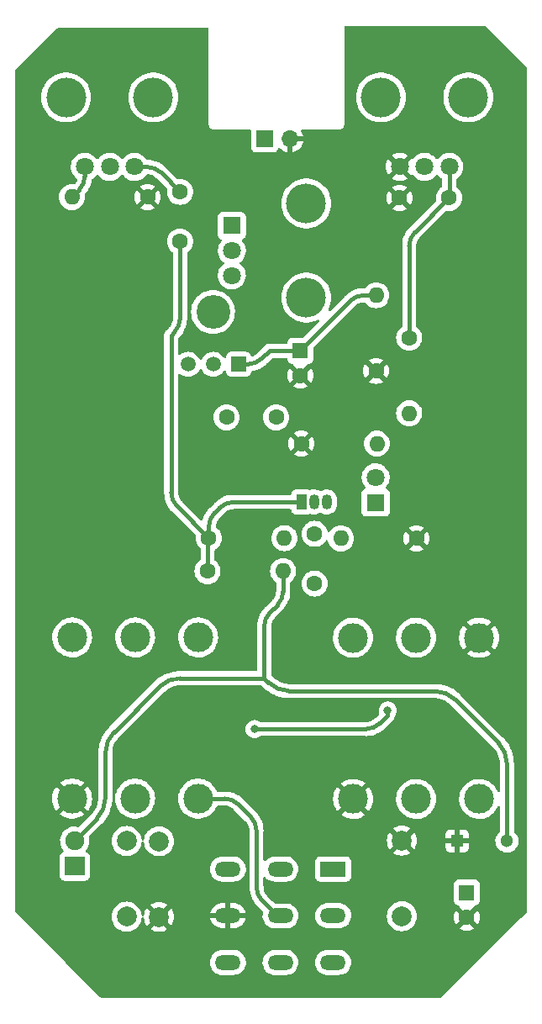
<source format=gbr>
%TF.GenerationSoftware,KiCad,Pcbnew,6.0.0-d3dd2cf0fa~116~ubuntu20.04.1*%
%TF.CreationDate,2022-01-03T11:44:46+00:00*%
%TF.ProjectId,peppermill,70657070-6572-46d6-996c-6c2e6b696361,rev?*%
%TF.SameCoordinates,Original*%
%TF.FileFunction,Copper,L2,Bot*%
%TF.FilePolarity,Positive*%
%FSLAX46Y46*%
G04 Gerber Fmt 4.6, Leading zero omitted, Abs format (unit mm)*
G04 Created by KiCad (PCBNEW 6.0.0-d3dd2cf0fa~116~ubuntu20.04.1) date 2022-01-03 11:44:46*
%MOMM*%
%LPD*%
G01*
G04 APERTURE LIST*
%TA.AperFunction,ComponentPad*%
%ADD10R,2.600000X1.500000*%
%TD*%
%TA.AperFunction,ComponentPad*%
%ADD11O,2.600000X1.500000*%
%TD*%
%TA.AperFunction,ComponentPad*%
%ADD12C,3.000000*%
%TD*%
%TA.AperFunction,ComponentPad*%
%ADD13R,1.700000X1.700000*%
%TD*%
%TA.AperFunction,ComponentPad*%
%ADD14O,1.700000X1.700000*%
%TD*%
%TA.AperFunction,ComponentPad*%
%ADD15R,1.600000X1.600000*%
%TD*%
%TA.AperFunction,ComponentPad*%
%ADD16C,1.600000*%
%TD*%
%TA.AperFunction,ComponentPad*%
%ADD17R,2.000000X1.900000*%
%TD*%
%TA.AperFunction,ComponentPad*%
%ADD18C,1.900000*%
%TD*%
%TA.AperFunction,ComponentPad*%
%ADD19C,1.998980*%
%TD*%
%TA.AperFunction,ComponentPad*%
%ADD20R,1.300000X1.300000*%
%TD*%
%TA.AperFunction,ComponentPad*%
%ADD21C,1.300000*%
%TD*%
%TA.AperFunction,ComponentPad*%
%ADD22O,1.600000X1.600000*%
%TD*%
%TA.AperFunction,ComponentPad*%
%ADD23O,4.000000X4.000000*%
%TD*%
%TA.AperFunction,ComponentPad*%
%ADD24R,1.800000X1.800000*%
%TD*%
%TA.AperFunction,ComponentPad*%
%ADD25C,1.800000*%
%TD*%
%TA.AperFunction,ComponentPad*%
%ADD26C,3.400000*%
%TD*%
%TA.AperFunction,ComponentPad*%
%ADD27R,1.500000X1.500000*%
%TD*%
%TA.AperFunction,ComponentPad*%
%ADD28C,1.500000*%
%TD*%
%TA.AperFunction,WasherPad*%
%ADD29C,4.000000*%
%TD*%
%TA.AperFunction,ComponentPad*%
%ADD30R,1.050000X1.500000*%
%TD*%
%TA.AperFunction,ComponentPad*%
%ADD31O,1.050000X1.500000*%
%TD*%
%TA.AperFunction,ViaPad*%
%ADD32C,0.800000*%
%TD*%
%TA.AperFunction,Conductor*%
%ADD33C,0.400000*%
%TD*%
G04 APERTURE END LIST*
D10*
%TO.P,SW1,1,A*%
%TO.N,Net-(SW1-Pad1)*%
X148550000Y-137825000D03*
D11*
%TO.P,SW1,2,A*%
X143250000Y-137825000D03*
%TO.P,SW1,3,A*%
%TO.N,IN*%
X137950000Y-137825000D03*
%TO.P,SW1,4,B*%
%TO.N,Net-(J1-Pad2)*%
X148550000Y-142525000D03*
%TO.P,SW1,5,B*%
%TO.N,Net-(J3-Pad2)*%
X143250000Y-142550000D03*
%TO.P,SW1,6,B*%
%TO.N,GND*%
X137950000Y-142525000D03*
%TO.P,SW1,7,C*%
%TO.N,IN*%
X148550000Y-147225000D03*
%TO.P,SW1,8,C*%
%TO.N,OUT*%
X143250000Y-147225000D03*
%TO.P,SW1,9,C*%
%TO.N,Net-(R2-Pad2)*%
X137950000Y-147225000D03*
%TD*%
D12*
%TO.P,J3,1,S*%
%TO.N,GND*%
X122250000Y-130730000D03*
%TO.P,J3,2,T*%
%TO.N,Net-(J3-Pad2)*%
X134950000Y-130730000D03*
%TO.P,J3,3,R*%
%TO.N,unconnected-(J3-Pad3)*%
X128600000Y-130730000D03*
%TO.P,J3,4,SN*%
%TO.N,unconnected-(J3-Pad4)*%
X122250000Y-114500000D03*
%TO.P,J3,5,TN*%
%TO.N,unconnected-(J3-Pad5)*%
X134950000Y-114500000D03*
%TO.P,J3,6,RN*%
%TO.N,unconnected-(J3-Pad6)*%
X128600000Y-114500000D03*
%TD*%
D13*
%TO.P,J2,1,P1*%
%TO.N,+9V*%
X141650000Y-64300000D03*
D14*
%TO.P,J2,2,P2*%
%TO.N,GND*%
X144190000Y-64300000D03*
%TD*%
D15*
%TO.P,C2,1*%
%TO.N,+9V*%
X162000000Y-140200000D03*
D16*
%TO.P,C2,2*%
%TO.N,GND*%
X162000000Y-142700000D03*
%TD*%
D17*
%TO.P,D1,1,K*%
%TO.N,Net-(D1-Pad1)*%
X122500000Y-137540000D03*
D18*
%TO.P,D1,2,A*%
%TO.N,+9V*%
X122500000Y-135000000D03*
%TD*%
D19*
%TO.P,R1,1*%
%TO.N,IN*%
X155473400Y-142570200D03*
%TO.P,R1,2*%
%TO.N,GND*%
X155473400Y-134950200D03*
%TD*%
%TO.P,R3,1*%
%TO.N,OUT*%
X131000000Y-135020000D03*
%TO.P,R3,2*%
%TO.N,GND*%
X131000000Y-142640000D03*
%TD*%
%TO.P,R2,1*%
%TO.N,Net-(D1-Pad1)*%
X127750000Y-142620000D03*
%TO.P,R2,2*%
%TO.N,Net-(R2-Pad2)*%
X127750000Y-135000000D03*
%TD*%
D20*
%TO.P,C1,1*%
%TO.N,GND*%
X161050000Y-135000000D03*
D21*
%TO.P,C1,2*%
%TO.N,+9V*%
X166050000Y-135000000D03*
%TD*%
D12*
%TO.P,J1,1,S*%
%TO.N,GND*%
X163250000Y-114530000D03*
%TO.P,J1,2,T*%
%TO.N,Net-(J1-Pad2)*%
X150550000Y-114530000D03*
%TO.P,J1,3,R*%
%TO.N,unconnected-(J1-Pad3)*%
X156900000Y-114530000D03*
%TO.P,J1,4,SN*%
%TO.N,unconnected-(J1-Pad4)*%
X163250000Y-130760000D03*
%TO.P,J1,5,TN*%
%TO.N,GND*%
X150550000Y-130760000D03*
%TO.P,J1,6,RN*%
%TO.N,unconnected-(J1-Pad6)*%
X156900000Y-130760000D03*
%TD*%
D16*
%TO.P,FXC4,1*%
%TO.N,Net-(FXC4-Pad1)*%
X137809600Y-92329000D03*
%TO.P,FXC4,2*%
%TO.N,Net-(FXC4-Pad2)*%
X142809600Y-92329000D03*
%TD*%
%TO.P,FXC1,1*%
%TO.N,IN*%
X146685000Y-109067600D03*
%TO.P,FXC1,2*%
%TO.N,Net-(D2-Pad1)*%
X146685000Y-104067600D03*
%TD*%
%TO.P,FXR2,1*%
%TO.N,Net-(FXC2-Pad1)*%
X136017000Y-104495600D03*
D22*
%TO.P,FXR2,2*%
%TO.N,Net-(D2-Pad1)*%
X143637000Y-104495600D03*
%TD*%
D23*
%TO.P,RV2,*%
%TO.N,*%
X145843800Y-70789600D03*
X145843800Y-80289600D03*
D24*
%TO.P,RV2,1,1*%
%TO.N,+9V*%
X138343800Y-73039600D03*
D25*
%TO.P,RV2,2,2*%
X138343800Y-75539600D03*
%TO.P,RV2,3,3*%
%TO.N,Net-(FXC4-Pad1)*%
X138343800Y-78039600D03*
%TD*%
D26*
%TO.P,TP1,1,1*%
%TO.N,Net-(FXC4-Pad1)*%
X136448800Y-81711800D03*
%TD*%
D16*
%TO.P,FXC2,1*%
%TO.N,Net-(FXC2-Pad1)*%
X133121400Y-74621400D03*
%TO.P,FXC2,2*%
%TO.N,Net-(FXC2-Pad2)*%
X133121400Y-69621400D03*
%TD*%
D15*
%TO.P,FXC3,1*%
%TO.N,Net-(FXC3-Pad1)*%
X145237200Y-85630406D03*
D16*
%TO.P,FXC3,2*%
%TO.N,GND*%
X145237200Y-88130406D03*
%TD*%
D24*
%TO.P,D2,1,K*%
%TO.N,Net-(D2-Pad1)*%
X152831800Y-100914200D03*
D25*
%TO.P,D2,2,A*%
%TO.N,Net-(D2-Pad2)*%
X152831800Y-98374200D03*
%TD*%
D16*
%TO.P,FXR7,1*%
%TO.N,Net-(FXC5-Pad2)*%
X156210000Y-84302600D03*
D22*
%TO.P,FXR7,2*%
%TO.N,Net-(FXC4-Pad2)*%
X156210000Y-91922600D03*
%TD*%
D27*
%TO.P,Q2,1,S*%
%TO.N,Net-(FXC3-Pad1)*%
X139018600Y-86995000D03*
D28*
%TO.P,Q2,2,D*%
%TO.N,Net-(FXC4-Pad1)*%
X136478600Y-86995000D03*
%TO.P,Q2,3,G*%
%TO.N,Net-(Q2-Pad3)*%
X133938600Y-86995000D03*
%TD*%
D16*
%TO.P,FXC5,1*%
%TO.N,GND*%
X155234000Y-70231000D03*
%TO.P,FXC5,2*%
%TO.N,Net-(FXC5-Pad2)*%
X160234000Y-70231000D03*
%TD*%
%TO.P,FXR4,1*%
%TO.N,GND*%
X145338800Y-94970600D03*
D22*
%TO.P,FXR4,2*%
%TO.N,Net-(D2-Pad2)*%
X152958800Y-94970600D03*
%TD*%
D16*
%TO.P,FXR1,1*%
%TO.N,GND*%
X156946600Y-104521000D03*
D22*
%TO.P,FXR1,2*%
%TO.N,Net-(D2-Pad1)*%
X149326600Y-104521000D03*
%TD*%
D16*
%TO.P,FXR3,1*%
%TO.N,Net-(FXC2-Pad1)*%
X135890000Y-107823000D03*
D22*
%TO.P,FXR3,2*%
%TO.N,+9V*%
X143510000Y-107823000D03*
%TD*%
D29*
%TO.P,RV3,*%
%TO.N,*%
X153359400Y-60111600D03*
X162159400Y-60111600D03*
D25*
%TO.P,RV3,1,1*%
%TO.N,Net-(FXC5-Pad2)*%
X160259400Y-67111600D03*
%TO.P,RV3,2,2*%
%TO.N,OUT*%
X157759400Y-67111600D03*
%TO.P,RV3,3,3*%
%TO.N,GND*%
X155259400Y-67111600D03*
%TD*%
D29*
%TO.P,RV1,*%
%TO.N,*%
X130434800Y-60111600D03*
X121634800Y-60111600D03*
D25*
%TO.P,RV1,1,1*%
%TO.N,Net-(FXC2-Pad2)*%
X128534800Y-67111600D03*
%TO.P,RV1,2,2*%
%TO.N,Net-(Q2-Pad3)*%
X126034800Y-67111600D03*
%TO.P,RV1,3,3*%
%TO.N,Net-(FXR5-Pad2)*%
X123534800Y-67111600D03*
%TD*%
D16*
%TO.P,FXR6,1*%
%TO.N,GND*%
X152882600Y-87655400D03*
D22*
%TO.P,FXR6,2*%
%TO.N,Net-(FXC3-Pad1)*%
X152882600Y-80035400D03*
%TD*%
D16*
%TO.P,FXR5,1*%
%TO.N,GND*%
X129844800Y-70154800D03*
D22*
%TO.P,FXR5,2*%
%TO.N,Net-(FXR5-Pad2)*%
X122224800Y-70154800D03*
%TD*%
D30*
%TO.P,Q1,1,D*%
%TO.N,Net-(FXC2-Pad1)*%
X145364200Y-100863400D03*
D31*
%TO.P,Q1,2,G*%
%TO.N,Net-(D2-Pad1)*%
X146634200Y-100863400D03*
%TO.P,Q1,3,S*%
%TO.N,Net-(D2-Pad2)*%
X147904200Y-100863400D03*
%TD*%
D32*
%TO.N,OUT*%
X154051000Y-121869200D03*
X140639800Y-123723400D03*
%TD*%
D33*
%TO.N,+9V*%
X160878680Y-120778680D02*
X165171321Y-125071321D01*
X141600000Y-118600000D02*
X142021321Y-119021321D01*
X143510000Y-109833654D02*
X143510000Y-107823000D01*
X125600000Y-126142641D02*
X125600000Y-130657359D01*
X142185787Y-111986294D02*
X142924214Y-111247867D01*
X131021320Y-119478680D02*
X126478679Y-124021321D01*
X124721320Y-132778680D02*
X122500000Y-135000000D01*
X166050000Y-127192641D02*
X166050000Y-135000000D01*
X141600000Y-118600000D02*
X133142641Y-118600000D01*
X141600000Y-118600000D02*
X141600000Y-113400508D01*
X144142641Y-119900000D02*
X158757359Y-119900000D01*
X166050000Y-127192641D02*
G75*
G03*
X165171321Y-125071321I-2999998J1D01*
G01*
X124721320Y-132778680D02*
G75*
G03*
X125600000Y-130657359I-2121325J2121323D01*
G01*
X133142641Y-118600001D02*
G75*
G03*
X131021321Y-119478681I-3J-2999993D01*
G01*
X143509999Y-109833654D02*
G75*
G02*
X142924213Y-111247866I-1999999J0D01*
G01*
X144142641Y-119900000D02*
G75*
G02*
X142021321Y-119021321I-1J2999998D01*
G01*
X158757359Y-119900001D02*
G75*
G02*
X160878679Y-120778681I3J-2999993D01*
G01*
X126478679Y-124021321D02*
G75*
G03*
X125600000Y-126142641I2121319J-2121319D01*
G01*
X141600001Y-113400508D02*
G75*
G02*
X142185788Y-111986295I1999999J0D01*
G01*
%TO.N,Net-(J3-Pad2)*%
X140231813Y-132535613D02*
X139011986Y-131315786D01*
X140817600Y-139608173D02*
X140817600Y-133949827D01*
X137597773Y-130730000D02*
X134950000Y-130730000D01*
X143250000Y-142550000D02*
X142931000Y-142550000D01*
X142931000Y-142550000D02*
X141403386Y-141022386D01*
X139011986Y-131315786D02*
G75*
G03*
X137597773Y-130730000I-1414213J-1414214D01*
G01*
X140817599Y-133949827D02*
G75*
G03*
X140231812Y-132535614I-1999999J0D01*
G01*
X140817601Y-139608173D02*
G75*
G03*
X141403387Y-141022385I1999999J0D01*
G01*
%TO.N,Net-(FXC2-Pad1)*%
X135890000Y-104622600D02*
X136017000Y-104495600D01*
X136017000Y-103368227D02*
X136017000Y-104495600D01*
X133121400Y-74621400D02*
X133121400Y-82356573D01*
X132818187Y-101296787D02*
X136017000Y-104495600D01*
X132535613Y-83770787D02*
X132232400Y-84074000D01*
X135890000Y-107823000D02*
X135890000Y-104622600D01*
X145364200Y-100863400D02*
X138521827Y-100863400D01*
X137107613Y-101449187D02*
X136602786Y-101954014D01*
X132232400Y-84074000D02*
X132232400Y-99882573D01*
X132232401Y-99882573D02*
G75*
G03*
X132818188Y-101296786I1999999J0D01*
G01*
X132535613Y-83770787D02*
G75*
G03*
X133121400Y-82356573I-1414213J1414214D01*
G01*
X136017001Y-103368227D02*
G75*
G02*
X136602787Y-101954015I1999999J0D01*
G01*
X138521827Y-100863401D02*
G75*
G03*
X137107614Y-101449188I0J-1999999D01*
G01*
%TO.N,Net-(FXC3-Pad1)*%
X152882600Y-80035400D02*
X151660633Y-80035400D01*
X141352587Y-86409213D02*
X142138400Y-85623400D01*
X139018600Y-86995000D02*
X139938373Y-86995000D01*
X142145406Y-85630406D02*
X145237200Y-85630406D01*
X142138400Y-85623400D02*
X142145406Y-85630406D01*
X150246419Y-80621187D02*
X145237200Y-85630406D01*
X151660633Y-80035401D02*
G75*
G03*
X150246420Y-80621188I0J-1999999D01*
G01*
X141352587Y-86409213D02*
G75*
G02*
X139938373Y-86995000I-1414214J1414213D01*
G01*
%TO.N,Net-(FXC2-Pad2)*%
X128534800Y-67111600D02*
X129783173Y-67111600D01*
X131197387Y-67697387D02*
X133121400Y-69621400D01*
X131197387Y-67697387D02*
G75*
G03*
X129783173Y-67111600I-1414214J-1414213D01*
G01*
%TO.N,Net-(FXC5-Pad2)*%
X160259400Y-67111600D02*
X160259400Y-70205600D01*
X156210000Y-84302600D02*
X156210000Y-75083427D01*
X156795787Y-73669213D02*
X160234000Y-70231000D01*
X160259400Y-70205600D02*
X160234000Y-70231000D01*
X156210001Y-75083427D02*
G75*
G02*
X156795788Y-73669214I1999999J0D01*
G01*
%TO.N,Net-(FXR5-Pad2)*%
X122949013Y-69430587D02*
X122224800Y-70154800D01*
X123534800Y-67111600D02*
X123534800Y-68016373D01*
X123534799Y-68016373D02*
G75*
G02*
X122949012Y-69430586I-1999999J0D01*
G01*
%TO.N,OUT*%
X140639800Y-123723400D02*
X151850973Y-123723400D01*
X153265187Y-123137613D02*
X154051000Y-122351800D01*
X154051000Y-122351800D02*
X154051000Y-121869200D01*
X151850973Y-123723399D02*
G75*
G03*
X153265186Y-123137612I0J1999999D01*
G01*
%TD*%
%TA.AperFunction,Conductor*%
%TO.N,GND*%
G36*
X163940311Y-52928202D02*
G01*
X163961285Y-52945105D01*
X168060217Y-57044037D01*
X168094243Y-57106349D01*
X168097122Y-57133169D01*
X168084245Y-100489611D01*
X168071883Y-142116830D01*
X168071879Y-142128689D01*
X168051857Y-142196804D01*
X168034720Y-142218001D01*
X167452297Y-142797115D01*
X159466286Y-150737749D01*
X159403877Y-150771596D01*
X159377445Y-150774400D01*
X125179811Y-150774400D01*
X125111690Y-150754398D01*
X125090716Y-150737495D01*
X121617911Y-147264690D01*
X136137037Y-147264690D01*
X136164025Y-147487715D01*
X136230082Y-147702435D01*
X136232652Y-147707415D01*
X136232654Y-147707419D01*
X136297852Y-147833738D01*
X136333118Y-147902064D01*
X136469877Y-148080292D01*
X136636036Y-148231485D01*
X136640783Y-148234463D01*
X136640786Y-148234465D01*
X136769229Y-148315036D01*
X136826344Y-148350864D01*
X137034783Y-148434656D01*
X137254767Y-148480213D01*
X137259378Y-148480479D01*
X137259379Y-148480479D01*
X137309952Y-148483395D01*
X137309956Y-148483395D01*
X137311775Y-148483500D01*
X138556999Y-148483500D01*
X138559786Y-148483251D01*
X138559792Y-148483251D01*
X138629929Y-148476991D01*
X138723762Y-148468617D01*
X138729176Y-148467136D01*
X138729181Y-148467135D01*
X138856912Y-148432191D01*
X138940451Y-148409337D01*
X138945509Y-148406925D01*
X138945513Y-148406923D01*
X139063042Y-148350864D01*
X139143218Y-148312622D01*
X139325654Y-148181529D01*
X139481992Y-148020201D01*
X139607290Y-147833738D01*
X139697588Y-147628033D01*
X139750032Y-147409589D01*
X139758386Y-147264690D01*
X141437037Y-147264690D01*
X141464025Y-147487715D01*
X141530082Y-147702435D01*
X141532652Y-147707415D01*
X141532654Y-147707419D01*
X141597852Y-147833738D01*
X141633118Y-147902064D01*
X141769877Y-148080292D01*
X141936036Y-148231485D01*
X141940783Y-148234463D01*
X141940786Y-148234465D01*
X142069229Y-148315036D01*
X142126344Y-148350864D01*
X142334783Y-148434656D01*
X142554767Y-148480213D01*
X142559378Y-148480479D01*
X142559379Y-148480479D01*
X142609952Y-148483395D01*
X142609956Y-148483395D01*
X142611775Y-148483500D01*
X143856999Y-148483500D01*
X143859786Y-148483251D01*
X143859792Y-148483251D01*
X143929929Y-148476991D01*
X144023762Y-148468617D01*
X144029176Y-148467136D01*
X144029181Y-148467135D01*
X144156912Y-148432191D01*
X144240451Y-148409337D01*
X144245509Y-148406925D01*
X144245513Y-148406923D01*
X144363042Y-148350864D01*
X144443218Y-148312622D01*
X144625654Y-148181529D01*
X144781992Y-148020201D01*
X144907290Y-147833738D01*
X144997588Y-147628033D01*
X145050032Y-147409589D01*
X145058386Y-147264690D01*
X146737037Y-147264690D01*
X146764025Y-147487715D01*
X146830082Y-147702435D01*
X146832652Y-147707415D01*
X146832654Y-147707419D01*
X146897852Y-147833738D01*
X146933118Y-147902064D01*
X147069877Y-148080292D01*
X147236036Y-148231485D01*
X147240783Y-148234463D01*
X147240786Y-148234465D01*
X147369229Y-148315036D01*
X147426344Y-148350864D01*
X147634783Y-148434656D01*
X147854767Y-148480213D01*
X147859378Y-148480479D01*
X147859379Y-148480479D01*
X147909952Y-148483395D01*
X147909956Y-148483395D01*
X147911775Y-148483500D01*
X149156999Y-148483500D01*
X149159786Y-148483251D01*
X149159792Y-148483251D01*
X149229929Y-148476991D01*
X149323762Y-148468617D01*
X149329176Y-148467136D01*
X149329181Y-148467135D01*
X149456912Y-148432191D01*
X149540451Y-148409337D01*
X149545509Y-148406925D01*
X149545513Y-148406923D01*
X149663042Y-148350864D01*
X149743218Y-148312622D01*
X149925654Y-148181529D01*
X150081992Y-148020201D01*
X150207290Y-147833738D01*
X150297588Y-147628033D01*
X150350032Y-147409589D01*
X150362963Y-147185310D01*
X150335975Y-146962285D01*
X150269918Y-146747565D01*
X150204798Y-146621396D01*
X150169454Y-146552919D01*
X150169454Y-146552918D01*
X150166882Y-146547936D01*
X150030123Y-146369708D01*
X149863964Y-146218515D01*
X149859217Y-146215537D01*
X149859214Y-146215535D01*
X149678405Y-146102115D01*
X149673656Y-146099136D01*
X149465217Y-146015344D01*
X149245233Y-145969787D01*
X149240622Y-145969521D01*
X149240621Y-145969521D01*
X149190048Y-145966605D01*
X149190044Y-145966605D01*
X149188225Y-145966500D01*
X147943001Y-145966500D01*
X147940214Y-145966749D01*
X147940208Y-145966749D01*
X147870071Y-145973009D01*
X147776238Y-145981383D01*
X147770824Y-145982864D01*
X147770819Y-145982865D01*
X147656262Y-146014205D01*
X147559549Y-146040663D01*
X147554491Y-146043075D01*
X147554487Y-146043077D01*
X147458165Y-146089021D01*
X147356782Y-146137378D01*
X147174346Y-146268471D01*
X147018008Y-146429799D01*
X146892710Y-146616262D01*
X146802412Y-146821967D01*
X146749968Y-147040411D01*
X146737037Y-147264690D01*
X145058386Y-147264690D01*
X145062963Y-147185310D01*
X145035975Y-146962285D01*
X144969918Y-146747565D01*
X144904798Y-146621396D01*
X144869454Y-146552919D01*
X144869454Y-146552918D01*
X144866882Y-146547936D01*
X144730123Y-146369708D01*
X144563964Y-146218515D01*
X144559217Y-146215537D01*
X144559214Y-146215535D01*
X144378405Y-146102115D01*
X144373656Y-146099136D01*
X144165217Y-146015344D01*
X143945233Y-145969787D01*
X143940622Y-145969521D01*
X143940621Y-145969521D01*
X143890048Y-145966605D01*
X143890044Y-145966605D01*
X143888225Y-145966500D01*
X142643001Y-145966500D01*
X142640214Y-145966749D01*
X142640208Y-145966749D01*
X142570071Y-145973009D01*
X142476238Y-145981383D01*
X142470824Y-145982864D01*
X142470819Y-145982865D01*
X142356262Y-146014205D01*
X142259549Y-146040663D01*
X142254491Y-146043075D01*
X142254487Y-146043077D01*
X142158165Y-146089021D01*
X142056782Y-146137378D01*
X141874346Y-146268471D01*
X141718008Y-146429799D01*
X141592710Y-146616262D01*
X141502412Y-146821967D01*
X141449968Y-147040411D01*
X141437037Y-147264690D01*
X139758386Y-147264690D01*
X139762963Y-147185310D01*
X139735975Y-146962285D01*
X139669918Y-146747565D01*
X139604798Y-146621396D01*
X139569454Y-146552919D01*
X139569454Y-146552918D01*
X139566882Y-146547936D01*
X139430123Y-146369708D01*
X139263964Y-146218515D01*
X139259217Y-146215537D01*
X139259214Y-146215535D01*
X139078405Y-146102115D01*
X139073656Y-146099136D01*
X138865217Y-146015344D01*
X138645233Y-145969787D01*
X138640622Y-145969521D01*
X138640621Y-145969521D01*
X138590048Y-145966605D01*
X138590044Y-145966605D01*
X138588225Y-145966500D01*
X137343001Y-145966500D01*
X137340214Y-145966749D01*
X137340208Y-145966749D01*
X137270071Y-145973009D01*
X137176238Y-145981383D01*
X137170824Y-145982864D01*
X137170819Y-145982865D01*
X137056262Y-146014205D01*
X136959549Y-146040663D01*
X136954491Y-146043075D01*
X136954487Y-146043077D01*
X136858165Y-146089021D01*
X136756782Y-146137378D01*
X136574346Y-146268471D01*
X136418008Y-146429799D01*
X136292710Y-146616262D01*
X136202412Y-146821967D01*
X136149968Y-147040411D01*
X136137037Y-147264690D01*
X121617911Y-147264690D01*
X116973220Y-142620000D01*
X126237347Y-142620000D01*
X126255970Y-142856631D01*
X126280348Y-142958170D01*
X126307682Y-143072022D01*
X126311382Y-143087435D01*
X126313272Y-143091998D01*
X126313274Y-143092004D01*
X126381588Y-143256930D01*
X126402216Y-143306730D01*
X126526238Y-143509115D01*
X126680393Y-143689607D01*
X126860885Y-143843762D01*
X127063270Y-143967784D01*
X127067840Y-143969677D01*
X127067844Y-143969679D01*
X127277996Y-144056726D01*
X127278002Y-144056728D01*
X127282565Y-144058618D01*
X127287365Y-144059770D01*
X127287370Y-144059772D01*
X127381893Y-144082465D01*
X127513369Y-144114030D01*
X127750000Y-144132653D01*
X127986631Y-144114030D01*
X128118107Y-144082465D01*
X128212630Y-144059772D01*
X128212635Y-144059770D01*
X128217435Y-144058618D01*
X128221998Y-144056728D01*
X128222004Y-144056726D01*
X128432156Y-143969679D01*
X128432160Y-143969677D01*
X128436730Y-143967784D01*
X128592547Y-143872299D01*
X130132531Y-143872299D01*
X130138258Y-143879949D01*
X130309278Y-143984750D01*
X130318072Y-143989231D01*
X130528147Y-144076247D01*
X130537532Y-144079296D01*
X130758634Y-144132379D01*
X130768381Y-144133922D01*
X130995070Y-144151763D01*
X131004930Y-144151763D01*
X131231619Y-144133922D01*
X131241366Y-144132379D01*
X131462468Y-144079296D01*
X131471853Y-144076247D01*
X131681928Y-143989231D01*
X131690722Y-143984750D01*
X131858076Y-143882196D01*
X131867536Y-143871740D01*
X131863752Y-143862962D01*
X131012812Y-143012022D01*
X130998868Y-143004408D01*
X130997035Y-143004539D01*
X130990420Y-143008790D01*
X130139291Y-143859919D01*
X130132531Y-143872299D01*
X128592547Y-143872299D01*
X128639115Y-143843762D01*
X128819607Y-143689607D01*
X128973762Y-143509115D01*
X129097784Y-143306730D01*
X129118412Y-143256930D01*
X129186726Y-143092004D01*
X129186728Y-143091998D01*
X129188618Y-143087435D01*
X129192319Y-143072022D01*
X129219652Y-142958170D01*
X129244030Y-142856631D01*
X129248852Y-142795360D01*
X129274137Y-142729019D01*
X129331275Y-142686879D01*
X129402125Y-142682320D01*
X129464193Y-142716789D01*
X129497773Y-142779342D01*
X129500076Y-142795360D01*
X129506078Y-142871619D01*
X129507621Y-142881366D01*
X129560704Y-143102468D01*
X129563753Y-143111853D01*
X129650769Y-143321928D01*
X129655250Y-143330722D01*
X129757804Y-143498076D01*
X129768260Y-143507536D01*
X129777038Y-143503752D01*
X130627978Y-142652812D01*
X130634356Y-142641132D01*
X131364408Y-142641132D01*
X131364539Y-142642965D01*
X131368790Y-142649580D01*
X132219919Y-143500709D01*
X132232299Y-143507469D01*
X132239949Y-143501742D01*
X132344750Y-143330722D01*
X132349231Y-143321928D01*
X132436247Y-143111853D01*
X132439296Y-143102468D01*
X132492379Y-142881366D01*
X132493922Y-142871619D01*
X132500131Y-142792728D01*
X136166114Y-142792728D01*
X136166166Y-142792973D01*
X136228898Y-142996883D01*
X136233119Y-143007229D01*
X136330971Y-143196814D01*
X136336957Y-143206245D01*
X136466832Y-143375501D01*
X136474393Y-143383724D01*
X136632194Y-143527312D01*
X136641094Y-143534067D01*
X136821815Y-143647434D01*
X136831781Y-143652511D01*
X137029714Y-143732080D01*
X137040429Y-143735315D01*
X137250301Y-143778777D01*
X137259438Y-143779980D01*
X137309990Y-143782895D01*
X137313637Y-143783000D01*
X137677885Y-143783000D01*
X137693124Y-143778525D01*
X137694329Y-143777135D01*
X137696000Y-143769452D01*
X137696000Y-143764885D01*
X138204000Y-143764885D01*
X138208475Y-143780124D01*
X138209865Y-143781329D01*
X138217548Y-143783000D01*
X138554175Y-143783000D01*
X138559770Y-143782751D01*
X138718078Y-143768622D01*
X138729092Y-143766640D01*
X138934860Y-143710349D01*
X138945341Y-143706451D01*
X139137903Y-143614603D01*
X139147516Y-143608918D01*
X139320767Y-143484425D01*
X139329233Y-143477117D01*
X139477692Y-143323918D01*
X139484735Y-143315221D01*
X139603719Y-143138156D01*
X139609105Y-143128358D01*
X139694857Y-142933010D01*
X139698422Y-142922418D01*
X139728624Y-142796616D01*
X139727919Y-142782530D01*
X139719040Y-142779000D01*
X138222115Y-142779000D01*
X138206876Y-142783475D01*
X138205671Y-142784865D01*
X138204000Y-142792548D01*
X138204000Y-143764885D01*
X137696000Y-143764885D01*
X137696000Y-142797115D01*
X137691525Y-142781876D01*
X137690135Y-142780671D01*
X137682452Y-142779000D01*
X136181589Y-142779000D01*
X136167607Y-142783105D01*
X136166114Y-142792728D01*
X132500131Y-142792728D01*
X132511763Y-142644930D01*
X132511763Y-142635070D01*
X132493922Y-142408381D01*
X132492379Y-142398634D01*
X132457507Y-142253384D01*
X136171376Y-142253384D01*
X136172081Y-142267470D01*
X136180960Y-142271000D01*
X137677885Y-142271000D01*
X137693124Y-142266525D01*
X137694329Y-142265135D01*
X137696000Y-142257452D01*
X137696000Y-142252885D01*
X138204000Y-142252885D01*
X138208475Y-142268124D01*
X138209865Y-142269329D01*
X138217548Y-142271000D01*
X139718411Y-142271000D01*
X139732393Y-142266895D01*
X139733886Y-142257272D01*
X139733834Y-142257027D01*
X139671102Y-142053117D01*
X139666881Y-142042771D01*
X139569029Y-141853186D01*
X139563043Y-141843755D01*
X139433168Y-141674499D01*
X139425607Y-141666276D01*
X139267806Y-141522688D01*
X139258906Y-141515933D01*
X139078185Y-141402566D01*
X139068219Y-141397489D01*
X138870286Y-141317920D01*
X138859571Y-141314685D01*
X138649699Y-141271223D01*
X138640562Y-141270020D01*
X138590010Y-141267105D01*
X138586363Y-141267000D01*
X138222115Y-141267000D01*
X138206876Y-141271475D01*
X138205671Y-141272865D01*
X138204000Y-141280548D01*
X138204000Y-142252885D01*
X137696000Y-142252885D01*
X137696000Y-141285115D01*
X137691525Y-141269876D01*
X137690135Y-141268671D01*
X137682452Y-141267000D01*
X137345825Y-141267000D01*
X137340230Y-141267249D01*
X137181922Y-141281378D01*
X137170908Y-141283360D01*
X136965140Y-141339651D01*
X136954659Y-141343549D01*
X136762097Y-141435397D01*
X136752484Y-141441082D01*
X136579233Y-141565575D01*
X136570767Y-141572883D01*
X136422308Y-141726082D01*
X136415265Y-141734779D01*
X136296281Y-141911844D01*
X136290895Y-141921642D01*
X136205143Y-142116990D01*
X136201578Y-142127582D01*
X136171376Y-142253384D01*
X132457507Y-142253384D01*
X132439296Y-142177532D01*
X132436247Y-142168147D01*
X132349231Y-141958072D01*
X132344750Y-141949278D01*
X132242196Y-141781924D01*
X132231740Y-141772464D01*
X132222962Y-141776248D01*
X131372022Y-142627188D01*
X131364408Y-142641132D01*
X130634356Y-142641132D01*
X130635592Y-142638868D01*
X130635461Y-142637035D01*
X130631210Y-142630420D01*
X129780081Y-141779291D01*
X129767701Y-141772531D01*
X129760051Y-141778258D01*
X129655250Y-141949278D01*
X129650769Y-141958072D01*
X129563753Y-142168147D01*
X129560704Y-142177532D01*
X129507621Y-142398634D01*
X129506078Y-142408381D01*
X129501650Y-142464640D01*
X129476364Y-142530981D01*
X129419226Y-142573121D01*
X129348376Y-142577680D01*
X129286309Y-142543211D01*
X129252729Y-142480657D01*
X129250426Y-142464640D01*
X129248934Y-142445675D01*
X129244030Y-142383369D01*
X129213756Y-142257272D01*
X129189772Y-142157370D01*
X129189770Y-142157365D01*
X129188618Y-142152565D01*
X129186728Y-142148002D01*
X129186726Y-142147996D01*
X129099679Y-141937844D01*
X129099677Y-141937840D01*
X129097784Y-141933270D01*
X128973762Y-141730885D01*
X128819607Y-141550393D01*
X128653191Y-141408260D01*
X130132464Y-141408260D01*
X130136248Y-141417038D01*
X130987188Y-142267978D01*
X131001132Y-142275592D01*
X131002965Y-142275461D01*
X131009580Y-142271210D01*
X131860709Y-141420081D01*
X131867469Y-141407701D01*
X131861742Y-141400051D01*
X131690722Y-141295250D01*
X131681928Y-141290769D01*
X131471853Y-141203753D01*
X131462468Y-141200704D01*
X131241366Y-141147621D01*
X131231619Y-141146078D01*
X131004930Y-141128237D01*
X130995070Y-141128237D01*
X130768381Y-141146078D01*
X130758634Y-141147621D01*
X130537532Y-141200704D01*
X130528147Y-141203753D01*
X130318072Y-141290769D01*
X130309278Y-141295250D01*
X130141924Y-141397804D01*
X130132464Y-141408260D01*
X128653191Y-141408260D01*
X128639115Y-141396238D01*
X128436730Y-141272216D01*
X128432160Y-141270323D01*
X128432156Y-141270321D01*
X128222004Y-141183274D01*
X128221998Y-141183272D01*
X128217435Y-141181382D01*
X128212635Y-141180230D01*
X128212630Y-141180228D01*
X128107215Y-141154920D01*
X127986631Y-141125970D01*
X127750000Y-141107347D01*
X127513369Y-141125970D01*
X127392785Y-141154920D01*
X127287370Y-141180228D01*
X127287365Y-141180230D01*
X127282565Y-141181382D01*
X127278002Y-141183272D01*
X127277996Y-141183274D01*
X127067844Y-141270321D01*
X127067840Y-141270323D01*
X127063270Y-141272216D01*
X126860885Y-141396238D01*
X126680393Y-141550393D01*
X126526238Y-141730885D01*
X126402216Y-141933270D01*
X126400323Y-141937840D01*
X126400321Y-141937844D01*
X126313274Y-142147996D01*
X126313272Y-142148002D01*
X126311382Y-142152565D01*
X126310230Y-142157365D01*
X126310228Y-142157370D01*
X126286244Y-142257272D01*
X126255970Y-142383369D01*
X126237347Y-142620000D01*
X116973220Y-142620000D01*
X116521305Y-142168085D01*
X116487279Y-142105773D01*
X116484400Y-142078990D01*
X116484400Y-138538134D01*
X120991500Y-138538134D01*
X120998255Y-138600316D01*
X121049385Y-138736705D01*
X121136739Y-138853261D01*
X121253295Y-138940615D01*
X121389684Y-138991745D01*
X121451866Y-138998500D01*
X123548134Y-138998500D01*
X123610316Y-138991745D01*
X123746705Y-138940615D01*
X123863261Y-138853261D01*
X123950615Y-138736705D01*
X124001745Y-138600316D01*
X124008500Y-138538134D01*
X124008500Y-137864690D01*
X136137037Y-137864690D01*
X136164025Y-138087715D01*
X136230082Y-138302435D01*
X136232652Y-138307415D01*
X136232654Y-138307419D01*
X136297852Y-138433738D01*
X136333118Y-138502064D01*
X136469877Y-138680292D01*
X136636036Y-138831485D01*
X136640783Y-138834463D01*
X136640786Y-138834465D01*
X136814831Y-138943642D01*
X136826344Y-138950864D01*
X137034783Y-139034656D01*
X137254767Y-139080213D01*
X137259378Y-139080479D01*
X137259379Y-139080479D01*
X137309952Y-139083395D01*
X137309956Y-139083395D01*
X137311775Y-139083500D01*
X138556999Y-139083500D01*
X138559786Y-139083251D01*
X138559792Y-139083251D01*
X138632688Y-139076745D01*
X138723762Y-139068617D01*
X138729176Y-139067136D01*
X138729181Y-139067135D01*
X138859957Y-139031358D01*
X138940451Y-139009337D01*
X138945509Y-139006925D01*
X138945513Y-139006923D01*
X139066143Y-138949385D01*
X139143218Y-138912622D01*
X139325654Y-138781529D01*
X139481992Y-138620201D01*
X139607290Y-138433738D01*
X139697588Y-138228033D01*
X139750032Y-138009589D01*
X139762963Y-137785310D01*
X139735975Y-137562285D01*
X139669918Y-137347565D01*
X139604798Y-137221396D01*
X139569454Y-137152919D01*
X139569454Y-137152918D01*
X139566882Y-137147936D01*
X139430123Y-136969708D01*
X139263964Y-136818515D01*
X139259217Y-136815537D01*
X139259214Y-136815535D01*
X139078405Y-136702115D01*
X139073656Y-136699136D01*
X138865217Y-136615344D01*
X138645233Y-136569787D01*
X138640622Y-136569521D01*
X138640621Y-136569521D01*
X138590048Y-136566605D01*
X138590044Y-136566605D01*
X138588225Y-136566500D01*
X137343001Y-136566500D01*
X137340214Y-136566749D01*
X137340208Y-136566749D01*
X137276869Y-136572402D01*
X137176238Y-136581383D01*
X137170824Y-136582864D01*
X137170819Y-136582865D01*
X137056262Y-136614205D01*
X136959549Y-136640663D01*
X136954491Y-136643075D01*
X136954487Y-136643077D01*
X136858166Y-136689020D01*
X136756782Y-136737378D01*
X136574346Y-136868471D01*
X136509339Y-136935552D01*
X136442584Y-137004439D01*
X136418008Y-137029799D01*
X136292710Y-137216262D01*
X136202412Y-137421967D01*
X136149968Y-137640411D01*
X136137037Y-137864690D01*
X124008500Y-137864690D01*
X124008500Y-136541866D01*
X124001745Y-136479684D01*
X123950615Y-136343295D01*
X123863261Y-136226739D01*
X123746705Y-136139385D01*
X123688695Y-136117638D01*
X123631931Y-136074996D01*
X123607231Y-136008435D01*
X123622438Y-135939086D01*
X123630602Y-135926130D01*
X123751445Y-135757958D01*
X123754463Y-135753758D01*
X123779967Y-135702156D01*
X123858433Y-135543392D01*
X123858434Y-135543390D01*
X123860727Y-135538750D01*
X123930447Y-135309274D01*
X123961752Y-135071492D01*
X123961898Y-135065510D01*
X123963417Y-135003365D01*
X123963417Y-135003361D01*
X123963499Y-135000000D01*
X126237347Y-135000000D01*
X126255970Y-135236631D01*
X126275743Y-135318990D01*
X126300487Y-135422053D01*
X126311382Y-135467435D01*
X126313272Y-135471998D01*
X126313274Y-135472004D01*
X126392565Y-135663431D01*
X126402216Y-135686730D01*
X126526238Y-135889115D01*
X126680393Y-136069607D01*
X126860885Y-136223762D01*
X127063270Y-136347784D01*
X127067840Y-136349677D01*
X127067844Y-136349679D01*
X127277996Y-136436726D01*
X127278002Y-136436728D01*
X127282565Y-136438618D01*
X127287365Y-136439770D01*
X127287370Y-136439772D01*
X127370676Y-136459772D01*
X127513369Y-136494030D01*
X127750000Y-136512653D01*
X127986631Y-136494030D01*
X128129324Y-136459772D01*
X128212630Y-136439772D01*
X128212635Y-136439770D01*
X128217435Y-136438618D01*
X128221998Y-136436728D01*
X128222004Y-136436726D01*
X128432156Y-136349679D01*
X128432160Y-136349677D01*
X128436730Y-136347784D01*
X128639115Y-136223762D01*
X128819607Y-136069607D01*
X128973762Y-135889115D01*
X129097784Y-135686730D01*
X129107435Y-135663431D01*
X129186726Y-135472004D01*
X129186728Y-135471998D01*
X129188618Y-135467435D01*
X129199514Y-135422053D01*
X129224257Y-135318990D01*
X129244030Y-135236631D01*
X129248601Y-135178550D01*
X129273886Y-135112209D01*
X129331024Y-135070069D01*
X129401874Y-135065510D01*
X129463942Y-135099979D01*
X129497522Y-135162532D01*
X129499825Y-135178550D01*
X129505970Y-135256631D01*
X129521717Y-135322222D01*
X129559179Y-135478258D01*
X129561382Y-135487435D01*
X129563272Y-135491998D01*
X129563274Y-135492004D01*
X129650321Y-135702156D01*
X129652216Y-135706730D01*
X129776238Y-135909115D01*
X129930393Y-136089607D01*
X129934149Y-136092815D01*
X129947525Y-136104239D01*
X130110885Y-136243762D01*
X130313270Y-136367784D01*
X130317840Y-136369677D01*
X130317844Y-136369679D01*
X130527996Y-136456726D01*
X130528002Y-136456728D01*
X130532565Y-136458618D01*
X130537365Y-136459770D01*
X130537370Y-136459772D01*
X130642785Y-136485080D01*
X130763369Y-136514030D01*
X131000000Y-136532653D01*
X131236631Y-136514030D01*
X131357215Y-136485080D01*
X131462630Y-136459772D01*
X131462635Y-136459770D01*
X131467435Y-136458618D01*
X131471998Y-136456728D01*
X131472004Y-136456726D01*
X131682156Y-136369679D01*
X131682160Y-136369677D01*
X131686730Y-136367784D01*
X131889115Y-136243762D01*
X132052475Y-136104239D01*
X132065851Y-136092815D01*
X132069607Y-136089607D01*
X132223762Y-135909115D01*
X132347784Y-135706730D01*
X132349679Y-135702156D01*
X132436726Y-135492004D01*
X132436728Y-135491998D01*
X132438618Y-135487435D01*
X132440822Y-135478258D01*
X132478283Y-135322222D01*
X132494030Y-135256631D01*
X132512653Y-135020000D01*
X132494030Y-134783369D01*
X132465080Y-134662785D01*
X132439772Y-134557370D01*
X132439770Y-134557365D01*
X132438618Y-134552565D01*
X132436728Y-134548002D01*
X132436726Y-134547996D01*
X132349679Y-134337844D01*
X132349677Y-134337840D01*
X132347784Y-134333270D01*
X132223762Y-134130885D01*
X132081890Y-133964774D01*
X132072815Y-133954149D01*
X132069607Y-133950393D01*
X132064142Y-133945725D01*
X132034724Y-133920600D01*
X131889115Y-133796238D01*
X131686730Y-133672216D01*
X131682160Y-133670323D01*
X131682156Y-133670321D01*
X131472004Y-133583274D01*
X131471998Y-133583272D01*
X131467435Y-133581382D01*
X131462635Y-133580230D01*
X131462630Y-133580228D01*
X131357215Y-133554920D01*
X131236631Y-133525970D01*
X131000000Y-133507347D01*
X130763369Y-133525970D01*
X130642785Y-133554920D01*
X130537370Y-133580228D01*
X130537365Y-133580230D01*
X130532565Y-133581382D01*
X130528002Y-133583272D01*
X130527996Y-133583274D01*
X130317844Y-133670321D01*
X130317840Y-133670323D01*
X130313270Y-133672216D01*
X130110885Y-133796238D01*
X129965276Y-133920600D01*
X129935859Y-133945725D01*
X129930393Y-133950393D01*
X129927185Y-133954149D01*
X129918110Y-133964774D01*
X129776238Y-134130885D01*
X129652216Y-134333270D01*
X129650323Y-134337840D01*
X129650321Y-134337844D01*
X129563274Y-134547996D01*
X129563272Y-134548002D01*
X129561382Y-134552565D01*
X129560230Y-134557365D01*
X129560228Y-134557370D01*
X129534920Y-134662785D01*
X129505970Y-134783369D01*
X129505582Y-134788300D01*
X129501399Y-134841450D01*
X129476114Y-134907791D01*
X129418976Y-134949931D01*
X129348126Y-134954490D01*
X129286058Y-134920021D01*
X129252478Y-134857468D01*
X129250175Y-134841450D01*
X129245529Y-134782416D01*
X129244030Y-134763369D01*
X129201397Y-134585792D01*
X129189772Y-134537370D01*
X129189770Y-134537365D01*
X129188618Y-134532565D01*
X129186728Y-134528002D01*
X129186726Y-134527996D01*
X129099679Y-134317844D01*
X129099677Y-134317840D01*
X129097784Y-134313270D01*
X128973762Y-134110885D01*
X128819607Y-133930393D01*
X128639115Y-133776238D01*
X128436730Y-133652216D01*
X128432160Y-133650323D01*
X128432156Y-133650321D01*
X128222004Y-133563274D01*
X128221998Y-133563272D01*
X128217435Y-133561382D01*
X128212635Y-133560230D01*
X128212630Y-133560228D01*
X128107215Y-133534920D01*
X127986631Y-133505970D01*
X127750000Y-133487347D01*
X127513369Y-133505970D01*
X127392785Y-133534920D01*
X127287370Y-133560228D01*
X127287365Y-133560230D01*
X127282565Y-133561382D01*
X127278002Y-133563272D01*
X127277996Y-133563274D01*
X127067844Y-133650321D01*
X127067840Y-133650323D01*
X127063270Y-133652216D01*
X126860885Y-133776238D01*
X126680393Y-133930393D01*
X126526238Y-134110885D01*
X126402216Y-134313270D01*
X126400323Y-134317840D01*
X126400321Y-134317844D01*
X126313274Y-134527996D01*
X126313272Y-134528002D01*
X126311382Y-134532565D01*
X126310230Y-134537365D01*
X126310228Y-134537370D01*
X126298603Y-134585792D01*
X126255970Y-134763369D01*
X126237347Y-135000000D01*
X123963499Y-135000000D01*
X123955918Y-134907791D01*
X123944271Y-134766124D01*
X123944270Y-134766118D01*
X123943847Y-134760973D01*
X123941739Y-134752579D01*
X123920526Y-134668124D01*
X123923331Y-134597183D01*
X123953635Y-134548335D01*
X125180348Y-133321622D01*
X125193790Y-133309957D01*
X125197074Y-133307492D01*
X125215305Y-133293803D01*
X125225985Y-133283345D01*
X125228529Y-133280101D01*
X125236428Y-133270027D01*
X125242685Y-133262649D01*
X125441719Y-133045442D01*
X125441728Y-133045431D01*
X125443582Y-133043408D01*
X125454682Y-133028943D01*
X125496238Y-132974786D01*
X125640719Y-132786494D01*
X125814714Y-132513376D01*
X125964244Y-132226132D01*
X126088170Y-131926949D01*
X126102255Y-131882279D01*
X126184721Y-131620728D01*
X126184723Y-131620721D01*
X126185548Y-131618104D01*
X126224221Y-131443665D01*
X126255041Y-131304645D01*
X126255042Y-131304642D01*
X126255639Y-131301947D01*
X126257874Y-131284974D01*
X126282944Y-131094539D01*
X126297907Y-130980884D01*
X126298035Y-130977969D01*
X126309781Y-130708918D01*
X126586917Y-130708918D01*
X126602682Y-130982320D01*
X126603507Y-130986525D01*
X126603508Y-130986533D01*
X126624698Y-131094539D01*
X126655405Y-131251053D01*
X126656792Y-131255103D01*
X126656793Y-131255108D01*
X126742657Y-131505894D01*
X126744112Y-131510144D01*
X126867160Y-131754799D01*
X126869586Y-131758328D01*
X126869589Y-131758334D01*
X126998741Y-131946250D01*
X127022274Y-131980490D01*
X127025161Y-131983663D01*
X127025162Y-131983664D01*
X127094104Y-132059431D01*
X127206582Y-132183043D01*
X127209877Y-132185798D01*
X127209878Y-132185799D01*
X127296761Y-132258444D01*
X127416675Y-132358707D01*
X127420316Y-132360991D01*
X127645024Y-132501951D01*
X127645028Y-132501953D01*
X127648664Y-132504234D01*
X127719018Y-132536000D01*
X127894345Y-132615164D01*
X127894349Y-132615166D01*
X127898257Y-132616930D01*
X127902377Y-132618150D01*
X127902376Y-132618150D01*
X128156723Y-132693491D01*
X128156727Y-132693492D01*
X128160836Y-132694709D01*
X128165070Y-132695357D01*
X128165075Y-132695358D01*
X128427298Y-132735483D01*
X128427300Y-132735483D01*
X128431540Y-132736132D01*
X128570912Y-132738322D01*
X128701071Y-132740367D01*
X128701077Y-132740367D01*
X128705362Y-132740434D01*
X128977235Y-132707534D01*
X129242127Y-132638041D01*
X129246087Y-132636401D01*
X129246092Y-132636399D01*
X129368632Y-132585641D01*
X129495136Y-132533241D01*
X129680243Y-132425073D01*
X129727879Y-132397237D01*
X129727880Y-132397236D01*
X129731582Y-132395073D01*
X129947089Y-132226094D01*
X129959737Y-132213043D01*
X130134686Y-132032509D01*
X130137669Y-132029431D01*
X130140202Y-132025983D01*
X130140206Y-132025978D01*
X130297257Y-131812178D01*
X130299795Y-131808723D01*
X130301841Y-131804955D01*
X130428418Y-131571830D01*
X130428419Y-131571828D01*
X130430468Y-131568054D01*
X130514415Y-131345895D01*
X130525751Y-131315895D01*
X130525752Y-131315891D01*
X130527269Y-131311877D01*
X130581536Y-131074933D01*
X130587449Y-131049117D01*
X130587450Y-131049113D01*
X130588407Y-131044933D01*
X130590948Y-131016470D01*
X130612531Y-130774627D01*
X130612532Y-130774616D01*
X130612751Y-130772161D01*
X130612853Y-130762484D01*
X130613167Y-130732484D01*
X130613167Y-130732483D01*
X130613193Y-130730000D01*
X130611756Y-130708918D01*
X132936917Y-130708918D01*
X132952682Y-130982320D01*
X132953507Y-130986525D01*
X132953508Y-130986533D01*
X132974698Y-131094539D01*
X133005405Y-131251053D01*
X133006792Y-131255103D01*
X133006793Y-131255108D01*
X133092657Y-131505894D01*
X133094112Y-131510144D01*
X133217160Y-131754799D01*
X133219586Y-131758328D01*
X133219589Y-131758334D01*
X133348741Y-131946250D01*
X133372274Y-131980490D01*
X133375161Y-131983663D01*
X133375162Y-131983664D01*
X133444104Y-132059431D01*
X133556582Y-132183043D01*
X133559877Y-132185798D01*
X133559878Y-132185799D01*
X133646761Y-132258444D01*
X133766675Y-132358707D01*
X133770316Y-132360991D01*
X133995024Y-132501951D01*
X133995028Y-132501953D01*
X133998664Y-132504234D01*
X134069018Y-132536000D01*
X134244345Y-132615164D01*
X134244349Y-132615166D01*
X134248257Y-132616930D01*
X134252377Y-132618150D01*
X134252376Y-132618150D01*
X134506723Y-132693491D01*
X134506727Y-132693492D01*
X134510836Y-132694709D01*
X134515070Y-132695357D01*
X134515075Y-132695358D01*
X134777298Y-132735483D01*
X134777300Y-132735483D01*
X134781540Y-132736132D01*
X134920912Y-132738322D01*
X135051071Y-132740367D01*
X135051077Y-132740367D01*
X135055362Y-132740434D01*
X135327235Y-132707534D01*
X135592127Y-132638041D01*
X135596087Y-132636401D01*
X135596092Y-132636399D01*
X135718632Y-132585641D01*
X135845136Y-132533241D01*
X136030243Y-132425073D01*
X136077879Y-132397237D01*
X136077880Y-132397236D01*
X136081582Y-132395073D01*
X136297089Y-132226094D01*
X136309737Y-132213043D01*
X136484686Y-132032509D01*
X136487669Y-132029431D01*
X136490202Y-132025983D01*
X136490206Y-132025978D01*
X136647257Y-131812178D01*
X136649795Y-131808723D01*
X136651841Y-131804955D01*
X136778418Y-131571830D01*
X136778419Y-131571828D01*
X136780468Y-131568054D01*
X136798640Y-131519963D01*
X136841429Y-131463310D01*
X136908055Y-131438784D01*
X136916506Y-131438500D01*
X137542809Y-131438500D01*
X137559255Y-131439578D01*
X137582768Y-131442674D01*
X137582772Y-131442674D01*
X137590299Y-131443665D01*
X137608886Y-131441613D01*
X137632592Y-131441240D01*
X137789924Y-131453622D01*
X137809450Y-131456715D01*
X137987232Y-131499397D01*
X138006026Y-131505503D01*
X138174944Y-131575472D01*
X138192549Y-131584442D01*
X138312256Y-131657798D01*
X138348446Y-131679975D01*
X138364434Y-131691591D01*
X138478635Y-131789128D01*
X138496761Y-131808229D01*
X138497438Y-131809111D01*
X138502064Y-131815139D01*
X138531502Y-131838723D01*
X138533389Y-131840235D01*
X138543704Y-131849474D01*
X139691955Y-132997725D01*
X139702822Y-133010115D01*
X139721891Y-133034966D01*
X139732428Y-133043408D01*
X139736481Y-133046655D01*
X139753511Y-133063159D01*
X139856004Y-133183163D01*
X139867625Y-133199158D01*
X139963150Y-133355039D01*
X139972127Y-133372656D01*
X140041795Y-133540849D01*
X140042093Y-133541569D01*
X140048201Y-133560368D01*
X140069797Y-133650321D01*
X140090883Y-133738150D01*
X140093976Y-133757678D01*
X140105760Y-133907399D01*
X140105070Y-133933732D01*
X140104926Y-133934822D01*
X140104926Y-133934826D01*
X140103935Y-133942353D01*
X140106861Y-133968857D01*
X140108339Y-133982243D01*
X140109100Y-133996070D01*
X140109100Y-139553209D01*
X140108022Y-139569655D01*
X140103935Y-139600699D01*
X140104767Y-139608243D01*
X140104761Y-139608859D01*
X140105098Y-139612903D01*
X140121890Y-139911906D01*
X140172848Y-140211820D01*
X140257064Y-140504143D01*
X140373481Y-140785198D01*
X140520634Y-141051451D01*
X140522674Y-141054326D01*
X140676766Y-141271498D01*
X140696673Y-141299555D01*
X140699018Y-141302179D01*
X140873285Y-141497184D01*
X140880095Y-141505492D01*
X140888263Y-141516371D01*
X140891148Y-141519318D01*
X140891153Y-141519323D01*
X140893455Y-141521673D01*
X140898721Y-141527051D01*
X140901965Y-141529594D01*
X140901971Y-141529600D01*
X140926835Y-141549095D01*
X140938184Y-141559154D01*
X141457082Y-142078052D01*
X141491108Y-142140364D01*
X141490505Y-142196562D01*
X141451279Y-142359946D01*
X141451277Y-142359957D01*
X141449968Y-142365411D01*
X141447491Y-142408381D01*
X141438161Y-142570200D01*
X141437037Y-142589690D01*
X141464025Y-142812715D01*
X141530082Y-143027435D01*
X141532652Y-143032415D01*
X141532654Y-143032419D01*
X141622510Y-143206512D01*
X141633118Y-143227064D01*
X141769877Y-143405292D01*
X141936036Y-143556485D01*
X141940783Y-143559463D01*
X141940786Y-143559465D01*
X142068864Y-143639807D01*
X142126344Y-143675864D01*
X142334783Y-143759656D01*
X142554767Y-143805213D01*
X142559378Y-143805479D01*
X142559379Y-143805479D01*
X142609952Y-143808395D01*
X142609956Y-143808395D01*
X142611775Y-143808500D01*
X143856999Y-143808500D01*
X143859786Y-143808251D01*
X143859792Y-143808251D01*
X143929929Y-143801991D01*
X144023762Y-143793617D01*
X144029176Y-143792136D01*
X144029181Y-143792135D01*
X144156912Y-143757191D01*
X144240451Y-143734337D01*
X144245509Y-143731925D01*
X144245513Y-143731923D01*
X144363042Y-143675864D01*
X144443218Y-143637622D01*
X144625654Y-143506529D01*
X144744661Y-143383724D01*
X144778089Y-143349229D01*
X144778091Y-143349226D01*
X144781992Y-143345201D01*
X144907290Y-143158738D01*
X144997588Y-142953033D01*
X145036172Y-142792322D01*
X145048722Y-142740046D01*
X145048722Y-142740045D01*
X145050032Y-142734589D01*
X145056224Y-142627188D01*
X145059828Y-142564690D01*
X146737037Y-142564690D01*
X146764025Y-142787715D01*
X146830082Y-143002435D01*
X146832652Y-143007415D01*
X146832654Y-143007419D01*
X146908106Y-143153604D01*
X146933118Y-143202064D01*
X147069877Y-143380292D01*
X147236036Y-143531485D01*
X147240783Y-143534463D01*
X147240786Y-143534465D01*
X147420876Y-143647434D01*
X147426344Y-143650864D01*
X147634783Y-143734656D01*
X147854767Y-143780213D01*
X147859378Y-143780479D01*
X147859379Y-143780479D01*
X147909952Y-143783395D01*
X147909956Y-143783395D01*
X147911775Y-143783500D01*
X149156999Y-143783500D01*
X149159786Y-143783251D01*
X149159792Y-143783251D01*
X149229929Y-143776991D01*
X149323762Y-143768617D01*
X149329176Y-143767136D01*
X149329181Y-143767135D01*
X149457891Y-143731923D01*
X149540451Y-143709337D01*
X149545509Y-143706925D01*
X149545513Y-143706923D01*
X149663042Y-143650864D01*
X149743218Y-143612622D01*
X149925654Y-143481529D01*
X149999533Y-143405292D01*
X150078089Y-143324229D01*
X150078091Y-143324226D01*
X150081992Y-143320201D01*
X150207290Y-143133738D01*
X150297588Y-142928033D01*
X150330170Y-142792322D01*
X150348722Y-142715046D01*
X150348722Y-142715045D01*
X150350032Y-142709589D01*
X150358069Y-142570200D01*
X153960747Y-142570200D01*
X153979370Y-142806831D01*
X153997265Y-142881366D01*
X154033530Y-143032419D01*
X154034782Y-143037635D01*
X154036672Y-143042198D01*
X154036674Y-143042204D01*
X154123721Y-143252356D01*
X154125616Y-143256930D01*
X154249638Y-143459315D01*
X154403793Y-143639807D01*
X154584285Y-143793962D01*
X154786670Y-143917984D01*
X154791240Y-143919877D01*
X154791244Y-143919879D01*
X155001396Y-144006926D01*
X155001402Y-144006928D01*
X155005965Y-144008818D01*
X155010765Y-144009970D01*
X155010770Y-144009972D01*
X155116185Y-144035280D01*
X155236769Y-144064230D01*
X155473400Y-144082853D01*
X155710031Y-144064230D01*
X155830615Y-144035280D01*
X155936030Y-144009972D01*
X155936035Y-144009970D01*
X155940835Y-144008818D01*
X155945398Y-144006928D01*
X155945404Y-144006926D01*
X156155556Y-143919879D01*
X156155560Y-143919877D01*
X156160130Y-143917984D01*
X156362515Y-143793962D01*
X156371765Y-143786062D01*
X161278493Y-143786062D01*
X161287789Y-143798077D01*
X161338994Y-143833931D01*
X161348489Y-143839414D01*
X161545947Y-143931490D01*
X161556239Y-143935236D01*
X161766688Y-143991625D01*
X161777481Y-143993528D01*
X161994525Y-144012517D01*
X162005475Y-144012517D01*
X162222519Y-143993528D01*
X162233312Y-143991625D01*
X162443761Y-143935236D01*
X162454053Y-143931490D01*
X162651511Y-143839414D01*
X162661006Y-143833931D01*
X162713048Y-143797491D01*
X162721424Y-143787012D01*
X162714356Y-143773566D01*
X162012812Y-143072022D01*
X161998868Y-143064408D01*
X161997035Y-143064539D01*
X161990420Y-143068790D01*
X161284923Y-143774287D01*
X161278493Y-143786062D01*
X156371765Y-143786062D01*
X156543007Y-143639807D01*
X156697162Y-143459315D01*
X156821184Y-143256930D01*
X156823079Y-143252356D01*
X156910126Y-143042204D01*
X156910128Y-143042198D01*
X156912018Y-143037635D01*
X156913271Y-143032419D01*
X156949535Y-142881366D01*
X156967430Y-142806831D01*
X156975407Y-142705475D01*
X160687483Y-142705475D01*
X160706472Y-142922519D01*
X160708375Y-142933312D01*
X160764764Y-143143761D01*
X160768510Y-143154053D01*
X160860586Y-143351511D01*
X160866069Y-143361006D01*
X160902509Y-143413048D01*
X160912988Y-143421424D01*
X160926434Y-143414356D01*
X161627978Y-142712812D01*
X161634356Y-142701132D01*
X162364408Y-142701132D01*
X162364539Y-142702965D01*
X162368790Y-142709580D01*
X163074287Y-143415077D01*
X163086062Y-143421507D01*
X163098077Y-143412211D01*
X163133931Y-143361006D01*
X163139414Y-143351511D01*
X163231490Y-143154053D01*
X163235236Y-143143761D01*
X163291625Y-142933312D01*
X163293528Y-142922519D01*
X163312517Y-142705475D01*
X163312517Y-142694525D01*
X163293528Y-142477481D01*
X163291625Y-142466688D01*
X163235236Y-142256239D01*
X163231490Y-142245947D01*
X163139414Y-142048489D01*
X163133931Y-142038994D01*
X163097491Y-141986952D01*
X163087012Y-141978576D01*
X163073566Y-141985644D01*
X162372022Y-142687188D01*
X162364408Y-142701132D01*
X161634356Y-142701132D01*
X161635592Y-142698868D01*
X161635461Y-142697035D01*
X161631210Y-142690420D01*
X160925713Y-141984923D01*
X160913938Y-141978493D01*
X160901923Y-141987789D01*
X160866069Y-142038994D01*
X160860586Y-142048489D01*
X160768510Y-142245947D01*
X160764764Y-142256239D01*
X160708375Y-142466688D01*
X160706472Y-142477481D01*
X160687483Y-142694525D01*
X160687483Y-142705475D01*
X156975407Y-142705475D01*
X156986053Y-142570200D01*
X156967430Y-142333569D01*
X156934537Y-142196562D01*
X156913172Y-142107570D01*
X156913170Y-142107565D01*
X156912018Y-142102765D01*
X156910128Y-142098202D01*
X156910126Y-142098196D01*
X156823079Y-141888044D01*
X156823077Y-141888040D01*
X156821184Y-141883470D01*
X156697162Y-141681085D01*
X156543007Y-141500593D01*
X156362515Y-141346438D01*
X156160130Y-141222416D01*
X156155560Y-141220523D01*
X156155556Y-141220521D01*
X155945404Y-141133474D01*
X155945398Y-141133472D01*
X155940835Y-141131582D01*
X155936035Y-141130430D01*
X155936030Y-141130428D01*
X155819535Y-141102460D01*
X155710031Y-141076170D01*
X155473400Y-141057547D01*
X155236769Y-141076170D01*
X155127265Y-141102460D01*
X155010770Y-141130428D01*
X155010765Y-141130430D01*
X155005965Y-141131582D01*
X155001402Y-141133472D01*
X155001396Y-141133474D01*
X154791244Y-141220521D01*
X154791240Y-141220523D01*
X154786670Y-141222416D01*
X154584285Y-141346438D01*
X154403793Y-141500593D01*
X154249638Y-141681085D01*
X154125616Y-141883470D01*
X154123723Y-141888040D01*
X154123721Y-141888044D01*
X154036674Y-142098196D01*
X154036672Y-142098202D01*
X154034782Y-142102765D01*
X154033630Y-142107565D01*
X154033628Y-142107570D01*
X154012263Y-142196562D01*
X153979370Y-142333569D01*
X153960747Y-142570200D01*
X150358069Y-142570200D01*
X150360802Y-142522790D01*
X150362640Y-142490917D01*
X150362640Y-142490914D01*
X150362963Y-142485310D01*
X150335975Y-142262285D01*
X150269918Y-142047565D01*
X150265495Y-142038994D01*
X150169454Y-141852919D01*
X150169454Y-141852918D01*
X150166882Y-141847936D01*
X150030123Y-141669708D01*
X149863964Y-141518515D01*
X149859217Y-141515537D01*
X149859214Y-141515535D01*
X149678405Y-141402115D01*
X149673656Y-141399136D01*
X149465217Y-141315344D01*
X149245233Y-141269787D01*
X149240622Y-141269521D01*
X149240621Y-141269521D01*
X149190048Y-141266605D01*
X149190044Y-141266605D01*
X149188225Y-141266500D01*
X147943001Y-141266500D01*
X147940214Y-141266749D01*
X147940208Y-141266749D01*
X147871682Y-141272865D01*
X147776238Y-141281383D01*
X147770824Y-141282864D01*
X147770819Y-141282865D01*
X147652099Y-141315344D01*
X147559549Y-141340663D01*
X147554491Y-141343075D01*
X147554487Y-141343077D01*
X147458166Y-141389020D01*
X147356782Y-141437378D01*
X147174346Y-141568471D01*
X147155421Y-141588000D01*
X147052014Y-141694708D01*
X147018008Y-141729799D01*
X146892710Y-141916262D01*
X146802412Y-142121967D01*
X146801103Y-142127418D01*
X146801102Y-142127422D01*
X146767033Y-142269329D01*
X146749968Y-142340411D01*
X146747491Y-142383369D01*
X146738311Y-142542598D01*
X146737037Y-142564690D01*
X145059828Y-142564690D01*
X145062640Y-142515917D01*
X145062640Y-142515914D01*
X145062963Y-142510310D01*
X145035975Y-142287285D01*
X144969918Y-142072565D01*
X144959881Y-142053117D01*
X144869454Y-141877919D01*
X144869454Y-141877918D01*
X144866882Y-141872936D01*
X144730123Y-141694708D01*
X144563964Y-141543515D01*
X144559217Y-141540537D01*
X144559214Y-141540535D01*
X144378405Y-141427115D01*
X144373656Y-141424136D01*
X144165217Y-141340344D01*
X143945233Y-141294787D01*
X143940622Y-141294521D01*
X143940621Y-141294521D01*
X143890048Y-141291605D01*
X143890044Y-141291605D01*
X143888225Y-141291500D01*
X142726660Y-141291500D01*
X142658539Y-141271498D01*
X142637565Y-141254595D01*
X142431104Y-141048134D01*
X160691500Y-141048134D01*
X160698255Y-141110316D01*
X160749385Y-141246705D01*
X160836739Y-141363261D01*
X160953295Y-141450615D01*
X161089684Y-141501745D01*
X161133252Y-141506478D01*
X161148486Y-141508133D01*
X161148489Y-141508133D01*
X161151866Y-141508500D01*
X161155185Y-141508500D01*
X161222110Y-141532153D01*
X161257804Y-141578156D01*
X161259734Y-141577141D01*
X161265442Y-141588000D01*
X161265632Y-141588245D01*
X161265653Y-141588403D01*
X161285644Y-141626434D01*
X161987188Y-142327978D01*
X162001132Y-142335592D01*
X162002965Y-142335461D01*
X162009580Y-142331210D01*
X162715077Y-141625713D01*
X162737871Y-141583971D01*
X162740047Y-141573971D01*
X162790253Y-141523773D01*
X162843814Y-141508549D01*
X162844719Y-141508500D01*
X162848134Y-141508500D01*
X162851530Y-141508131D01*
X162851532Y-141508131D01*
X162863879Y-141506790D01*
X162910316Y-141501745D01*
X163046705Y-141450615D01*
X163163261Y-141363261D01*
X163250615Y-141246705D01*
X163301745Y-141110316D01*
X163308500Y-141048134D01*
X163308500Y-139351866D01*
X163301745Y-139289684D01*
X163250615Y-139153295D01*
X163163261Y-139036739D01*
X163046705Y-138949385D01*
X162910316Y-138898255D01*
X162848134Y-138891500D01*
X161151866Y-138891500D01*
X161089684Y-138898255D01*
X160953295Y-138949385D01*
X160836739Y-139036739D01*
X160749385Y-139153295D01*
X160698255Y-139289684D01*
X160691500Y-139351866D01*
X160691500Y-141048134D01*
X142431104Y-141048134D01*
X141943237Y-140560267D01*
X141932370Y-140547876D01*
X141917934Y-140529062D01*
X141917932Y-140529059D01*
X141913308Y-140523034D01*
X141898718Y-140511345D01*
X141881694Y-140494848D01*
X141779196Y-140374839D01*
X141767574Y-140358843D01*
X141679556Y-140215210D01*
X141672043Y-140202949D01*
X141663073Y-140185344D01*
X141593104Y-140016426D01*
X141586996Y-139997627D01*
X141566417Y-139911906D01*
X141544316Y-139819850D01*
X141541223Y-139800323D01*
X141529746Y-139654496D01*
X141530475Y-139631335D01*
X141530253Y-139631318D01*
X141530566Y-139627202D01*
X141531147Y-139623120D01*
X141531220Y-139616126D01*
X141531261Y-139612307D01*
X141531261Y-139612301D01*
X141531304Y-139608173D01*
X141527013Y-139572713D01*
X141526100Y-139557578D01*
X141526100Y-138733780D01*
X141546102Y-138665659D01*
X141599758Y-138619166D01*
X141670032Y-138609062D01*
X141734612Y-138638556D01*
X141752063Y-138657077D01*
X141766462Y-138675843D01*
X141766466Y-138675847D01*
X141769877Y-138680292D01*
X141936036Y-138831485D01*
X141940783Y-138834463D01*
X141940786Y-138834465D01*
X142114831Y-138943642D01*
X142126344Y-138950864D01*
X142334783Y-139034656D01*
X142554767Y-139080213D01*
X142559378Y-139080479D01*
X142559379Y-139080479D01*
X142609952Y-139083395D01*
X142609956Y-139083395D01*
X142611775Y-139083500D01*
X143856999Y-139083500D01*
X143859786Y-139083251D01*
X143859792Y-139083251D01*
X143932688Y-139076745D01*
X144023762Y-139068617D01*
X144029176Y-139067136D01*
X144029181Y-139067135D01*
X144159957Y-139031358D01*
X144240451Y-139009337D01*
X144245509Y-139006925D01*
X144245513Y-139006923D01*
X144366143Y-138949385D01*
X144443218Y-138912622D01*
X144625654Y-138781529D01*
X144779150Y-138623134D01*
X146741500Y-138623134D01*
X146748255Y-138685316D01*
X146799385Y-138821705D01*
X146886739Y-138938261D01*
X147003295Y-139025615D01*
X147139684Y-139076745D01*
X147201866Y-139083500D01*
X149898134Y-139083500D01*
X149960316Y-139076745D01*
X150096705Y-139025615D01*
X150213261Y-138938261D01*
X150300615Y-138821705D01*
X150351745Y-138685316D01*
X150358500Y-138623134D01*
X150358500Y-137026866D01*
X150351745Y-136964684D01*
X150300615Y-136828295D01*
X150213261Y-136711739D01*
X150096705Y-136624385D01*
X149960316Y-136573255D01*
X149898134Y-136566500D01*
X147201866Y-136566500D01*
X147139684Y-136573255D01*
X147003295Y-136624385D01*
X146886739Y-136711739D01*
X146799385Y-136828295D01*
X146748255Y-136964684D01*
X146741500Y-137026866D01*
X146741500Y-138623134D01*
X144779150Y-138623134D01*
X144781992Y-138620201D01*
X144907290Y-138433738D01*
X144997588Y-138228033D01*
X145050032Y-138009589D01*
X145062963Y-137785310D01*
X145035975Y-137562285D01*
X144969918Y-137347565D01*
X144904798Y-137221396D01*
X144869454Y-137152919D01*
X144869454Y-137152918D01*
X144866882Y-137147936D01*
X144730123Y-136969708D01*
X144563964Y-136818515D01*
X144559217Y-136815537D01*
X144559214Y-136815535D01*
X144378405Y-136702115D01*
X144373656Y-136699136D01*
X144165217Y-136615344D01*
X143945233Y-136569787D01*
X143940622Y-136569521D01*
X143940621Y-136569521D01*
X143890048Y-136566605D01*
X143890044Y-136566605D01*
X143888225Y-136566500D01*
X142643001Y-136566500D01*
X142640214Y-136566749D01*
X142640208Y-136566749D01*
X142576869Y-136572402D01*
X142476238Y-136581383D01*
X142470824Y-136582864D01*
X142470819Y-136582865D01*
X142356262Y-136614205D01*
X142259549Y-136640663D01*
X142254491Y-136643075D01*
X142254487Y-136643077D01*
X142158166Y-136689020D01*
X142056782Y-136737378D01*
X141874346Y-136868471D01*
X141776241Y-136969708D01*
X141742584Y-137004439D01*
X141680814Y-137039439D01*
X141609927Y-137035487D01*
X141552430Y-136993838D01*
X141526578Y-136927716D01*
X141526100Y-136916754D01*
X141526100Y-136182499D01*
X154605931Y-136182499D01*
X154611658Y-136190149D01*
X154782678Y-136294950D01*
X154791472Y-136299431D01*
X155001547Y-136386447D01*
X155010932Y-136389496D01*
X155232034Y-136442579D01*
X155241781Y-136444122D01*
X155468470Y-136461963D01*
X155478330Y-136461963D01*
X155705019Y-136444122D01*
X155714766Y-136442579D01*
X155935868Y-136389496D01*
X155945253Y-136386447D01*
X156155328Y-136299431D01*
X156164122Y-136294950D01*
X156331476Y-136192396D01*
X156340936Y-136181940D01*
X156337152Y-136173162D01*
X155486212Y-135322222D01*
X155472268Y-135314608D01*
X155470435Y-135314739D01*
X155463820Y-135318990D01*
X154612691Y-136170119D01*
X154605931Y-136182499D01*
X141526100Y-136182499D01*
X141526100Y-134955130D01*
X153961637Y-134955130D01*
X153979478Y-135181819D01*
X153981021Y-135191566D01*
X154034104Y-135412668D01*
X154037153Y-135422053D01*
X154124169Y-135632128D01*
X154128650Y-135640922D01*
X154231204Y-135808276D01*
X154241660Y-135817736D01*
X154250438Y-135813952D01*
X155101378Y-134963012D01*
X155107756Y-134951332D01*
X155837808Y-134951332D01*
X155837939Y-134953165D01*
X155842190Y-134959780D01*
X156693319Y-135810909D01*
X156705699Y-135817669D01*
X156713349Y-135811942D01*
X156785214Y-135694669D01*
X159892001Y-135694669D01*
X159892371Y-135701490D01*
X159897895Y-135752352D01*
X159901521Y-135767604D01*
X159946676Y-135888054D01*
X159955214Y-135903649D01*
X160031715Y-136005724D01*
X160044276Y-136018285D01*
X160146351Y-136094786D01*
X160161946Y-136103324D01*
X160282394Y-136148478D01*
X160297649Y-136152105D01*
X160348514Y-136157631D01*
X160355328Y-136158000D01*
X160777885Y-136158000D01*
X160793124Y-136153525D01*
X160794329Y-136152135D01*
X160796000Y-136144452D01*
X160796000Y-136139884D01*
X161304000Y-136139884D01*
X161308475Y-136155123D01*
X161309865Y-136156328D01*
X161317548Y-136157999D01*
X161744669Y-136157999D01*
X161751490Y-136157629D01*
X161802352Y-136152105D01*
X161817604Y-136148479D01*
X161938054Y-136103324D01*
X161953649Y-136094786D01*
X162055724Y-136018285D01*
X162068285Y-136005724D01*
X162144786Y-135903649D01*
X162153324Y-135888054D01*
X162198478Y-135767606D01*
X162202105Y-135752351D01*
X162207631Y-135701486D01*
X162208000Y-135694672D01*
X162208000Y-135272115D01*
X162203525Y-135256876D01*
X162202135Y-135255671D01*
X162194452Y-135254000D01*
X161322115Y-135254000D01*
X161306876Y-135258475D01*
X161305671Y-135259865D01*
X161304000Y-135267548D01*
X161304000Y-136139884D01*
X160796000Y-136139884D01*
X160796000Y-135272115D01*
X160791525Y-135256876D01*
X160790135Y-135255671D01*
X160782452Y-135254000D01*
X159910116Y-135254000D01*
X159894877Y-135258475D01*
X159893672Y-135259865D01*
X159892001Y-135267548D01*
X159892001Y-135694669D01*
X156785214Y-135694669D01*
X156818150Y-135640922D01*
X156822631Y-135632128D01*
X156909647Y-135422053D01*
X156912696Y-135412668D01*
X156965779Y-135191566D01*
X156967322Y-135181819D01*
X156985163Y-134955130D01*
X156985163Y-134945270D01*
X156968054Y-134727885D01*
X159892000Y-134727885D01*
X159896475Y-134743124D01*
X159897865Y-134744329D01*
X159905548Y-134746000D01*
X160777885Y-134746000D01*
X160793124Y-134741525D01*
X160794329Y-134740135D01*
X160796000Y-134732452D01*
X160796000Y-134727885D01*
X161304000Y-134727885D01*
X161308475Y-134743124D01*
X161309865Y-134744329D01*
X161317548Y-134746000D01*
X162189884Y-134746000D01*
X162205123Y-134741525D01*
X162206328Y-134740135D01*
X162207999Y-134732452D01*
X162207999Y-134305331D01*
X162207629Y-134298510D01*
X162202105Y-134247648D01*
X162198479Y-134232396D01*
X162153324Y-134111946D01*
X162144786Y-134096351D01*
X162068285Y-133994276D01*
X162055724Y-133981715D01*
X161953649Y-133905214D01*
X161938054Y-133896676D01*
X161817606Y-133851522D01*
X161802351Y-133847895D01*
X161751486Y-133842369D01*
X161744672Y-133842000D01*
X161322115Y-133842000D01*
X161306876Y-133846475D01*
X161305671Y-133847865D01*
X161304000Y-133855548D01*
X161304000Y-134727885D01*
X160796000Y-134727885D01*
X160796000Y-133860116D01*
X160791525Y-133844877D01*
X160790135Y-133843672D01*
X160782452Y-133842001D01*
X160355331Y-133842001D01*
X160348510Y-133842371D01*
X160297648Y-133847895D01*
X160282396Y-133851521D01*
X160161946Y-133896676D01*
X160146351Y-133905214D01*
X160044276Y-133981715D01*
X160031715Y-133994276D01*
X159955214Y-134096351D01*
X159946676Y-134111946D01*
X159901522Y-134232394D01*
X159897895Y-134247649D01*
X159892369Y-134298514D01*
X159892000Y-134305328D01*
X159892000Y-134727885D01*
X156968054Y-134727885D01*
X156967322Y-134718581D01*
X156965779Y-134708834D01*
X156912696Y-134487732D01*
X156909647Y-134478347D01*
X156822631Y-134268272D01*
X156818150Y-134259478D01*
X156715596Y-134092124D01*
X156705140Y-134082664D01*
X156696362Y-134086448D01*
X155845422Y-134937388D01*
X155837808Y-134951332D01*
X155107756Y-134951332D01*
X155108992Y-134949068D01*
X155108861Y-134947235D01*
X155104610Y-134940620D01*
X154253481Y-134089491D01*
X154241101Y-134082731D01*
X154233451Y-134088458D01*
X154128650Y-134259478D01*
X154124169Y-134268272D01*
X154037153Y-134478347D01*
X154034104Y-134487732D01*
X153981021Y-134708834D01*
X153979478Y-134718581D01*
X153961637Y-134945270D01*
X153961637Y-134955130D01*
X141526100Y-134955130D01*
X141526100Y-134009158D01*
X141527357Y-133991404D01*
X141530566Y-133968857D01*
X141530566Y-133968856D01*
X141531147Y-133964774D01*
X141531304Y-133949827D01*
X141530400Y-133942353D01*
X141530043Y-133939398D01*
X141529329Y-133931332D01*
X141517374Y-133718460D01*
X154605864Y-133718460D01*
X154609648Y-133727238D01*
X155460588Y-134578178D01*
X155474532Y-134585792D01*
X155476365Y-134585661D01*
X155482980Y-134581410D01*
X156334109Y-133730281D01*
X156340869Y-133717901D01*
X156335142Y-133710251D01*
X156164122Y-133605450D01*
X156155328Y-133600969D01*
X155945253Y-133513953D01*
X155935868Y-133510904D01*
X155714766Y-133457821D01*
X155705019Y-133456278D01*
X155478330Y-133438437D01*
X155468470Y-133438437D01*
X155241781Y-133456278D01*
X155232034Y-133457821D01*
X155010932Y-133510904D01*
X155001547Y-133513953D01*
X154791472Y-133600969D01*
X154782678Y-133605450D01*
X154615324Y-133708004D01*
X154605864Y-133718460D01*
X141517374Y-133718460D01*
X141514777Y-133672216D01*
X141513310Y-133646093D01*
X141462352Y-133346179D01*
X141378135Y-133053856D01*
X141370311Y-133034966D01*
X141263069Y-132776063D01*
X141261718Y-132772801D01*
X141114565Y-132506547D01*
X141003243Y-132349654D01*
X149325618Y-132349654D01*
X149332673Y-132359627D01*
X149363679Y-132385551D01*
X149370598Y-132390579D01*
X149595272Y-132531515D01*
X149602807Y-132535556D01*
X149844520Y-132644694D01*
X149852551Y-132647680D01*
X150106832Y-132723002D01*
X150115184Y-132724869D01*
X150377340Y-132764984D01*
X150385874Y-132765700D01*
X150651045Y-132769867D01*
X150659596Y-132769418D01*
X150922883Y-132737557D01*
X150931284Y-132735955D01*
X151187824Y-132668653D01*
X151195926Y-132665926D01*
X151440949Y-132564434D01*
X151448617Y-132560628D01*
X151677598Y-132426822D01*
X151684679Y-132422009D01*
X151764655Y-132359301D01*
X151773125Y-132347442D01*
X151766608Y-132335818D01*
X150562812Y-131132022D01*
X150548868Y-131124408D01*
X150547035Y-131124539D01*
X150540420Y-131128790D01*
X149332910Y-132336300D01*
X149325618Y-132349654D01*
X141003243Y-132349654D01*
X140938526Y-132258444D01*
X140761914Y-132060815D01*
X140755104Y-132052507D01*
X140749416Y-132044931D01*
X140749415Y-132044930D01*
X140746936Y-132041628D01*
X140744051Y-132038681D01*
X140744046Y-132038676D01*
X140739363Y-132033894D01*
X140739361Y-132033892D01*
X140736478Y-132030948D01*
X140708358Y-132008899D01*
X140697010Y-131998840D01*
X139554928Y-130856758D01*
X139543263Y-130843316D01*
X139529584Y-130825098D01*
X139527109Y-130821801D01*
X139516651Y-130811121D01*
X139508385Y-130804639D01*
X139502206Y-130799466D01*
X139439249Y-130743204D01*
X148537665Y-130743204D01*
X148552932Y-131007969D01*
X148554005Y-131016470D01*
X148605065Y-131276722D01*
X148607276Y-131284974D01*
X148693184Y-131535894D01*
X148696499Y-131543779D01*
X148815664Y-131780713D01*
X148820020Y-131788079D01*
X148949347Y-131976250D01*
X148959601Y-131984594D01*
X148973342Y-131977448D01*
X150177978Y-130772812D01*
X150184356Y-130761132D01*
X150914408Y-130761132D01*
X150914539Y-130762965D01*
X150918790Y-130769580D01*
X152125730Y-131976520D01*
X152137939Y-131983187D01*
X152149439Y-131974497D01*
X152246831Y-131841913D01*
X152251418Y-131834685D01*
X152377962Y-131601621D01*
X152381530Y-131593827D01*
X152475271Y-131345750D01*
X152477748Y-131337544D01*
X152536954Y-131079038D01*
X152538294Y-131070577D01*
X152562031Y-130804616D01*
X152562277Y-130799677D01*
X152562666Y-130762485D01*
X152562523Y-130757519D01*
X152561255Y-130738918D01*
X154886917Y-130738918D01*
X154902682Y-131012320D01*
X154903507Y-131016525D01*
X154903508Y-131016533D01*
X154924698Y-131124539D01*
X154955405Y-131281053D01*
X154956792Y-131285103D01*
X154956793Y-131285108D01*
X155035085Y-131513779D01*
X155044112Y-131540144D01*
X155100170Y-131651604D01*
X155153850Y-131758334D01*
X155167160Y-131784799D01*
X155169586Y-131788328D01*
X155169589Y-131788334D01*
X155299565Y-131977448D01*
X155322274Y-132010490D01*
X155506582Y-132213043D01*
X155716675Y-132388707D01*
X155720316Y-132390991D01*
X155945024Y-132531951D01*
X155945028Y-132531953D01*
X155948664Y-132534234D01*
X156016544Y-132564883D01*
X156194345Y-132645164D01*
X156194349Y-132645166D01*
X156198257Y-132646930D01*
X156202377Y-132648150D01*
X156202376Y-132648150D01*
X156456723Y-132723491D01*
X156456727Y-132723492D01*
X156460836Y-132724709D01*
X156465070Y-132725357D01*
X156465075Y-132725358D01*
X156727298Y-132765483D01*
X156727300Y-132765483D01*
X156731540Y-132766132D01*
X156870912Y-132768322D01*
X157001071Y-132770367D01*
X157001077Y-132770367D01*
X157005362Y-132770434D01*
X157277235Y-132737534D01*
X157542127Y-132668041D01*
X157546087Y-132666401D01*
X157546092Y-132666399D01*
X157670918Y-132614694D01*
X157795136Y-132563241D01*
X158031582Y-132425073D01*
X158247089Y-132256094D01*
X158258386Y-132244437D01*
X158434686Y-132062509D01*
X158437669Y-132059431D01*
X158440202Y-132055983D01*
X158440206Y-132055978D01*
X158597257Y-131842178D01*
X158599795Y-131838723D01*
X158601841Y-131834955D01*
X158728418Y-131601830D01*
X158728419Y-131601828D01*
X158730468Y-131598054D01*
X158827269Y-131341877D01*
X158888407Y-131074933D01*
X158891085Y-131044933D01*
X158912531Y-130804627D01*
X158912532Y-130804616D01*
X158912751Y-130802161D01*
X158913193Y-130760000D01*
X158910495Y-130720420D01*
X158894859Y-130491055D01*
X158894858Y-130491049D01*
X158894567Y-130486778D01*
X158884932Y-130440250D01*
X158839901Y-130222809D01*
X158839032Y-130218612D01*
X158747617Y-129960465D01*
X158622013Y-129717112D01*
X158612040Y-129702921D01*
X158494752Y-129536037D01*
X158464545Y-129493057D01*
X158278125Y-129292445D01*
X158274810Y-129289731D01*
X158274806Y-129289728D01*
X158108698Y-129153770D01*
X158066205Y-129118990D01*
X157832704Y-128975901D01*
X157828768Y-128974173D01*
X157585873Y-128867549D01*
X157585869Y-128867548D01*
X157581945Y-128865825D01*
X157318566Y-128790800D01*
X157314324Y-128790196D01*
X157314318Y-128790195D01*
X157077255Y-128756456D01*
X157047443Y-128752213D01*
X156903589Y-128751460D01*
X156777877Y-128750802D01*
X156777871Y-128750802D01*
X156773591Y-128750780D01*
X156769347Y-128751339D01*
X156769343Y-128751339D01*
X156650302Y-128767011D01*
X156502078Y-128786525D01*
X156497938Y-128787658D01*
X156497936Y-128787658D01*
X156425008Y-128807609D01*
X156237928Y-128858788D01*
X156233980Y-128860472D01*
X155989982Y-128964546D01*
X155989978Y-128964548D01*
X155986030Y-128966232D01*
X155966125Y-128978145D01*
X155754725Y-129104664D01*
X155754721Y-129104667D01*
X155751043Y-129106868D01*
X155537318Y-129278094D01*
X155520717Y-129295588D01*
X155361795Y-129463057D01*
X155348808Y-129476742D01*
X155189002Y-129699136D01*
X155060857Y-129941161D01*
X155059385Y-129945184D01*
X155059383Y-129945188D01*
X154968214Y-130194317D01*
X154966743Y-130198337D01*
X154908404Y-130465907D01*
X154908068Y-130470177D01*
X154887386Y-130732965D01*
X154886917Y-130738918D01*
X152561255Y-130738918D01*
X152544362Y-130491123D01*
X152543201Y-130482649D01*
X152489419Y-130222944D01*
X152487120Y-130214709D01*
X152398588Y-129964705D01*
X152395191Y-129956854D01*
X152273550Y-129721178D01*
X152269122Y-129713866D01*
X152150031Y-129544417D01*
X152139509Y-129536037D01*
X152126121Y-129543089D01*
X150922022Y-130747188D01*
X150914408Y-130761132D01*
X150184356Y-130761132D01*
X150185592Y-130758868D01*
X150185461Y-130757035D01*
X150181210Y-130750420D01*
X148973814Y-129543024D01*
X148961804Y-129536466D01*
X148950064Y-129545434D01*
X148841935Y-129695911D01*
X148837418Y-129703196D01*
X148713325Y-129937567D01*
X148709839Y-129945395D01*
X148618700Y-130194446D01*
X148616311Y-130202670D01*
X148559812Y-130461795D01*
X148558563Y-130470250D01*
X148537754Y-130734653D01*
X148537665Y-130743204D01*
X139439249Y-130743204D01*
X139289156Y-130609072D01*
X139041052Y-130433033D01*
X138774798Y-130285880D01*
X138530224Y-130184574D01*
X138497012Y-130170817D01*
X138497011Y-130170817D01*
X138493743Y-130169463D01*
X138476329Y-130164446D01*
X138448852Y-130156530D01*
X138201420Y-130085247D01*
X137901507Y-130034289D01*
X137705531Y-130023283D01*
X137636864Y-130019427D01*
X137626177Y-130018368D01*
X137624913Y-130018188D01*
X137612720Y-130016453D01*
X137605569Y-130016378D01*
X137601907Y-130016339D01*
X137601901Y-130016339D01*
X137597773Y-130016296D01*
X137562313Y-130020587D01*
X137547178Y-130021500D01*
X136918902Y-130021500D01*
X136850781Y-130001498D01*
X136804288Y-129947842D01*
X136800129Y-129937558D01*
X136799050Y-129934510D01*
X136799047Y-129934502D01*
X136797617Y-129930465D01*
X136672013Y-129687112D01*
X136662040Y-129672921D01*
X136572440Y-129545434D01*
X136514545Y-129463057D01*
X136444466Y-129387643D01*
X136331046Y-129265588D01*
X136331043Y-129265585D01*
X136328125Y-129262445D01*
X136324810Y-129259731D01*
X136324806Y-129259728D01*
X136218234Y-129172500D01*
X149326584Y-129172500D01*
X149332980Y-129183770D01*
X150537188Y-130387978D01*
X150551132Y-130395592D01*
X150552965Y-130395461D01*
X150559580Y-130391210D01*
X151766604Y-129184186D01*
X151773795Y-129171017D01*
X151766473Y-129160780D01*
X151719233Y-129122115D01*
X151712261Y-129117160D01*
X151486122Y-128978582D01*
X151478552Y-128974624D01*
X151235704Y-128868022D01*
X151227644Y-128865120D01*
X150972592Y-128792467D01*
X150964214Y-128790685D01*
X150701656Y-128753318D01*
X150693111Y-128752691D01*
X150427908Y-128751302D01*
X150419374Y-128751839D01*
X150156433Y-128786456D01*
X150148035Y-128788149D01*
X149892238Y-128858127D01*
X149884143Y-128860946D01*
X149640199Y-128964997D01*
X149632577Y-128968881D01*
X149405013Y-129105075D01*
X149397981Y-129109962D01*
X149335053Y-129160377D01*
X149326584Y-129172500D01*
X136218234Y-129172500D01*
X136150122Y-129116751D01*
X136116205Y-129088990D01*
X135882704Y-128945901D01*
X135878768Y-128944173D01*
X135635873Y-128837549D01*
X135635869Y-128837548D01*
X135631945Y-128835825D01*
X135368566Y-128760800D01*
X135364324Y-128760196D01*
X135364318Y-128760195D01*
X135163834Y-128731662D01*
X135097443Y-128722213D01*
X134953589Y-128721460D01*
X134827877Y-128720802D01*
X134827871Y-128720802D01*
X134823591Y-128720780D01*
X134819347Y-128721339D01*
X134819343Y-128721339D01*
X134700302Y-128737011D01*
X134552078Y-128756525D01*
X134547938Y-128757658D01*
X134547936Y-128757658D01*
X134475008Y-128777609D01*
X134287928Y-128828788D01*
X134283980Y-128830472D01*
X134039982Y-128934546D01*
X134039978Y-128934548D01*
X134036030Y-128936232D01*
X133969748Y-128975901D01*
X133804725Y-129074664D01*
X133804721Y-129074667D01*
X133801043Y-129076868D01*
X133587318Y-129248094D01*
X133398808Y-129446742D01*
X133239002Y-129669136D01*
X133110857Y-129911161D01*
X133109385Y-129915184D01*
X133109383Y-129915188D01*
X133065798Y-130034289D01*
X133016743Y-130168337D01*
X132958404Y-130435907D01*
X132958068Y-130440177D01*
X132939799Y-130672306D01*
X132936917Y-130708918D01*
X130611756Y-130708918D01*
X130607961Y-130653253D01*
X130594859Y-130461055D01*
X130594858Y-130461049D01*
X130594567Y-130456778D01*
X130539032Y-130188612D01*
X130447617Y-129930465D01*
X130322013Y-129687112D01*
X130312040Y-129672921D01*
X130222440Y-129545434D01*
X130164545Y-129463057D01*
X130094466Y-129387643D01*
X129981046Y-129265588D01*
X129981043Y-129265585D01*
X129978125Y-129262445D01*
X129974810Y-129259731D01*
X129974806Y-129259728D01*
X129800122Y-129116751D01*
X129766205Y-129088990D01*
X129532704Y-128945901D01*
X129528768Y-128944173D01*
X129285873Y-128837549D01*
X129285869Y-128837548D01*
X129281945Y-128835825D01*
X129018566Y-128760800D01*
X129014324Y-128760196D01*
X129014318Y-128760195D01*
X128813834Y-128731662D01*
X128747443Y-128722213D01*
X128603589Y-128721460D01*
X128477877Y-128720802D01*
X128477871Y-128720802D01*
X128473591Y-128720780D01*
X128469347Y-128721339D01*
X128469343Y-128721339D01*
X128350302Y-128737011D01*
X128202078Y-128756525D01*
X128197938Y-128757658D01*
X128197936Y-128757658D01*
X128125008Y-128777609D01*
X127937928Y-128828788D01*
X127933980Y-128830472D01*
X127689982Y-128934546D01*
X127689978Y-128934548D01*
X127686030Y-128936232D01*
X127619748Y-128975901D01*
X127454725Y-129074664D01*
X127454721Y-129074667D01*
X127451043Y-129076868D01*
X127237318Y-129248094D01*
X127048808Y-129446742D01*
X126889002Y-129669136D01*
X126760857Y-129911161D01*
X126759385Y-129915184D01*
X126759383Y-129915188D01*
X126715798Y-130034289D01*
X126666743Y-130168337D01*
X126608404Y-130435907D01*
X126608068Y-130440177D01*
X126589799Y-130672306D01*
X126586917Y-130708918D01*
X126309781Y-130708918D01*
X126310152Y-130700429D01*
X126311289Y-130688169D01*
X126312966Y-130676385D01*
X126313547Y-130672306D01*
X126313704Y-130657359D01*
X126309413Y-130621899D01*
X126308500Y-130606764D01*
X126308500Y-126197605D01*
X126309578Y-126181159D01*
X126312674Y-126157646D01*
X126312674Y-126157642D01*
X126313665Y-126150115D01*
X126311114Y-126127009D01*
X126310551Y-126106117D01*
X126322511Y-125893139D01*
X126324093Y-125879098D01*
X126364768Y-125639710D01*
X126367912Y-125625935D01*
X126435133Y-125392605D01*
X126439800Y-125379268D01*
X126521553Y-125181896D01*
X126532723Y-125154930D01*
X126538852Y-125142203D01*
X126656311Y-124929678D01*
X126663824Y-124917722D01*
X126804341Y-124719683D01*
X126813150Y-124708637D01*
X126949940Y-124555567D01*
X126967186Y-124539565D01*
X126978031Y-124531243D01*
X126991431Y-124514518D01*
X127003128Y-124499917D01*
X127012367Y-124489603D01*
X127778570Y-123723400D01*
X139726296Y-123723400D01*
X139726986Y-123729965D01*
X139739220Y-123846361D01*
X139746258Y-123913328D01*
X139805273Y-124094956D01*
X139900760Y-124260344D01*
X139905178Y-124265251D01*
X139905179Y-124265252D01*
X139922883Y-124284914D01*
X140028547Y-124402266D01*
X140076438Y-124437061D01*
X140162952Y-124499917D01*
X140183048Y-124514518D01*
X140189076Y-124517202D01*
X140189078Y-124517203D01*
X140310866Y-124571426D01*
X140357512Y-124592194D01*
X140450913Y-124612047D01*
X140537856Y-124630528D01*
X140537861Y-124630528D01*
X140544313Y-124631900D01*
X140735287Y-124631900D01*
X140741739Y-124630528D01*
X140741744Y-124630528D01*
X140828687Y-124612047D01*
X140922088Y-124592194D01*
X140968734Y-124571426D01*
X141090522Y-124517203D01*
X141090524Y-124517202D01*
X141096552Y-124514518D01*
X141116649Y-124499917D01*
X141177144Y-124455964D01*
X141244011Y-124432106D01*
X141251205Y-124431900D01*
X151791642Y-124431900D01*
X151809396Y-124433157D01*
X151831943Y-124436366D01*
X151831944Y-124436366D01*
X151836026Y-124436947D01*
X151843499Y-124437025D01*
X151846848Y-124437061D01*
X151846853Y-124437061D01*
X151850973Y-124437104D01*
X151855070Y-124436608D01*
X151855075Y-124436608D01*
X151861402Y-124435843D01*
X151869468Y-124435129D01*
X152050368Y-124424970D01*
X152154707Y-124419110D01*
X152454621Y-124368152D01*
X152746944Y-124283935D01*
X153027999Y-124167518D01*
X153294253Y-124020365D01*
X153542356Y-123844326D01*
X153739985Y-123667714D01*
X153748293Y-123660904D01*
X153755869Y-123655216D01*
X153755870Y-123655215D01*
X153759172Y-123652736D01*
X153762119Y-123649851D01*
X153762124Y-123649846D01*
X153766906Y-123645163D01*
X153766908Y-123645161D01*
X153769852Y-123642278D01*
X153791897Y-123614163D01*
X153801956Y-123602814D01*
X154531536Y-122873235D01*
X154537801Y-122867382D01*
X154575664Y-122834352D01*
X154575665Y-122834351D01*
X154581385Y-122829361D01*
X154618136Y-122777071D01*
X154622028Y-122771829D01*
X154661476Y-122721518D01*
X154664600Y-122714599D01*
X154665988Y-122712307D01*
X154674357Y-122697635D01*
X154675622Y-122695275D01*
X154679990Y-122689061D01*
X154703203Y-122629523D01*
X154705759Y-122623442D01*
X154705928Y-122623069D01*
X154732045Y-122565227D01*
X154733430Y-122557754D01*
X154734234Y-122555188D01*
X154738855Y-122538965D01*
X154739520Y-122536374D01*
X154742282Y-122529291D01*
X154747985Y-122485970D01*
X154779271Y-122418104D01*
X154785621Y-122411052D01*
X154785622Y-122411051D01*
X154790040Y-122406144D01*
X154805027Y-122380187D01*
X154882223Y-122246479D01*
X154882224Y-122246478D01*
X154885527Y-122240756D01*
X154944542Y-122059128D01*
X154964504Y-121869200D01*
X154944542Y-121679272D01*
X154885527Y-121497644D01*
X154790040Y-121332256D01*
X154772136Y-121312371D01*
X154666675Y-121195245D01*
X154666674Y-121195244D01*
X154662253Y-121190334D01*
X154507752Y-121078082D01*
X154501724Y-121075398D01*
X154501722Y-121075397D01*
X154339319Y-121003091D01*
X154339318Y-121003091D01*
X154333288Y-121000406D01*
X154239888Y-120980553D01*
X154152944Y-120962072D01*
X154152939Y-120962072D01*
X154146487Y-120960700D01*
X153955513Y-120960700D01*
X153949061Y-120962072D01*
X153949056Y-120962072D01*
X153862112Y-120980553D01*
X153768712Y-121000406D01*
X153762682Y-121003091D01*
X153762681Y-121003091D01*
X153600278Y-121075397D01*
X153600276Y-121075398D01*
X153594248Y-121078082D01*
X153439747Y-121190334D01*
X153435326Y-121195244D01*
X153435325Y-121195245D01*
X153329865Y-121312371D01*
X153311960Y-121332256D01*
X153216473Y-121497644D01*
X153157458Y-121679272D01*
X153137496Y-121869200D01*
X153157458Y-122059128D01*
X153159498Y-122065406D01*
X153159499Y-122065411D01*
X153169096Y-122094946D01*
X153178782Y-122124756D01*
X153180810Y-122195721D01*
X153148044Y-122252786D01*
X152803075Y-122597755D01*
X152790684Y-122608623D01*
X152771857Y-122623069D01*
X152771855Y-122623071D01*
X152765834Y-122627691D01*
X152761086Y-122633618D01*
X152754145Y-122642281D01*
X152737641Y-122659311D01*
X152617637Y-122761804D01*
X152601642Y-122773425D01*
X152445761Y-122868950D01*
X152428144Y-122877927D01*
X152351994Y-122909469D01*
X152259227Y-122947894D01*
X152240432Y-122954001D01*
X152112982Y-122984599D01*
X152062650Y-122996683D01*
X152043122Y-122999776D01*
X151893401Y-123011560D01*
X151867068Y-123010870D01*
X151865978Y-123010726D01*
X151865974Y-123010726D01*
X151858447Y-123009735D01*
X151818557Y-123014139D01*
X151804730Y-123014900D01*
X141251205Y-123014900D01*
X141183084Y-122994898D01*
X141177144Y-122990836D01*
X141101894Y-122936163D01*
X141101893Y-122936162D01*
X141096552Y-122932282D01*
X141090524Y-122929598D01*
X141090522Y-122929597D01*
X140928119Y-122857291D01*
X140928118Y-122857291D01*
X140922088Y-122854606D01*
X140826801Y-122834352D01*
X140741744Y-122816272D01*
X140741739Y-122816272D01*
X140735287Y-122814900D01*
X140544313Y-122814900D01*
X140537861Y-122816272D01*
X140537856Y-122816272D01*
X140452799Y-122834352D01*
X140357512Y-122854606D01*
X140351482Y-122857291D01*
X140351481Y-122857291D01*
X140189078Y-122929597D01*
X140189076Y-122929598D01*
X140183048Y-122932282D01*
X140028547Y-123044534D01*
X139900760Y-123186456D01*
X139805273Y-123351844D01*
X139746258Y-123533472D01*
X139745568Y-123540033D01*
X139745568Y-123540035D01*
X139732525Y-123664134D01*
X139726296Y-123723400D01*
X127778570Y-123723400D01*
X131483432Y-120018538D01*
X131495823Y-120007670D01*
X131514649Y-119993224D01*
X131520673Y-119988602D01*
X131525419Y-119982678D01*
X131525423Y-119982674D01*
X131535205Y-119970463D01*
X131549582Y-119955290D01*
X131708637Y-119813151D01*
X131719683Y-119804342D01*
X131917721Y-119663825D01*
X131929677Y-119656312D01*
X132142206Y-119538851D01*
X132154929Y-119532724D01*
X132281374Y-119480349D01*
X132379267Y-119439801D01*
X132392603Y-119435134D01*
X132625934Y-119367912D01*
X132639710Y-119364768D01*
X132759404Y-119344431D01*
X132879103Y-119324093D01*
X132893137Y-119322512D01*
X132944267Y-119319641D01*
X133098109Y-119311002D01*
X133121617Y-119311882D01*
X133127630Y-119312674D01*
X133127640Y-119312674D01*
X133135166Y-119313665D01*
X133175056Y-119309261D01*
X133188883Y-119308500D01*
X141254340Y-119308500D01*
X141322461Y-119328502D01*
X141343435Y-119345405D01*
X141478379Y-119480349D01*
X141490043Y-119493790D01*
X141506198Y-119515306D01*
X141516656Y-119525986D01*
X141529988Y-119536440D01*
X141537331Y-119542667D01*
X141756593Y-119743583D01*
X141758755Y-119745242D01*
X141758761Y-119745247D01*
X141835776Y-119804342D01*
X142013507Y-119940720D01*
X142286625Y-120114715D01*
X142289063Y-120115984D01*
X142560558Y-120257316D01*
X142573868Y-120264245D01*
X142873051Y-120388170D01*
X142875671Y-120388996D01*
X142875679Y-120388999D01*
X143179266Y-120484720D01*
X143179271Y-120484721D01*
X143181896Y-120485549D01*
X143498054Y-120555639D01*
X143500774Y-120555997D01*
X143500779Y-120555998D01*
X143620157Y-120571714D01*
X143819116Y-120597908D01*
X144099588Y-120610154D01*
X144111824Y-120611289D01*
X144127694Y-120613547D01*
X144134895Y-120613623D01*
X144138507Y-120613661D01*
X144138513Y-120613661D01*
X144142641Y-120613704D01*
X144178101Y-120609413D01*
X144193236Y-120608500D01*
X158702396Y-120608500D01*
X158718842Y-120609578D01*
X158742355Y-120612674D01*
X158742359Y-120612674D01*
X158749886Y-120613665D01*
X158764605Y-120612040D01*
X158772987Y-120611115D01*
X158793876Y-120610552D01*
X158915920Y-120617405D01*
X159006863Y-120622512D01*
X159020897Y-120624093D01*
X159140596Y-120644431D01*
X159260290Y-120664768D01*
X159274066Y-120667912D01*
X159507397Y-120735134D01*
X159520733Y-120739801D01*
X159657966Y-120796644D01*
X159745071Y-120832724D01*
X159757794Y-120838851D01*
X159970323Y-120956312D01*
X159982279Y-120963825D01*
X160180317Y-121104342D01*
X160191363Y-121113151D01*
X160344433Y-121249941D01*
X160360435Y-121267187D01*
X160368757Y-121278032D01*
X160374681Y-121282778D01*
X160374683Y-121282780D01*
X160400086Y-121303131D01*
X160410401Y-121312371D01*
X164631473Y-125533444D01*
X164642340Y-125545835D01*
X164661399Y-125570673D01*
X164667327Y-125575422D01*
X164679540Y-125585207D01*
X164694709Y-125599580D01*
X164836850Y-125758636D01*
X164845659Y-125769683D01*
X164986176Y-125967722D01*
X164993689Y-125979678D01*
X165111148Y-126192203D01*
X165117277Y-126204930D01*
X165128447Y-126231896D01*
X165210200Y-126429268D01*
X165214867Y-126442605D01*
X165282088Y-126675935D01*
X165285232Y-126689710D01*
X165325907Y-126929099D01*
X165327489Y-126943141D01*
X165338999Y-127148108D01*
X165338119Y-127171613D01*
X165336335Y-127185167D01*
X165339261Y-127211671D01*
X165340739Y-127225057D01*
X165341500Y-127238884D01*
X165341500Y-129916348D01*
X165321498Y-129984469D01*
X165267842Y-130030962D01*
X165197568Y-130041066D01*
X165132988Y-130011572D01*
X165099863Y-129966390D01*
X165099048Y-129964506D01*
X165097617Y-129960465D01*
X164972013Y-129717112D01*
X164962040Y-129702921D01*
X164844752Y-129536037D01*
X164814545Y-129493057D01*
X164628125Y-129292445D01*
X164624810Y-129289731D01*
X164624806Y-129289728D01*
X164458698Y-129153770D01*
X164416205Y-129118990D01*
X164182704Y-128975901D01*
X164178768Y-128974173D01*
X163935873Y-128867549D01*
X163935869Y-128867548D01*
X163931945Y-128865825D01*
X163668566Y-128790800D01*
X163664324Y-128790196D01*
X163664318Y-128790195D01*
X163427255Y-128756456D01*
X163397443Y-128752213D01*
X163253589Y-128751460D01*
X163127877Y-128750802D01*
X163127871Y-128750802D01*
X163123591Y-128750780D01*
X163119347Y-128751339D01*
X163119343Y-128751339D01*
X163000302Y-128767011D01*
X162852078Y-128786525D01*
X162847938Y-128787658D01*
X162847936Y-128787658D01*
X162775008Y-128807609D01*
X162587928Y-128858788D01*
X162583980Y-128860472D01*
X162339982Y-128964546D01*
X162339978Y-128964548D01*
X162336030Y-128966232D01*
X162316125Y-128978145D01*
X162104725Y-129104664D01*
X162104721Y-129104667D01*
X162101043Y-129106868D01*
X161887318Y-129278094D01*
X161870717Y-129295588D01*
X161711795Y-129463057D01*
X161698808Y-129476742D01*
X161539002Y-129699136D01*
X161410857Y-129941161D01*
X161409385Y-129945184D01*
X161409383Y-129945188D01*
X161318214Y-130194317D01*
X161316743Y-130198337D01*
X161258404Y-130465907D01*
X161258068Y-130470177D01*
X161237386Y-130732965D01*
X161236917Y-130738918D01*
X161252682Y-131012320D01*
X161253507Y-131016525D01*
X161253508Y-131016533D01*
X161274698Y-131124539D01*
X161305405Y-131281053D01*
X161306792Y-131285103D01*
X161306793Y-131285108D01*
X161385085Y-131513779D01*
X161394112Y-131540144D01*
X161450170Y-131651604D01*
X161503850Y-131758334D01*
X161517160Y-131784799D01*
X161519586Y-131788328D01*
X161519589Y-131788334D01*
X161649565Y-131977448D01*
X161672274Y-132010490D01*
X161856582Y-132213043D01*
X162066675Y-132388707D01*
X162070316Y-132390991D01*
X162295024Y-132531951D01*
X162295028Y-132531953D01*
X162298664Y-132534234D01*
X162366544Y-132564883D01*
X162544345Y-132645164D01*
X162544349Y-132645166D01*
X162548257Y-132646930D01*
X162552377Y-132648150D01*
X162552376Y-132648150D01*
X162806723Y-132723491D01*
X162806727Y-132723492D01*
X162810836Y-132724709D01*
X162815070Y-132725357D01*
X162815075Y-132725358D01*
X163077298Y-132765483D01*
X163077300Y-132765483D01*
X163081540Y-132766132D01*
X163220912Y-132768322D01*
X163351071Y-132770367D01*
X163351077Y-132770367D01*
X163355362Y-132770434D01*
X163627235Y-132737534D01*
X163892127Y-132668041D01*
X163896087Y-132666401D01*
X163896092Y-132666399D01*
X164020918Y-132614694D01*
X164145136Y-132563241D01*
X164381582Y-132425073D01*
X164597089Y-132256094D01*
X164608386Y-132244437D01*
X164784686Y-132062509D01*
X164787669Y-132059431D01*
X164790202Y-132055983D01*
X164790206Y-132055978D01*
X164947257Y-131842178D01*
X164949795Y-131838723D01*
X164951841Y-131834955D01*
X165078418Y-131601830D01*
X165078419Y-131601828D01*
X165080468Y-131598054D01*
X165097634Y-131552626D01*
X165140423Y-131495973D01*
X165207049Y-131471447D01*
X165276358Y-131486835D01*
X165326345Y-131537252D01*
X165341500Y-131597163D01*
X165341500Y-134023252D01*
X165321498Y-134091373D01*
X165298577Y-134117984D01*
X165210400Y-134195313D01*
X165210396Y-134195317D01*
X165206054Y-134199125D01*
X165074238Y-134366333D01*
X165071549Y-134371444D01*
X165071547Y-134371447D01*
X165017085Y-134474961D01*
X164975100Y-134554762D01*
X164973386Y-134560283D01*
X164973384Y-134560287D01*
X164961928Y-134597183D01*
X164911961Y-134758102D01*
X164886936Y-134969544D01*
X164900861Y-135182006D01*
X164902282Y-135187602D01*
X164902283Y-135187607D01*
X164934538Y-135314608D01*
X164953272Y-135388372D01*
X164955689Y-135393615D01*
X164992389Y-135473223D01*
X165042411Y-135581731D01*
X165165296Y-135755609D01*
X165169430Y-135759636D01*
X165298018Y-135884901D01*
X165317809Y-135904181D01*
X165322605Y-135907386D01*
X165322608Y-135907388D01*
X165394088Y-135955149D01*
X165494843Y-136022471D01*
X165500146Y-136024749D01*
X165500149Y-136024751D01*
X165683033Y-136103324D01*
X165690470Y-136106519D01*
X165766316Y-136123681D01*
X165892501Y-136152234D01*
X165892506Y-136152235D01*
X165898138Y-136153509D01*
X165903909Y-136153736D01*
X165903911Y-136153736D01*
X165965252Y-136156146D01*
X166110891Y-136161869D01*
X166116600Y-136161041D01*
X166116604Y-136161041D01*
X166315890Y-136132145D01*
X166315894Y-136132144D01*
X166321605Y-136131316D01*
X166523223Y-136062876D01*
X166708993Y-135958840D01*
X166872693Y-135822693D01*
X167008840Y-135658993D01*
X167112876Y-135473223D01*
X167181316Y-135271605D01*
X167183019Y-135259865D01*
X167211337Y-135064561D01*
X167211337Y-135064559D01*
X167211869Y-135060891D01*
X167213463Y-135000000D01*
X167193981Y-134787976D01*
X167183998Y-134752579D01*
X167137754Y-134588611D01*
X167137753Y-134588609D01*
X167136186Y-134583052D01*
X167121152Y-134552565D01*
X167044570Y-134397273D01*
X167042015Y-134392092D01*
X166914622Y-134221491D01*
X166798970Y-134114585D01*
X166762526Y-134053658D01*
X166758500Y-134022061D01*
X166758500Y-127251972D01*
X166759757Y-127234218D01*
X166762966Y-127211671D01*
X166762966Y-127211670D01*
X166763547Y-127207588D01*
X166763704Y-127192641D01*
X166761672Y-127175846D01*
X166760879Y-127166209D01*
X166750831Y-126936074D01*
X166747908Y-126869116D01*
X166705639Y-126548054D01*
X166635549Y-126231896D01*
X166624737Y-126197605D01*
X166538999Y-125925679D01*
X166538996Y-125925671D01*
X166538170Y-125923051D01*
X166414245Y-125623868D01*
X166401602Y-125599580D01*
X166265984Y-125339063D01*
X166264715Y-125336625D01*
X166090720Y-125063507D01*
X165893583Y-124806593D01*
X165766951Y-124668399D01*
X165703929Y-124599623D01*
X165696065Y-124590150D01*
X165688918Y-124580631D01*
X165688917Y-124580630D01*
X165686444Y-124577336D01*
X165675986Y-124566656D01*
X165672742Y-124564113D01*
X165672736Y-124564107D01*
X165647872Y-124544612D01*
X165636523Y-124534553D01*
X161421623Y-120319653D01*
X161409958Y-120306211D01*
X161396284Y-120287999D01*
X161393804Y-120284696D01*
X161383345Y-120274016D01*
X161380096Y-120271469D01*
X161380092Y-120271465D01*
X161370027Y-120263573D01*
X161362649Y-120257316D01*
X161145447Y-120058286D01*
X161145429Y-120058271D01*
X161143408Y-120056419D01*
X161011615Y-119955290D01*
X160888674Y-119860953D01*
X160888662Y-119860945D01*
X160886494Y-119859281D01*
X160613376Y-119685286D01*
X160326132Y-119535756D01*
X160026949Y-119411830D01*
X160024329Y-119411004D01*
X160024321Y-119411001D01*
X159720734Y-119315281D01*
X159720729Y-119315280D01*
X159718104Y-119314452D01*
X159401946Y-119244362D01*
X159399226Y-119244004D01*
X159399221Y-119244003D01*
X159279711Y-119228269D01*
X159080883Y-119202093D01*
X158800434Y-119189849D01*
X158788177Y-119188712D01*
X158772305Y-119186453D01*
X158765311Y-119186380D01*
X158761492Y-119186339D01*
X158761486Y-119186339D01*
X158757358Y-119186296D01*
X158721898Y-119190587D01*
X158706763Y-119191500D01*
X144197605Y-119191500D01*
X144181159Y-119190422D01*
X144157646Y-119187326D01*
X144157642Y-119187326D01*
X144150115Y-119186335D01*
X144130050Y-119188550D01*
X144127009Y-119188886D01*
X144106117Y-119189449D01*
X144028739Y-119185104D01*
X143893135Y-119177489D01*
X143879103Y-119175908D01*
X143759404Y-119155570D01*
X143639710Y-119135232D01*
X143625935Y-119132088D01*
X143392605Y-119064867D01*
X143379268Y-119060200D01*
X143171199Y-118974016D01*
X143154930Y-118967277D01*
X143142207Y-118961150D01*
X142929678Y-118843689D01*
X142917722Y-118836176D01*
X142719683Y-118695659D01*
X142708637Y-118686850D01*
X142555567Y-118550060D01*
X142539565Y-118532814D01*
X142531243Y-118521969D01*
X142499917Y-118496872D01*
X142489603Y-118487633D01*
X142345405Y-118343435D01*
X142311379Y-118281123D01*
X142308500Y-118254340D01*
X142308500Y-114508918D01*
X148536917Y-114508918D01*
X148552682Y-114782320D01*
X148553507Y-114786525D01*
X148553508Y-114786533D01*
X148574698Y-114894539D01*
X148605405Y-115051053D01*
X148606792Y-115055103D01*
X148606793Y-115055108D01*
X148685152Y-115283975D01*
X148694112Y-115310144D01*
X148708149Y-115338054D01*
X148803850Y-115528334D01*
X148817160Y-115554799D01*
X148819586Y-115558328D01*
X148819589Y-115558334D01*
X148949565Y-115747448D01*
X148972274Y-115780490D01*
X149156582Y-115983043D01*
X149366675Y-116158707D01*
X149370316Y-116160991D01*
X149595024Y-116301951D01*
X149595028Y-116301953D01*
X149598664Y-116304234D01*
X149666544Y-116334883D01*
X149844345Y-116415164D01*
X149844349Y-116415166D01*
X149848257Y-116416930D01*
X149852377Y-116418150D01*
X149852376Y-116418150D01*
X150106723Y-116493491D01*
X150106727Y-116493492D01*
X150110836Y-116494709D01*
X150115070Y-116495357D01*
X150115075Y-116495358D01*
X150377298Y-116535483D01*
X150377300Y-116535483D01*
X150381540Y-116536132D01*
X150520912Y-116538322D01*
X150651071Y-116540367D01*
X150651077Y-116540367D01*
X150655362Y-116540434D01*
X150927235Y-116507534D01*
X151192127Y-116438041D01*
X151196087Y-116436401D01*
X151196092Y-116436399D01*
X151319783Y-116385164D01*
X151445136Y-116333241D01*
X151681582Y-116195073D01*
X151897089Y-116026094D01*
X151938809Y-115983043D01*
X152084686Y-115832509D01*
X152087669Y-115829431D01*
X152090202Y-115825983D01*
X152090206Y-115825978D01*
X152247257Y-115612178D01*
X152249795Y-115608723D01*
X152251841Y-115604955D01*
X152378418Y-115371830D01*
X152378419Y-115371828D01*
X152380468Y-115368054D01*
X152477269Y-115111877D01*
X152538407Y-114844933D01*
X152541085Y-114814933D01*
X152562531Y-114574627D01*
X152562532Y-114574616D01*
X152562751Y-114572161D01*
X152563193Y-114530000D01*
X152561756Y-114508918D01*
X154886917Y-114508918D01*
X154902682Y-114782320D01*
X154903507Y-114786525D01*
X154903508Y-114786533D01*
X154924698Y-114894539D01*
X154955405Y-115051053D01*
X154956792Y-115055103D01*
X154956793Y-115055108D01*
X155035152Y-115283975D01*
X155044112Y-115310144D01*
X155058149Y-115338054D01*
X155153850Y-115528334D01*
X155167160Y-115554799D01*
X155169586Y-115558328D01*
X155169589Y-115558334D01*
X155299565Y-115747448D01*
X155322274Y-115780490D01*
X155506582Y-115983043D01*
X155716675Y-116158707D01*
X155720316Y-116160991D01*
X155945024Y-116301951D01*
X155945028Y-116301953D01*
X155948664Y-116304234D01*
X156016544Y-116334883D01*
X156194345Y-116415164D01*
X156194349Y-116415166D01*
X156198257Y-116416930D01*
X156202377Y-116418150D01*
X156202376Y-116418150D01*
X156456723Y-116493491D01*
X156456727Y-116493492D01*
X156460836Y-116494709D01*
X156465070Y-116495357D01*
X156465075Y-116495358D01*
X156727298Y-116535483D01*
X156727300Y-116535483D01*
X156731540Y-116536132D01*
X156870912Y-116538322D01*
X157001071Y-116540367D01*
X157001077Y-116540367D01*
X157005362Y-116540434D01*
X157277235Y-116507534D01*
X157542127Y-116438041D01*
X157546087Y-116436401D01*
X157546092Y-116436399D01*
X157669783Y-116385164D01*
X157795136Y-116333241D01*
X158031582Y-116195073D01*
X158127767Y-116119654D01*
X162025618Y-116119654D01*
X162032673Y-116129627D01*
X162063679Y-116155551D01*
X162070598Y-116160579D01*
X162295272Y-116301515D01*
X162302807Y-116305556D01*
X162544520Y-116414694D01*
X162552551Y-116417680D01*
X162806832Y-116493002D01*
X162815184Y-116494869D01*
X163077340Y-116534984D01*
X163085874Y-116535700D01*
X163351045Y-116539867D01*
X163359596Y-116539418D01*
X163622883Y-116507557D01*
X163631284Y-116505955D01*
X163887824Y-116438653D01*
X163895926Y-116435926D01*
X164140949Y-116334434D01*
X164148617Y-116330628D01*
X164377598Y-116196822D01*
X164384679Y-116192009D01*
X164464655Y-116129301D01*
X164473125Y-116117442D01*
X164466608Y-116105818D01*
X163262812Y-114902022D01*
X163248868Y-114894408D01*
X163247035Y-114894539D01*
X163240420Y-114898790D01*
X162032910Y-116106300D01*
X162025618Y-116119654D01*
X158127767Y-116119654D01*
X158247089Y-116026094D01*
X158288809Y-115983043D01*
X158434686Y-115832509D01*
X158437669Y-115829431D01*
X158440202Y-115825983D01*
X158440206Y-115825978D01*
X158597257Y-115612178D01*
X158599795Y-115608723D01*
X158601841Y-115604955D01*
X158728418Y-115371830D01*
X158728419Y-115371828D01*
X158730468Y-115368054D01*
X158827269Y-115111877D01*
X158888407Y-114844933D01*
X158891085Y-114814933D01*
X158912531Y-114574627D01*
X158912532Y-114574616D01*
X158912751Y-114572161D01*
X158913193Y-114530000D01*
X158912048Y-114513204D01*
X161237665Y-114513204D01*
X161252932Y-114777969D01*
X161254005Y-114786470D01*
X161305065Y-115046722D01*
X161307276Y-115054974D01*
X161393184Y-115305894D01*
X161396499Y-115313779D01*
X161515664Y-115550713D01*
X161520020Y-115558079D01*
X161649347Y-115746250D01*
X161659601Y-115754594D01*
X161673342Y-115747448D01*
X162877978Y-114542812D01*
X162884356Y-114531132D01*
X163614408Y-114531132D01*
X163614539Y-114532965D01*
X163618790Y-114539580D01*
X164825730Y-115746520D01*
X164837939Y-115753187D01*
X164849439Y-115744497D01*
X164946831Y-115611913D01*
X164951418Y-115604685D01*
X165077962Y-115371621D01*
X165081530Y-115363827D01*
X165175271Y-115115750D01*
X165177748Y-115107544D01*
X165236954Y-114849038D01*
X165238294Y-114840577D01*
X165262031Y-114574616D01*
X165262277Y-114569677D01*
X165262666Y-114532485D01*
X165262523Y-114527519D01*
X165244362Y-114261123D01*
X165243201Y-114252649D01*
X165189419Y-113992944D01*
X165187120Y-113984709D01*
X165098588Y-113734705D01*
X165095191Y-113726854D01*
X164973550Y-113491178D01*
X164969122Y-113483866D01*
X164850031Y-113314417D01*
X164839509Y-113306037D01*
X164826121Y-113313089D01*
X163622022Y-114517188D01*
X163614408Y-114531132D01*
X162884356Y-114531132D01*
X162885592Y-114528868D01*
X162885461Y-114527035D01*
X162881210Y-114520420D01*
X161673814Y-113313024D01*
X161661804Y-113306466D01*
X161650064Y-113315434D01*
X161541935Y-113465911D01*
X161537418Y-113473196D01*
X161413325Y-113707567D01*
X161409839Y-113715395D01*
X161318700Y-113964446D01*
X161316311Y-113972670D01*
X161259812Y-114231795D01*
X161258563Y-114240250D01*
X161237754Y-114504653D01*
X161237665Y-114513204D01*
X158912048Y-114513204D01*
X158910979Y-114497519D01*
X158894859Y-114261055D01*
X158894858Y-114261049D01*
X158894567Y-114256778D01*
X158839032Y-113988612D01*
X158747617Y-113730465D01*
X158622013Y-113487112D01*
X158612040Y-113472921D01*
X158467008Y-113266562D01*
X158464545Y-113263057D01*
X158313305Y-113100303D01*
X158281046Y-113065588D01*
X158281043Y-113065585D01*
X158278125Y-113062445D01*
X158274810Y-113059731D01*
X158274806Y-113059728D01*
X158131581Y-112942500D01*
X162026584Y-112942500D01*
X162032980Y-112953770D01*
X163237188Y-114157978D01*
X163251132Y-114165592D01*
X163252965Y-114165461D01*
X163259580Y-114161210D01*
X164466604Y-112954186D01*
X164473795Y-112941017D01*
X164466473Y-112930780D01*
X164419233Y-112892115D01*
X164412261Y-112887160D01*
X164186122Y-112748582D01*
X164178552Y-112744624D01*
X163935704Y-112638022D01*
X163927644Y-112635120D01*
X163672592Y-112562467D01*
X163664214Y-112560685D01*
X163401656Y-112523318D01*
X163393111Y-112522691D01*
X163127908Y-112521302D01*
X163119374Y-112521839D01*
X162856433Y-112556456D01*
X162848035Y-112558149D01*
X162592238Y-112628127D01*
X162584143Y-112630946D01*
X162340199Y-112734997D01*
X162332577Y-112738881D01*
X162105013Y-112875075D01*
X162097981Y-112879962D01*
X162035053Y-112930377D01*
X162026584Y-112942500D01*
X158131581Y-112942500D01*
X158069523Y-112891706D01*
X158066205Y-112888990D01*
X157832704Y-112745901D01*
X157828768Y-112744173D01*
X157585873Y-112637549D01*
X157585869Y-112637548D01*
X157581945Y-112635825D01*
X157318566Y-112560800D01*
X157314324Y-112560196D01*
X157314318Y-112560195D01*
X157077740Y-112526525D01*
X157047443Y-112522213D01*
X156903589Y-112521460D01*
X156777877Y-112520802D01*
X156777871Y-112520802D01*
X156773591Y-112520780D01*
X156769347Y-112521339D01*
X156769343Y-112521339D01*
X156688540Y-112531977D01*
X156502078Y-112556525D01*
X156497938Y-112557658D01*
X156497936Y-112557658D01*
X156425008Y-112577609D01*
X156237928Y-112628788D01*
X156233980Y-112630472D01*
X155989982Y-112734546D01*
X155989978Y-112734548D01*
X155986030Y-112736232D01*
X155878914Y-112800339D01*
X155754725Y-112874664D01*
X155754721Y-112874667D01*
X155751043Y-112876868D01*
X155537318Y-113048094D01*
X155425964Y-113165436D01*
X155361795Y-113233057D01*
X155348808Y-113246742D01*
X155189002Y-113469136D01*
X155060857Y-113711161D01*
X155059385Y-113715184D01*
X155059383Y-113715188D01*
X154970302Y-113958612D01*
X154966743Y-113968337D01*
X154908404Y-114235907D01*
X154886917Y-114508918D01*
X152561756Y-114508918D01*
X152560979Y-114497519D01*
X152544859Y-114261055D01*
X152544858Y-114261049D01*
X152544567Y-114256778D01*
X152489032Y-113988612D01*
X152397617Y-113730465D01*
X152272013Y-113487112D01*
X152262040Y-113472921D01*
X152117008Y-113266562D01*
X152114545Y-113263057D01*
X151963305Y-113100303D01*
X151931046Y-113065588D01*
X151931043Y-113065585D01*
X151928125Y-113062445D01*
X151924810Y-113059731D01*
X151924806Y-113059728D01*
X151719523Y-112891706D01*
X151716205Y-112888990D01*
X151482704Y-112745901D01*
X151478768Y-112744173D01*
X151235873Y-112637549D01*
X151235869Y-112637548D01*
X151231945Y-112635825D01*
X150968566Y-112560800D01*
X150964324Y-112560196D01*
X150964318Y-112560195D01*
X150727740Y-112526525D01*
X150697443Y-112522213D01*
X150553589Y-112521460D01*
X150427877Y-112520802D01*
X150427871Y-112520802D01*
X150423591Y-112520780D01*
X150419347Y-112521339D01*
X150419343Y-112521339D01*
X150338540Y-112531977D01*
X150152078Y-112556525D01*
X150147938Y-112557658D01*
X150147936Y-112557658D01*
X150075008Y-112577609D01*
X149887928Y-112628788D01*
X149883980Y-112630472D01*
X149639982Y-112734546D01*
X149639978Y-112734548D01*
X149636030Y-112736232D01*
X149528914Y-112800339D01*
X149404725Y-112874664D01*
X149404721Y-112874667D01*
X149401043Y-112876868D01*
X149187318Y-113048094D01*
X149075964Y-113165436D01*
X149011795Y-113233057D01*
X148998808Y-113246742D01*
X148839002Y-113469136D01*
X148710857Y-113711161D01*
X148709385Y-113715184D01*
X148709383Y-113715188D01*
X148620302Y-113958612D01*
X148616743Y-113968337D01*
X148558404Y-114235907D01*
X148536917Y-114508918D01*
X142308500Y-114508918D01*
X142308500Y-113459839D01*
X142309757Y-113442085D01*
X142312966Y-113419538D01*
X142312966Y-113419537D01*
X142313547Y-113415455D01*
X142313704Y-113400508D01*
X142313207Y-113396406D01*
X142313207Y-113396397D01*
X142312063Y-113386944D01*
X142311538Y-113361921D01*
X142323624Y-113208359D01*
X142326717Y-113188831D01*
X142338801Y-113138499D01*
X142369399Y-113011049D01*
X142375507Y-112992250D01*
X142396729Y-112941017D01*
X142445473Y-112823337D01*
X142454450Y-112805720D01*
X142549975Y-112649839D01*
X142561596Y-112633844D01*
X142592503Y-112597656D01*
X142659136Y-112519639D01*
X142678239Y-112501510D01*
X142685139Y-112496216D01*
X142710233Y-112464894D01*
X142719472Y-112454579D01*
X143383250Y-111790802D01*
X143396692Y-111779138D01*
X143400081Y-111776593D01*
X143418199Y-111762990D01*
X143428879Y-111752532D01*
X143435359Y-111744268D01*
X143440559Y-111738060D01*
X143628575Y-111527669D01*
X143628583Y-111527659D01*
X143630927Y-111525036D01*
X143806966Y-111276932D01*
X143954119Y-111010679D01*
X144049842Y-110779585D01*
X144069182Y-110732893D01*
X144069182Y-110732892D01*
X144070536Y-110729624D01*
X144154752Y-110437301D01*
X144205710Y-110137387D01*
X144220571Y-109872761D01*
X144221630Y-109862074D01*
X144222965Y-109852689D01*
X144223547Y-109848601D01*
X144223704Y-109833654D01*
X144219413Y-109798194D01*
X144218500Y-109783059D01*
X144218500Y-109067600D01*
X145371502Y-109067600D01*
X145391457Y-109295687D01*
X145450716Y-109516843D01*
X145453039Y-109521824D01*
X145453039Y-109521825D01*
X145545151Y-109719362D01*
X145545154Y-109719367D01*
X145547477Y-109724349D01*
X145678802Y-109911900D01*
X145840700Y-110073798D01*
X145845208Y-110076955D01*
X145845211Y-110076957D01*
X145923389Y-110131698D01*
X146028251Y-110205123D01*
X146033233Y-110207446D01*
X146033238Y-110207449D01*
X146230775Y-110299561D01*
X146235757Y-110301884D01*
X146241065Y-110303306D01*
X146241067Y-110303307D01*
X146451598Y-110359719D01*
X146451600Y-110359719D01*
X146456913Y-110361143D01*
X146685000Y-110381098D01*
X146913087Y-110361143D01*
X146918400Y-110359719D01*
X146918402Y-110359719D01*
X147128933Y-110303307D01*
X147128935Y-110303306D01*
X147134243Y-110301884D01*
X147139225Y-110299561D01*
X147336762Y-110207449D01*
X147336767Y-110207446D01*
X147341749Y-110205123D01*
X147446611Y-110131698D01*
X147524789Y-110076957D01*
X147524792Y-110076955D01*
X147529300Y-110073798D01*
X147691198Y-109911900D01*
X147822523Y-109724349D01*
X147824846Y-109719367D01*
X147824849Y-109719362D01*
X147916961Y-109521825D01*
X147916961Y-109521824D01*
X147919284Y-109516843D01*
X147978543Y-109295687D01*
X147998498Y-109067600D01*
X147978543Y-108839513D01*
X147933443Y-108671197D01*
X147920707Y-108623667D01*
X147920706Y-108623665D01*
X147919284Y-108618357D01*
X147856753Y-108484257D01*
X147824849Y-108415838D01*
X147824846Y-108415833D01*
X147822523Y-108410851D01*
X147728957Y-108277225D01*
X147694357Y-108227811D01*
X147694355Y-108227808D01*
X147691198Y-108223300D01*
X147529300Y-108061402D01*
X147524792Y-108058245D01*
X147524789Y-108058243D01*
X147446611Y-108003502D01*
X147341749Y-107930077D01*
X147336767Y-107927754D01*
X147336762Y-107927751D01*
X147139225Y-107835639D01*
X147139224Y-107835639D01*
X147134243Y-107833316D01*
X147128935Y-107831894D01*
X147128933Y-107831893D01*
X146918402Y-107775481D01*
X146918400Y-107775481D01*
X146913087Y-107774057D01*
X146685000Y-107754102D01*
X146456913Y-107774057D01*
X146451600Y-107775481D01*
X146451598Y-107775481D01*
X146241067Y-107831893D01*
X146241065Y-107831894D01*
X146235757Y-107833316D01*
X146230776Y-107835639D01*
X146230775Y-107835639D01*
X146033238Y-107927751D01*
X146033233Y-107927754D01*
X146028251Y-107930077D01*
X145923389Y-108003502D01*
X145845211Y-108058243D01*
X145845208Y-108058245D01*
X145840700Y-108061402D01*
X145678802Y-108223300D01*
X145675645Y-108227808D01*
X145675643Y-108227811D01*
X145641043Y-108277225D01*
X145547477Y-108410851D01*
X145545154Y-108415833D01*
X145545151Y-108415838D01*
X145513247Y-108484257D01*
X145450716Y-108618357D01*
X145449294Y-108623665D01*
X145449293Y-108623667D01*
X145436557Y-108671197D01*
X145391457Y-108839513D01*
X145371502Y-109067600D01*
X144218500Y-109067600D01*
X144218500Y-108989878D01*
X144238502Y-108921757D01*
X144272229Y-108886665D01*
X144349789Y-108832357D01*
X144349792Y-108832355D01*
X144354300Y-108829198D01*
X144516198Y-108667300D01*
X144550469Y-108618357D01*
X144644366Y-108484257D01*
X144647523Y-108479749D01*
X144649846Y-108474767D01*
X144649849Y-108474762D01*
X144741961Y-108277225D01*
X144741961Y-108277224D01*
X144744284Y-108272243D01*
X144757399Y-108223300D01*
X144802119Y-108056402D01*
X144802119Y-108056400D01*
X144803543Y-108051087D01*
X144823498Y-107823000D01*
X144803543Y-107594913D01*
X144744284Y-107373757D01*
X144741961Y-107368775D01*
X144649849Y-107171238D01*
X144649846Y-107171233D01*
X144647523Y-107166251D01*
X144516198Y-106978700D01*
X144354300Y-106816802D01*
X144349792Y-106813645D01*
X144349789Y-106813643D01*
X144222112Y-106724243D01*
X144166749Y-106685477D01*
X144161767Y-106683154D01*
X144161762Y-106683151D01*
X143964225Y-106591039D01*
X143964224Y-106591039D01*
X143959243Y-106588716D01*
X143953935Y-106587294D01*
X143953933Y-106587293D01*
X143743402Y-106530881D01*
X143743400Y-106530881D01*
X143738087Y-106529457D01*
X143510000Y-106509502D01*
X143281913Y-106529457D01*
X143276600Y-106530881D01*
X143276598Y-106530881D01*
X143066067Y-106587293D01*
X143066065Y-106587294D01*
X143060757Y-106588716D01*
X143055776Y-106591039D01*
X143055775Y-106591039D01*
X142858238Y-106683151D01*
X142858233Y-106683154D01*
X142853251Y-106685477D01*
X142797888Y-106724243D01*
X142670211Y-106813643D01*
X142670208Y-106813645D01*
X142665700Y-106816802D01*
X142503802Y-106978700D01*
X142372477Y-107166251D01*
X142370154Y-107171233D01*
X142370151Y-107171238D01*
X142278039Y-107368775D01*
X142275716Y-107373757D01*
X142216457Y-107594913D01*
X142196502Y-107823000D01*
X142216457Y-108051087D01*
X142217881Y-108056400D01*
X142217881Y-108056402D01*
X142262602Y-108223300D01*
X142275716Y-108272243D01*
X142278039Y-108277224D01*
X142278039Y-108277225D01*
X142370151Y-108474762D01*
X142370154Y-108474767D01*
X142372477Y-108479749D01*
X142375634Y-108484257D01*
X142469532Y-108618357D01*
X142503802Y-108667300D01*
X142665700Y-108829198D01*
X142670208Y-108832355D01*
X142670211Y-108832357D01*
X142747771Y-108886665D01*
X142792099Y-108942122D01*
X142801500Y-108989878D01*
X142801500Y-109778690D01*
X142800422Y-109795136D01*
X142796335Y-109826180D01*
X142798355Y-109844476D01*
X142798386Y-109844757D01*
X142798759Y-109868468D01*
X142786377Y-110025802D01*
X142783284Y-110045331D01*
X142744922Y-110205123D01*
X142740604Y-110223108D01*
X142734496Y-110241907D01*
X142664527Y-110410825D01*
X142655557Y-110428430D01*
X142648044Y-110440691D01*
X142560026Y-110584324D01*
X142548407Y-110600316D01*
X142463752Y-110699433D01*
X142450866Y-110714521D01*
X142431765Y-110732647D01*
X142424861Y-110737945D01*
X142400277Y-110768631D01*
X142399765Y-110769270D01*
X142390526Y-110779585D01*
X141726759Y-111443352D01*
X141713318Y-111455016D01*
X141691802Y-111471171D01*
X141681122Y-111481629D01*
X141678581Y-111484870D01*
X141674642Y-111489893D01*
X141669442Y-111496101D01*
X141481426Y-111706492D01*
X141481418Y-111706502D01*
X141479074Y-111709125D01*
X141303035Y-111957228D01*
X141155882Y-112223482D01*
X141039465Y-112504537D01*
X140955248Y-112796860D01*
X140904290Y-113096774D01*
X140896813Y-113229916D01*
X140888897Y-113370876D01*
X140888017Y-113380256D01*
X140887326Y-113385501D01*
X140887326Y-113385507D01*
X140886335Y-113393034D01*
X140889261Y-113419538D01*
X140890739Y-113432924D01*
X140891500Y-113446751D01*
X140891500Y-117765500D01*
X140871498Y-117833621D01*
X140817842Y-117880114D01*
X140765500Y-117891500D01*
X133201973Y-117891500D01*
X133184219Y-117890243D01*
X133161672Y-117887034D01*
X133161671Y-117887034D01*
X133157589Y-117886453D01*
X133150499Y-117886379D01*
X133146775Y-117886339D01*
X133146769Y-117886339D01*
X133142642Y-117886296D01*
X133138537Y-117886793D01*
X133138534Y-117886793D01*
X133125833Y-117888330D01*
X133116191Y-117889123D01*
X133039146Y-117892487D01*
X132819117Y-117902093D01*
X132620289Y-117928269D01*
X132500779Y-117944003D01*
X132500774Y-117944004D01*
X132498054Y-117944362D01*
X132181896Y-118014452D01*
X132179271Y-118015280D01*
X132179266Y-118015281D01*
X131875679Y-118111001D01*
X131875671Y-118111004D01*
X131873051Y-118111830D01*
X131573868Y-118235756D01*
X131286624Y-118385286D01*
X131013506Y-118559281D01*
X131011338Y-118560945D01*
X131011326Y-118560953D01*
X130758784Y-118754737D01*
X130756592Y-118756419D01*
X130754564Y-118758277D01*
X130754556Y-118758284D01*
X130549623Y-118946071D01*
X130540159Y-118953928D01*
X130527335Y-118963557D01*
X130524389Y-118966442D01*
X130519601Y-118971130D01*
X130519594Y-118971138D01*
X130516655Y-118974016D01*
X130514113Y-118977258D01*
X130494613Y-119002127D01*
X130484554Y-119013475D01*
X126019651Y-123478379D01*
X126006210Y-123490043D01*
X125984694Y-123506198D01*
X125974014Y-123516656D01*
X125963560Y-123529988D01*
X125957333Y-123537331D01*
X125756417Y-123756593D01*
X125559280Y-124013507D01*
X125385285Y-124286625D01*
X125384016Y-124289063D01*
X125249869Y-124546756D01*
X125235755Y-124573868D01*
X125234703Y-124576409D01*
X125234702Y-124576410D01*
X125232954Y-124580631D01*
X125111830Y-124873051D01*
X125111004Y-124875671D01*
X125111001Y-124875679D01*
X125026966Y-125142203D01*
X125014451Y-125181896D01*
X124944361Y-125498054D01*
X124902092Y-125819116D01*
X124889847Y-126099581D01*
X124888711Y-126111824D01*
X124886453Y-126127694D01*
X124886296Y-126142641D01*
X124887201Y-126150115D01*
X124890587Y-126178098D01*
X124891500Y-126193236D01*
X124891500Y-130602395D01*
X124890422Y-130618841D01*
X124886335Y-130649885D01*
X124887169Y-130657435D01*
X124888886Y-130672990D01*
X124889449Y-130693883D01*
X124883228Y-130804662D01*
X124877488Y-130906860D01*
X124875906Y-130920901D01*
X124835232Y-131160290D01*
X124832088Y-131174066D01*
X124764866Y-131407397D01*
X124760199Y-131420733D01*
X124719097Y-131519963D01*
X124688418Y-131594031D01*
X124667278Y-131645067D01*
X124661149Y-131657794D01*
X124543688Y-131870323D01*
X124536181Y-131882271D01*
X124395654Y-132080324D01*
X124386849Y-132091364D01*
X124250053Y-132244437D01*
X124232813Y-132260435D01*
X124221967Y-132268758D01*
X124197260Y-132299598D01*
X124196871Y-132300083D01*
X124187632Y-132310398D01*
X122953538Y-133544492D01*
X122891226Y-133578518D01*
X122842347Y-133579444D01*
X122642816Y-133543902D01*
X122642810Y-133543901D01*
X122637727Y-133542996D01*
X122550460Y-133541930D01*
X122403081Y-133540129D01*
X122403079Y-133540129D01*
X122397911Y-133540066D01*
X122160837Y-133576343D01*
X121932871Y-133650854D01*
X121720136Y-133761597D01*
X121716003Y-133764700D01*
X121716000Y-133764702D01*
X121600367Y-133851522D01*
X121528345Y-133905598D01*
X121524773Y-133909336D01*
X121417051Y-134022061D01*
X121362648Y-134078990D01*
X121359734Y-134083262D01*
X121359733Y-134083263D01*
X121277603Y-134203661D01*
X121227495Y-134277117D01*
X121126516Y-134494656D01*
X121062424Y-134725768D01*
X121036938Y-134964244D01*
X121037235Y-134969396D01*
X121037235Y-134969400D01*
X121038806Y-134996646D01*
X121050744Y-135203680D01*
X121051879Y-135208717D01*
X121051880Y-135208723D01*
X121064763Y-135265890D01*
X121103470Y-135437646D01*
X121161977Y-135581731D01*
X121182442Y-135632128D01*
X121193702Y-135659859D01*
X121319014Y-135864351D01*
X121364160Y-135916469D01*
X121393641Y-135981053D01*
X121383526Y-136051325D01*
X121337025Y-136104973D01*
X121313150Y-136116946D01*
X121261705Y-136136232D01*
X121261704Y-136136233D01*
X121253295Y-136139385D01*
X121136739Y-136226739D01*
X121049385Y-136343295D01*
X120998255Y-136479684D01*
X120991500Y-136541866D01*
X120991500Y-138538134D01*
X116484400Y-138538134D01*
X116484400Y-132319654D01*
X121025618Y-132319654D01*
X121032673Y-132329627D01*
X121063679Y-132355551D01*
X121070598Y-132360579D01*
X121295272Y-132501515D01*
X121302807Y-132505556D01*
X121544520Y-132614694D01*
X121552551Y-132617680D01*
X121806832Y-132693002D01*
X121815184Y-132694869D01*
X122077340Y-132734984D01*
X122085874Y-132735700D01*
X122351045Y-132739867D01*
X122359596Y-132739418D01*
X122622883Y-132707557D01*
X122631284Y-132705955D01*
X122887824Y-132638653D01*
X122895926Y-132635926D01*
X123140949Y-132534434D01*
X123148617Y-132530628D01*
X123377598Y-132396822D01*
X123384679Y-132392009D01*
X123464655Y-132329301D01*
X123473125Y-132317442D01*
X123466608Y-132305818D01*
X122262812Y-131102022D01*
X122248868Y-131094408D01*
X122247035Y-131094539D01*
X122240420Y-131098790D01*
X121032910Y-132306300D01*
X121025618Y-132319654D01*
X116484400Y-132319654D01*
X116484400Y-130713204D01*
X120237665Y-130713204D01*
X120252932Y-130977969D01*
X120254005Y-130986470D01*
X120305065Y-131246722D01*
X120307276Y-131254974D01*
X120393184Y-131505894D01*
X120396499Y-131513779D01*
X120515664Y-131750713D01*
X120520020Y-131758079D01*
X120649347Y-131946250D01*
X120659601Y-131954594D01*
X120673342Y-131947448D01*
X121877978Y-130742812D01*
X121884356Y-130731132D01*
X122614408Y-130731132D01*
X122614539Y-130732965D01*
X122618790Y-130739580D01*
X123825730Y-131946520D01*
X123837939Y-131953187D01*
X123849439Y-131944497D01*
X123946831Y-131811913D01*
X123951418Y-131804685D01*
X124077962Y-131571621D01*
X124081530Y-131563827D01*
X124175271Y-131315750D01*
X124177748Y-131307544D01*
X124236954Y-131049038D01*
X124238294Y-131040577D01*
X124262031Y-130774616D01*
X124262277Y-130769677D01*
X124262666Y-130732485D01*
X124262523Y-130727519D01*
X124244362Y-130461123D01*
X124243201Y-130452649D01*
X124189419Y-130192944D01*
X124187120Y-130184709D01*
X124098588Y-129934705D01*
X124095191Y-129926854D01*
X123973550Y-129691178D01*
X123969122Y-129683866D01*
X123850031Y-129514417D01*
X123839509Y-129506037D01*
X123826121Y-129513089D01*
X122622022Y-130717188D01*
X122614408Y-130731132D01*
X121884356Y-130731132D01*
X121885592Y-130728868D01*
X121885461Y-130727035D01*
X121881210Y-130720420D01*
X120673814Y-129513024D01*
X120661804Y-129506466D01*
X120650064Y-129515434D01*
X120541935Y-129665911D01*
X120537418Y-129673196D01*
X120413325Y-129907567D01*
X120409839Y-129915395D01*
X120318700Y-130164446D01*
X120316311Y-130172670D01*
X120259812Y-130431795D01*
X120258563Y-130440250D01*
X120237754Y-130704653D01*
X120237665Y-130713204D01*
X116484400Y-130713204D01*
X116484400Y-129142500D01*
X121026584Y-129142500D01*
X121032980Y-129153770D01*
X122237188Y-130357978D01*
X122251132Y-130365592D01*
X122252965Y-130365461D01*
X122259580Y-130361210D01*
X123466604Y-129154186D01*
X123473795Y-129141017D01*
X123466473Y-129130780D01*
X123419233Y-129092115D01*
X123412261Y-129087160D01*
X123186122Y-128948582D01*
X123178552Y-128944624D01*
X122935704Y-128838022D01*
X122927644Y-128835120D01*
X122672592Y-128762467D01*
X122664214Y-128760685D01*
X122401656Y-128723318D01*
X122393111Y-128722691D01*
X122127908Y-128721302D01*
X122119374Y-128721839D01*
X121856433Y-128756456D01*
X121848035Y-128758149D01*
X121592238Y-128828127D01*
X121584143Y-128830946D01*
X121340199Y-128934997D01*
X121332577Y-128938881D01*
X121105013Y-129075075D01*
X121097981Y-129079962D01*
X121035053Y-129130377D01*
X121026584Y-129142500D01*
X116484400Y-129142500D01*
X116484400Y-114478918D01*
X120236917Y-114478918D01*
X120252682Y-114752320D01*
X120253507Y-114756525D01*
X120253508Y-114756533D01*
X120280558Y-114894408D01*
X120305405Y-115021053D01*
X120306792Y-115025103D01*
X120306793Y-115025108D01*
X120392723Y-115276088D01*
X120394112Y-115280144D01*
X120517160Y-115524799D01*
X120519586Y-115528328D01*
X120519589Y-115528334D01*
X120577032Y-115611913D01*
X120672274Y-115750490D01*
X120856582Y-115953043D01*
X120859877Y-115955798D01*
X120859878Y-115955799D01*
X120947121Y-116028745D01*
X121066675Y-116128707D01*
X121070316Y-116130991D01*
X121295024Y-116271951D01*
X121295028Y-116271953D01*
X121298664Y-116274234D01*
X121369018Y-116306000D01*
X121544345Y-116385164D01*
X121544349Y-116385166D01*
X121548257Y-116386930D01*
X121552377Y-116388150D01*
X121552376Y-116388150D01*
X121806723Y-116463491D01*
X121806727Y-116463492D01*
X121810836Y-116464709D01*
X121815070Y-116465357D01*
X121815075Y-116465358D01*
X122077298Y-116505483D01*
X122077300Y-116505483D01*
X122081540Y-116506132D01*
X122220912Y-116508322D01*
X122351071Y-116510367D01*
X122351077Y-116510367D01*
X122355362Y-116510434D01*
X122627235Y-116477534D01*
X122892127Y-116408041D01*
X122896087Y-116406401D01*
X122896092Y-116406399D01*
X123018631Y-116355641D01*
X123145136Y-116303241D01*
X123330243Y-116195073D01*
X123377879Y-116167237D01*
X123377880Y-116167236D01*
X123381582Y-116165073D01*
X123597089Y-115996094D01*
X123609737Y-115983043D01*
X123784686Y-115802509D01*
X123787669Y-115799431D01*
X123790202Y-115795983D01*
X123790206Y-115795978D01*
X123947257Y-115582178D01*
X123949795Y-115578723D01*
X123977154Y-115528334D01*
X124078418Y-115341830D01*
X124078419Y-115341828D01*
X124080468Y-115338054D01*
X124164415Y-115115895D01*
X124175751Y-115085895D01*
X124175752Y-115085891D01*
X124177269Y-115081877D01*
X124231536Y-114844933D01*
X124237449Y-114819117D01*
X124237450Y-114819113D01*
X124238407Y-114814933D01*
X124240948Y-114786470D01*
X124262531Y-114544627D01*
X124262531Y-114544625D01*
X124262751Y-114542161D01*
X124262853Y-114532484D01*
X124263167Y-114502484D01*
X124263167Y-114502483D01*
X124263193Y-114500000D01*
X124261756Y-114478918D01*
X126586917Y-114478918D01*
X126602682Y-114752320D01*
X126603507Y-114756525D01*
X126603508Y-114756533D01*
X126630558Y-114894408D01*
X126655405Y-115021053D01*
X126656792Y-115025103D01*
X126656793Y-115025108D01*
X126742723Y-115276088D01*
X126744112Y-115280144D01*
X126867160Y-115524799D01*
X126869586Y-115528328D01*
X126869589Y-115528334D01*
X126927032Y-115611913D01*
X127022274Y-115750490D01*
X127206582Y-115953043D01*
X127209877Y-115955798D01*
X127209878Y-115955799D01*
X127297121Y-116028745D01*
X127416675Y-116128707D01*
X127420316Y-116130991D01*
X127645024Y-116271951D01*
X127645028Y-116271953D01*
X127648664Y-116274234D01*
X127719018Y-116306000D01*
X127894345Y-116385164D01*
X127894349Y-116385166D01*
X127898257Y-116386930D01*
X127902377Y-116388150D01*
X127902376Y-116388150D01*
X128156723Y-116463491D01*
X128156727Y-116463492D01*
X128160836Y-116464709D01*
X128165070Y-116465357D01*
X128165075Y-116465358D01*
X128427298Y-116505483D01*
X128427300Y-116505483D01*
X128431540Y-116506132D01*
X128570912Y-116508322D01*
X128701071Y-116510367D01*
X128701077Y-116510367D01*
X128705362Y-116510434D01*
X128977235Y-116477534D01*
X129242127Y-116408041D01*
X129246087Y-116406401D01*
X129246092Y-116406399D01*
X129368631Y-116355641D01*
X129495136Y-116303241D01*
X129680243Y-116195073D01*
X129727879Y-116167237D01*
X129727880Y-116167236D01*
X129731582Y-116165073D01*
X129947089Y-115996094D01*
X129959737Y-115983043D01*
X130134686Y-115802509D01*
X130137669Y-115799431D01*
X130140202Y-115795983D01*
X130140206Y-115795978D01*
X130297257Y-115582178D01*
X130299795Y-115578723D01*
X130327154Y-115528334D01*
X130428418Y-115341830D01*
X130428419Y-115341828D01*
X130430468Y-115338054D01*
X130514415Y-115115895D01*
X130525751Y-115085895D01*
X130525752Y-115085891D01*
X130527269Y-115081877D01*
X130581536Y-114844933D01*
X130587449Y-114819117D01*
X130587450Y-114819113D01*
X130588407Y-114814933D01*
X130590948Y-114786470D01*
X130612531Y-114544627D01*
X130612531Y-114544625D01*
X130612751Y-114542161D01*
X130612853Y-114532484D01*
X130613167Y-114502484D01*
X130613167Y-114502483D01*
X130613193Y-114500000D01*
X130611756Y-114478918D01*
X132936917Y-114478918D01*
X132952682Y-114752320D01*
X132953507Y-114756525D01*
X132953508Y-114756533D01*
X132980558Y-114894408D01*
X133005405Y-115021053D01*
X133006792Y-115025103D01*
X133006793Y-115025108D01*
X133092723Y-115276088D01*
X133094112Y-115280144D01*
X133217160Y-115524799D01*
X133219586Y-115528328D01*
X133219589Y-115528334D01*
X133277032Y-115611913D01*
X133372274Y-115750490D01*
X133556582Y-115953043D01*
X133559877Y-115955798D01*
X133559878Y-115955799D01*
X133647121Y-116028745D01*
X133766675Y-116128707D01*
X133770316Y-116130991D01*
X133995024Y-116271951D01*
X133995028Y-116271953D01*
X133998664Y-116274234D01*
X134069018Y-116306000D01*
X134244345Y-116385164D01*
X134244349Y-116385166D01*
X134248257Y-116386930D01*
X134252377Y-116388150D01*
X134252376Y-116388150D01*
X134506723Y-116463491D01*
X134506727Y-116463492D01*
X134510836Y-116464709D01*
X134515070Y-116465357D01*
X134515075Y-116465358D01*
X134777298Y-116505483D01*
X134777300Y-116505483D01*
X134781540Y-116506132D01*
X134920912Y-116508322D01*
X135051071Y-116510367D01*
X135051077Y-116510367D01*
X135055362Y-116510434D01*
X135327235Y-116477534D01*
X135592127Y-116408041D01*
X135596087Y-116406401D01*
X135596092Y-116406399D01*
X135718631Y-116355641D01*
X135845136Y-116303241D01*
X136030243Y-116195073D01*
X136077879Y-116167237D01*
X136077880Y-116167236D01*
X136081582Y-116165073D01*
X136297089Y-115996094D01*
X136309737Y-115983043D01*
X136484686Y-115802509D01*
X136487669Y-115799431D01*
X136490202Y-115795983D01*
X136490206Y-115795978D01*
X136647257Y-115582178D01*
X136649795Y-115578723D01*
X136677154Y-115528334D01*
X136778418Y-115341830D01*
X136778419Y-115341828D01*
X136780468Y-115338054D01*
X136864415Y-115115895D01*
X136875751Y-115085895D01*
X136875752Y-115085891D01*
X136877269Y-115081877D01*
X136931536Y-114844933D01*
X136937449Y-114819117D01*
X136937450Y-114819113D01*
X136938407Y-114814933D01*
X136940948Y-114786470D01*
X136962531Y-114544627D01*
X136962531Y-114544625D01*
X136962751Y-114542161D01*
X136962853Y-114532484D01*
X136963167Y-114502484D01*
X136963167Y-114502483D01*
X136963193Y-114500000D01*
X136961465Y-114474648D01*
X136944859Y-114231055D01*
X136944858Y-114231049D01*
X136944567Y-114226778D01*
X136889032Y-113958612D01*
X136797617Y-113700465D01*
X136672013Y-113457112D01*
X136664732Y-113446751D01*
X136572440Y-113315434D01*
X136514545Y-113233057D01*
X136444466Y-113157643D01*
X136331046Y-113035588D01*
X136331043Y-113035585D01*
X136328125Y-113032445D01*
X136324810Y-113029731D01*
X136324806Y-113029728D01*
X136150122Y-112886751D01*
X136116205Y-112858990D01*
X135882704Y-112715901D01*
X135878768Y-112714173D01*
X135635873Y-112607549D01*
X135635869Y-112607548D01*
X135631945Y-112605825D01*
X135368566Y-112530800D01*
X135364324Y-112530196D01*
X135364318Y-112530195D01*
X135125569Y-112496216D01*
X135097443Y-112492213D01*
X134953589Y-112491460D01*
X134827877Y-112490802D01*
X134827871Y-112490802D01*
X134823591Y-112490780D01*
X134819347Y-112491339D01*
X134819343Y-112491339D01*
X134719095Y-112504537D01*
X134552078Y-112526525D01*
X134547938Y-112527658D01*
X134547936Y-112527658D01*
X134475008Y-112547609D01*
X134287928Y-112598788D01*
X134283980Y-112600472D01*
X134039982Y-112704546D01*
X134039978Y-112704548D01*
X134036030Y-112706232D01*
X133969748Y-112745901D01*
X133804725Y-112844664D01*
X133804721Y-112844667D01*
X133801043Y-112846868D01*
X133587318Y-113018094D01*
X133509305Y-113100303D01*
X133416145Y-113198473D01*
X133398808Y-113216742D01*
X133239002Y-113439136D01*
X133110857Y-113681161D01*
X133109385Y-113685184D01*
X133109383Y-113685188D01*
X133092814Y-113730465D01*
X133016743Y-113938337D01*
X132958404Y-114205907D01*
X132936917Y-114478918D01*
X130611756Y-114478918D01*
X130611465Y-114474648D01*
X130594859Y-114231055D01*
X130594858Y-114231049D01*
X130594567Y-114226778D01*
X130539032Y-113958612D01*
X130447617Y-113700465D01*
X130322013Y-113457112D01*
X130314732Y-113446751D01*
X130222440Y-113315434D01*
X130164545Y-113233057D01*
X130094466Y-113157643D01*
X129981046Y-113035588D01*
X129981043Y-113035585D01*
X129978125Y-113032445D01*
X129974810Y-113029731D01*
X129974806Y-113029728D01*
X129800122Y-112886751D01*
X129766205Y-112858990D01*
X129532704Y-112715901D01*
X129528768Y-112714173D01*
X129285873Y-112607549D01*
X129285869Y-112607548D01*
X129281945Y-112605825D01*
X129018566Y-112530800D01*
X129014324Y-112530196D01*
X129014318Y-112530195D01*
X128775569Y-112496216D01*
X128747443Y-112492213D01*
X128603589Y-112491460D01*
X128477877Y-112490802D01*
X128477871Y-112490802D01*
X128473591Y-112490780D01*
X128469347Y-112491339D01*
X128469343Y-112491339D01*
X128369095Y-112504537D01*
X128202078Y-112526525D01*
X128197938Y-112527658D01*
X128197936Y-112527658D01*
X128125008Y-112547609D01*
X127937928Y-112598788D01*
X127933980Y-112600472D01*
X127689982Y-112704546D01*
X127689978Y-112704548D01*
X127686030Y-112706232D01*
X127619748Y-112745901D01*
X127454725Y-112844664D01*
X127454721Y-112844667D01*
X127451043Y-112846868D01*
X127237318Y-113018094D01*
X127159305Y-113100303D01*
X127066145Y-113198473D01*
X127048808Y-113216742D01*
X126889002Y-113439136D01*
X126760857Y-113681161D01*
X126759385Y-113685184D01*
X126759383Y-113685188D01*
X126742814Y-113730465D01*
X126666743Y-113938337D01*
X126608404Y-114205907D01*
X126586917Y-114478918D01*
X124261756Y-114478918D01*
X124261465Y-114474648D01*
X124244859Y-114231055D01*
X124244858Y-114231049D01*
X124244567Y-114226778D01*
X124189032Y-113958612D01*
X124097617Y-113700465D01*
X123972013Y-113457112D01*
X123964732Y-113446751D01*
X123872440Y-113315434D01*
X123814545Y-113233057D01*
X123744466Y-113157643D01*
X123631046Y-113035588D01*
X123631043Y-113035585D01*
X123628125Y-113032445D01*
X123624810Y-113029731D01*
X123624806Y-113029728D01*
X123450122Y-112886751D01*
X123416205Y-112858990D01*
X123182704Y-112715901D01*
X123178768Y-112714173D01*
X122935873Y-112607549D01*
X122935869Y-112607548D01*
X122931945Y-112605825D01*
X122668566Y-112530800D01*
X122664324Y-112530196D01*
X122664318Y-112530195D01*
X122425569Y-112496216D01*
X122397443Y-112492213D01*
X122253589Y-112491460D01*
X122127877Y-112490802D01*
X122127871Y-112490802D01*
X122123591Y-112490780D01*
X122119347Y-112491339D01*
X122119343Y-112491339D01*
X122019095Y-112504537D01*
X121852078Y-112526525D01*
X121847938Y-112527658D01*
X121847936Y-112527658D01*
X121775008Y-112547609D01*
X121587928Y-112598788D01*
X121583980Y-112600472D01*
X121339982Y-112704546D01*
X121339978Y-112704548D01*
X121336030Y-112706232D01*
X121269748Y-112745901D01*
X121104725Y-112844664D01*
X121104721Y-112844667D01*
X121101043Y-112846868D01*
X120887318Y-113018094D01*
X120809305Y-113100303D01*
X120716145Y-113198473D01*
X120698808Y-113216742D01*
X120539002Y-113439136D01*
X120410857Y-113681161D01*
X120409385Y-113685184D01*
X120409383Y-113685188D01*
X120392814Y-113730465D01*
X120316743Y-113938337D01*
X120258404Y-114205907D01*
X120236917Y-114478918D01*
X116484400Y-114478918D01*
X116484400Y-99882573D01*
X131518696Y-99882573D01*
X131519192Y-99886670D01*
X131519192Y-99886675D01*
X131519957Y-99893002D01*
X131520671Y-99901068D01*
X131528614Y-100042508D01*
X131536690Y-100186307D01*
X131587648Y-100486221D01*
X131671865Y-100778544D01*
X131673219Y-100781812D01*
X131673219Y-100781813D01*
X131682184Y-100803457D01*
X131788282Y-101059599D01*
X131935435Y-101325853D01*
X132111474Y-101573956D01*
X132113819Y-101576580D01*
X132288086Y-101771585D01*
X132294896Y-101779893D01*
X132303064Y-101790772D01*
X132305949Y-101793719D01*
X132305954Y-101793724D01*
X132310637Y-101798506D01*
X132313522Y-101801452D01*
X132316764Y-101803994D01*
X132341642Y-101823501D01*
X132352990Y-101833560D01*
X134687018Y-104167588D01*
X134721044Y-104229900D01*
X134723444Y-104267663D01*
X134703502Y-104495600D01*
X134723457Y-104723687D01*
X134724881Y-104729000D01*
X134724881Y-104729002D01*
X134768831Y-104893022D01*
X134782716Y-104944843D01*
X134785039Y-104949824D01*
X134785039Y-104949825D01*
X134877151Y-105147362D01*
X134877154Y-105147367D01*
X134879477Y-105152349D01*
X135010802Y-105339900D01*
X135144595Y-105473693D01*
X135178621Y-105536005D01*
X135181500Y-105562788D01*
X135181500Y-106656122D01*
X135161498Y-106724243D01*
X135127771Y-106759335D01*
X135050211Y-106813643D01*
X135050208Y-106813645D01*
X135045700Y-106816802D01*
X134883802Y-106978700D01*
X134752477Y-107166251D01*
X134750154Y-107171233D01*
X134750151Y-107171238D01*
X134658039Y-107368775D01*
X134655716Y-107373757D01*
X134596457Y-107594913D01*
X134576502Y-107823000D01*
X134596457Y-108051087D01*
X134597881Y-108056400D01*
X134597881Y-108056402D01*
X134642602Y-108223300D01*
X134655716Y-108272243D01*
X134658039Y-108277224D01*
X134658039Y-108277225D01*
X134750151Y-108474762D01*
X134750154Y-108474767D01*
X134752477Y-108479749D01*
X134755634Y-108484257D01*
X134849532Y-108618357D01*
X134883802Y-108667300D01*
X135045700Y-108829198D01*
X135050208Y-108832355D01*
X135050211Y-108832357D01*
X135127771Y-108886665D01*
X135233251Y-108960523D01*
X135238233Y-108962846D01*
X135238238Y-108962849D01*
X135296203Y-108989878D01*
X135440757Y-109057284D01*
X135446065Y-109058706D01*
X135446067Y-109058707D01*
X135656598Y-109115119D01*
X135656600Y-109115119D01*
X135661913Y-109116543D01*
X135890000Y-109136498D01*
X136118087Y-109116543D01*
X136123400Y-109115119D01*
X136123402Y-109115119D01*
X136333933Y-109058707D01*
X136333935Y-109058706D01*
X136339243Y-109057284D01*
X136483797Y-108989878D01*
X136541762Y-108962849D01*
X136541767Y-108962846D01*
X136546749Y-108960523D01*
X136652229Y-108886665D01*
X136729789Y-108832357D01*
X136729792Y-108832355D01*
X136734300Y-108829198D01*
X136896198Y-108667300D01*
X136930469Y-108618357D01*
X137024366Y-108484257D01*
X137027523Y-108479749D01*
X137029846Y-108474767D01*
X137029849Y-108474762D01*
X137121961Y-108277225D01*
X137121961Y-108277224D01*
X137124284Y-108272243D01*
X137137399Y-108223300D01*
X137182119Y-108056402D01*
X137182119Y-108056400D01*
X137183543Y-108051087D01*
X137203498Y-107823000D01*
X137183543Y-107594913D01*
X137124284Y-107373757D01*
X137121961Y-107368775D01*
X137029849Y-107171238D01*
X137029846Y-107171233D01*
X137027523Y-107166251D01*
X136896198Y-106978700D01*
X136734300Y-106816802D01*
X136729792Y-106813645D01*
X136729789Y-106813643D01*
X136652229Y-106759335D01*
X136607901Y-106703878D01*
X136598500Y-106656122D01*
X136598500Y-105748483D01*
X136618502Y-105680362D01*
X136664930Y-105639813D01*
X136663998Y-105638199D01*
X136668761Y-105635449D01*
X136673749Y-105633123D01*
X136778611Y-105559698D01*
X136856789Y-105504957D01*
X136856792Y-105504955D01*
X136861300Y-105501798D01*
X137023198Y-105339900D01*
X137154523Y-105152349D01*
X137156846Y-105147367D01*
X137156849Y-105147362D01*
X137248961Y-104949825D01*
X137248961Y-104949824D01*
X137251284Y-104944843D01*
X137265170Y-104893022D01*
X137309119Y-104729002D01*
X137309119Y-104729000D01*
X137310543Y-104723687D01*
X137330498Y-104495600D01*
X142323502Y-104495600D01*
X142343457Y-104723687D01*
X142344881Y-104729000D01*
X142344881Y-104729002D01*
X142388831Y-104893022D01*
X142402716Y-104944843D01*
X142405039Y-104949824D01*
X142405039Y-104949825D01*
X142497151Y-105147362D01*
X142497154Y-105147367D01*
X142499477Y-105152349D01*
X142630802Y-105339900D01*
X142792700Y-105501798D01*
X142797208Y-105504955D01*
X142797211Y-105504957D01*
X142875389Y-105559698D01*
X142980251Y-105633123D01*
X142985233Y-105635446D01*
X142985238Y-105635449D01*
X143182775Y-105727561D01*
X143187757Y-105729884D01*
X143193065Y-105731306D01*
X143193067Y-105731307D01*
X143403598Y-105787719D01*
X143403600Y-105787719D01*
X143408913Y-105789143D01*
X143637000Y-105809098D01*
X143865087Y-105789143D01*
X143870400Y-105787719D01*
X143870402Y-105787719D01*
X144080933Y-105731307D01*
X144080935Y-105731306D01*
X144086243Y-105729884D01*
X144091225Y-105727561D01*
X144288762Y-105635449D01*
X144288767Y-105635446D01*
X144293749Y-105633123D01*
X144398611Y-105559698D01*
X144476789Y-105504957D01*
X144476792Y-105504955D01*
X144481300Y-105501798D01*
X144643198Y-105339900D01*
X144774523Y-105152349D01*
X144776846Y-105147367D01*
X144776849Y-105147362D01*
X144868961Y-104949825D01*
X144868961Y-104949824D01*
X144871284Y-104944843D01*
X144885170Y-104893022D01*
X144929119Y-104729002D01*
X144929119Y-104729000D01*
X144930543Y-104723687D01*
X144950498Y-104495600D01*
X144930543Y-104267513D01*
X144900822Y-104156592D01*
X144876976Y-104067600D01*
X145371502Y-104067600D01*
X145391457Y-104295687D01*
X145450716Y-104516843D01*
X145453039Y-104521824D01*
X145453039Y-104521825D01*
X145545151Y-104719362D01*
X145545154Y-104719367D01*
X145547477Y-104724349D01*
X145678802Y-104911900D01*
X145840700Y-105073798D01*
X145845208Y-105076955D01*
X145845211Y-105076957D01*
X145923389Y-105131698D01*
X146028251Y-105205123D01*
X146033233Y-105207446D01*
X146033238Y-105207449D01*
X146230775Y-105299561D01*
X146235757Y-105301884D01*
X146241065Y-105303306D01*
X146241067Y-105303307D01*
X146451598Y-105359719D01*
X146451600Y-105359719D01*
X146456913Y-105361143D01*
X146685000Y-105381098D01*
X146913087Y-105361143D01*
X146918400Y-105359719D01*
X146918402Y-105359719D01*
X147128933Y-105303307D01*
X147128935Y-105303306D01*
X147134243Y-105301884D01*
X147139225Y-105299561D01*
X147336762Y-105207449D01*
X147336767Y-105207446D01*
X147341749Y-105205123D01*
X147446611Y-105131698D01*
X147524789Y-105076957D01*
X147524792Y-105076955D01*
X147529300Y-105073798D01*
X147691198Y-104911900D01*
X147815011Y-104735077D01*
X147870467Y-104690750D01*
X147941086Y-104683441D01*
X148004447Y-104715472D01*
X148039930Y-104774737D01*
X148092316Y-104970243D01*
X148094639Y-104975224D01*
X148094639Y-104975225D01*
X148186751Y-105172762D01*
X148186754Y-105172767D01*
X148189077Y-105177749D01*
X148227912Y-105233211D01*
X148302617Y-105339900D01*
X148320402Y-105365300D01*
X148482300Y-105527198D01*
X148486808Y-105530355D01*
X148486811Y-105530357D01*
X148564989Y-105585098D01*
X148669851Y-105658523D01*
X148674833Y-105660846D01*
X148674838Y-105660849D01*
X148862772Y-105748483D01*
X148877357Y-105755284D01*
X148882665Y-105756706D01*
X148882667Y-105756707D01*
X149093198Y-105813119D01*
X149093200Y-105813119D01*
X149098513Y-105814543D01*
X149326600Y-105834498D01*
X149554687Y-105814543D01*
X149560000Y-105813119D01*
X149560002Y-105813119D01*
X149770533Y-105756707D01*
X149770535Y-105756706D01*
X149775843Y-105755284D01*
X149790428Y-105748483D01*
X149978362Y-105660849D01*
X149978367Y-105660846D01*
X149983349Y-105658523D01*
X150056843Y-105607062D01*
X156225093Y-105607062D01*
X156234389Y-105619077D01*
X156285594Y-105654931D01*
X156295089Y-105660414D01*
X156492547Y-105752490D01*
X156502839Y-105756236D01*
X156713288Y-105812625D01*
X156724081Y-105814528D01*
X156941125Y-105833517D01*
X156952075Y-105833517D01*
X157169119Y-105814528D01*
X157179912Y-105812625D01*
X157390361Y-105756236D01*
X157400653Y-105752490D01*
X157598111Y-105660414D01*
X157607606Y-105654931D01*
X157659648Y-105618491D01*
X157668024Y-105608012D01*
X157660956Y-105594566D01*
X156959412Y-104893022D01*
X156945468Y-104885408D01*
X156943635Y-104885539D01*
X156937020Y-104889790D01*
X156231523Y-105595287D01*
X156225093Y-105607062D01*
X150056843Y-105607062D01*
X150088211Y-105585098D01*
X150166389Y-105530357D01*
X150166392Y-105530355D01*
X150170900Y-105527198D01*
X150332798Y-105365300D01*
X150350584Y-105339900D01*
X150425288Y-105233211D01*
X150464123Y-105177749D01*
X150466446Y-105172767D01*
X150466449Y-105172762D01*
X150558561Y-104975225D01*
X150558561Y-104975224D01*
X150560884Y-104970243D01*
X150581576Y-104893022D01*
X150618719Y-104754402D01*
X150618719Y-104754400D01*
X150620143Y-104749087D01*
X150639619Y-104526475D01*
X155634083Y-104526475D01*
X155653072Y-104743519D01*
X155654975Y-104754312D01*
X155711364Y-104964761D01*
X155715110Y-104975053D01*
X155807186Y-105172511D01*
X155812669Y-105182006D01*
X155849109Y-105234048D01*
X155859588Y-105242424D01*
X155873034Y-105235356D01*
X156574578Y-104533812D01*
X156580956Y-104522132D01*
X157311008Y-104522132D01*
X157311139Y-104523965D01*
X157315390Y-104530580D01*
X158020887Y-105236077D01*
X158032662Y-105242507D01*
X158044677Y-105233211D01*
X158080531Y-105182006D01*
X158086014Y-105172511D01*
X158178090Y-104975053D01*
X158181836Y-104964761D01*
X158238225Y-104754312D01*
X158240128Y-104743519D01*
X158259117Y-104526475D01*
X158259117Y-104515525D01*
X158240128Y-104298481D01*
X158238225Y-104287688D01*
X158181836Y-104077239D01*
X158178090Y-104066947D01*
X158086014Y-103869489D01*
X158080531Y-103859994D01*
X158044091Y-103807952D01*
X158033612Y-103799576D01*
X158020166Y-103806644D01*
X157318622Y-104508188D01*
X157311008Y-104522132D01*
X156580956Y-104522132D01*
X156582192Y-104519868D01*
X156582061Y-104518035D01*
X156577810Y-104511420D01*
X155872313Y-103805923D01*
X155860538Y-103799493D01*
X155848523Y-103808789D01*
X155812669Y-103859994D01*
X155807186Y-103869489D01*
X155715110Y-104066947D01*
X155711364Y-104077239D01*
X155654975Y-104287688D01*
X155653072Y-104298481D01*
X155634083Y-104515525D01*
X155634083Y-104526475D01*
X150639619Y-104526475D01*
X150640098Y-104521000D01*
X150620143Y-104292913D01*
X150618719Y-104287598D01*
X150562307Y-104077067D01*
X150562306Y-104077065D01*
X150560884Y-104071757D01*
X150483199Y-103905159D01*
X150466449Y-103869238D01*
X150466446Y-103869233D01*
X150464123Y-103864251D01*
X150332798Y-103676700D01*
X150170900Y-103514802D01*
X150166392Y-103511645D01*
X150166389Y-103511643D01*
X150056843Y-103434938D01*
X150055486Y-103433988D01*
X156225176Y-103433988D01*
X156232244Y-103447434D01*
X156933788Y-104148978D01*
X156947732Y-104156592D01*
X156949565Y-104156461D01*
X156956180Y-104152210D01*
X157661677Y-103446713D01*
X157668107Y-103434938D01*
X157658811Y-103422923D01*
X157607606Y-103387069D01*
X157598111Y-103381586D01*
X157400653Y-103289510D01*
X157390361Y-103285764D01*
X157179912Y-103229375D01*
X157169119Y-103227472D01*
X156952075Y-103208483D01*
X156941125Y-103208483D01*
X156724081Y-103227472D01*
X156713288Y-103229375D01*
X156502839Y-103285764D01*
X156492547Y-103289510D01*
X156295089Y-103381586D01*
X156285594Y-103387069D01*
X156233552Y-103423509D01*
X156225176Y-103433988D01*
X150055486Y-103433988D01*
X149983349Y-103383477D01*
X149978367Y-103381154D01*
X149978362Y-103381151D01*
X149780825Y-103289039D01*
X149780824Y-103289039D01*
X149775843Y-103286716D01*
X149770535Y-103285294D01*
X149770533Y-103285293D01*
X149560002Y-103228881D01*
X149560000Y-103228881D01*
X149554687Y-103227457D01*
X149326600Y-103207502D01*
X149098513Y-103227457D01*
X149093200Y-103228881D01*
X149093198Y-103228881D01*
X148882667Y-103285293D01*
X148882665Y-103285294D01*
X148877357Y-103286716D01*
X148872376Y-103289039D01*
X148872375Y-103289039D01*
X148674838Y-103381151D01*
X148674833Y-103381154D01*
X148669851Y-103383477D01*
X148596357Y-103434938D01*
X148486811Y-103511643D01*
X148486808Y-103511645D01*
X148482300Y-103514802D01*
X148320402Y-103676700D01*
X148203371Y-103843838D01*
X148196590Y-103853522D01*
X148141133Y-103897850D01*
X148070514Y-103905159D01*
X148007153Y-103873128D01*
X147971670Y-103813863D01*
X147969543Y-103805923D01*
X147919284Y-103618357D01*
X147833312Y-103433988D01*
X147824849Y-103415838D01*
X147824846Y-103415833D01*
X147822523Y-103410851D01*
X147737229Y-103289039D01*
X147694357Y-103227811D01*
X147694355Y-103227808D01*
X147691198Y-103223300D01*
X147529300Y-103061402D01*
X147524792Y-103058245D01*
X147524789Y-103058243D01*
X147384439Y-102959969D01*
X147341749Y-102930077D01*
X147336767Y-102927754D01*
X147336762Y-102927751D01*
X147139225Y-102835639D01*
X147139224Y-102835639D01*
X147134243Y-102833316D01*
X147128935Y-102831894D01*
X147128933Y-102831893D01*
X146918402Y-102775481D01*
X146918400Y-102775481D01*
X146913087Y-102774057D01*
X146685000Y-102754102D01*
X146456913Y-102774057D01*
X146451600Y-102775481D01*
X146451598Y-102775481D01*
X146241067Y-102831893D01*
X146241065Y-102831894D01*
X146235757Y-102833316D01*
X146230776Y-102835639D01*
X146230775Y-102835639D01*
X146033238Y-102927751D01*
X146033233Y-102927754D01*
X146028251Y-102930077D01*
X145985561Y-102959969D01*
X145845211Y-103058243D01*
X145845208Y-103058245D01*
X145840700Y-103061402D01*
X145678802Y-103223300D01*
X145675645Y-103227808D01*
X145675643Y-103227811D01*
X145632771Y-103289039D01*
X145547477Y-103410851D01*
X145545154Y-103415833D01*
X145545151Y-103415838D01*
X145536688Y-103433988D01*
X145450716Y-103618357D01*
X145449294Y-103623664D01*
X145449293Y-103623667D01*
X145398330Y-103813863D01*
X145391457Y-103839513D01*
X145371502Y-104067600D01*
X144876976Y-104067600D01*
X144872707Y-104051667D01*
X144872706Y-104051665D01*
X144871284Y-104046357D01*
X144788693Y-103869238D01*
X144776849Y-103843838D01*
X144776846Y-103843833D01*
X144774523Y-103838851D01*
X144664142Y-103681211D01*
X144646357Y-103655811D01*
X144646355Y-103655808D01*
X144643198Y-103651300D01*
X144481300Y-103489402D01*
X144476792Y-103486245D01*
X144476789Y-103486243D01*
X144348648Y-103396518D01*
X144293749Y-103358077D01*
X144288767Y-103355754D01*
X144288762Y-103355751D01*
X144091225Y-103263639D01*
X144091224Y-103263639D01*
X144086243Y-103261316D01*
X144080935Y-103259894D01*
X144080933Y-103259893D01*
X143870402Y-103203481D01*
X143870400Y-103203481D01*
X143865087Y-103202057D01*
X143637000Y-103182102D01*
X143408913Y-103202057D01*
X143403600Y-103203481D01*
X143403598Y-103203481D01*
X143193067Y-103259893D01*
X143193065Y-103259894D01*
X143187757Y-103261316D01*
X143182776Y-103263639D01*
X143182775Y-103263639D01*
X142985238Y-103355751D01*
X142985233Y-103355754D01*
X142980251Y-103358077D01*
X142925352Y-103396518D01*
X142797211Y-103486243D01*
X142797208Y-103486245D01*
X142792700Y-103489402D01*
X142630802Y-103651300D01*
X142627645Y-103655808D01*
X142627643Y-103655811D01*
X142609858Y-103681211D01*
X142499477Y-103838851D01*
X142497154Y-103843833D01*
X142497151Y-103843838D01*
X142485307Y-103869238D01*
X142402716Y-104046357D01*
X142401294Y-104051665D01*
X142401293Y-104051667D01*
X142373178Y-104156592D01*
X142343457Y-104267513D01*
X142323502Y-104495600D01*
X137330498Y-104495600D01*
X137310543Y-104267513D01*
X137280822Y-104156592D01*
X137252707Y-104051667D01*
X137252706Y-104051665D01*
X137251284Y-104046357D01*
X137168693Y-103869238D01*
X137156849Y-103843838D01*
X137156846Y-103843833D01*
X137154523Y-103838851D01*
X137044142Y-103681211D01*
X137026357Y-103655811D01*
X137026355Y-103655808D01*
X137023198Y-103651300D01*
X136861300Y-103489402D01*
X136856792Y-103486245D01*
X136856789Y-103486243D01*
X136807755Y-103451909D01*
X136782546Y-103434258D01*
X136738218Y-103378801D01*
X136729205Y-103321159D01*
X136740623Y-103176077D01*
X136743716Y-103156549D01*
X136786396Y-102978773D01*
X136792506Y-102959969D01*
X136862473Y-102791056D01*
X136871443Y-102773451D01*
X136966977Y-102617553D01*
X136978593Y-102601565D01*
X137076134Y-102487360D01*
X137095235Y-102469234D01*
X137102139Y-102463936D01*
X137106885Y-102458012D01*
X137106888Y-102458009D01*
X137127234Y-102432612D01*
X137136474Y-102422296D01*
X137569737Y-101989034D01*
X137582128Y-101978168D01*
X137600939Y-101963734D01*
X137600940Y-101963733D01*
X137606966Y-101959109D01*
X137611713Y-101953184D01*
X137611717Y-101953180D01*
X137618657Y-101944517D01*
X137635160Y-101927488D01*
X137755163Y-101824996D01*
X137771158Y-101813375D01*
X137927039Y-101717850D01*
X137944656Y-101708873D01*
X138020806Y-101677331D01*
X138113573Y-101638906D01*
X138132368Y-101632799D01*
X138259818Y-101602201D01*
X138310150Y-101590117D01*
X138329678Y-101587024D01*
X138479399Y-101575240D01*
X138505732Y-101575930D01*
X138506822Y-101576074D01*
X138506826Y-101576074D01*
X138514353Y-101577065D01*
X138554243Y-101572661D01*
X138568070Y-101571900D01*
X144207909Y-101571900D01*
X144276030Y-101591902D01*
X144322523Y-101645558D01*
X144333172Y-101684292D01*
X144337455Y-101723716D01*
X144388585Y-101860105D01*
X144475939Y-101976661D01*
X144592495Y-102064015D01*
X144728884Y-102115145D01*
X144791066Y-102121900D01*
X145937334Y-102121900D01*
X145999516Y-102115145D01*
X146040823Y-102099660D01*
X146127496Y-102067168D01*
X146127499Y-102067166D01*
X146135905Y-102064015D01*
X146143094Y-102058627D01*
X146143337Y-102058494D01*
X146212694Y-102043324D01*
X146241107Y-102048648D01*
X146425380Y-102105690D01*
X146431505Y-102106334D01*
X146431506Y-102106334D01*
X146620822Y-102126232D01*
X146620823Y-102126232D01*
X146626950Y-102126876D01*
X146710214Y-102119298D01*
X146822657Y-102109065D01*
X146822660Y-102109064D01*
X146828796Y-102108506D01*
X146834702Y-102106768D01*
X146834706Y-102106767D01*
X146979963Y-102064015D01*
X147023229Y-102051281D01*
X147028686Y-102048428D01*
X147028689Y-102048427D01*
X147155672Y-101982042D01*
X147202660Y-101957477D01*
X147202662Y-101957477D01*
X147202845Y-101957381D01*
X147202863Y-101957416D01*
X147268641Y-101937511D01*
X147329609Y-101952671D01*
X147501765Y-102045756D01*
X147570933Y-102067167D01*
X147689493Y-102103868D01*
X147689496Y-102103869D01*
X147695380Y-102105690D01*
X147701505Y-102106334D01*
X147701506Y-102106334D01*
X147890822Y-102126232D01*
X147890823Y-102126232D01*
X147896950Y-102126876D01*
X147980214Y-102119298D01*
X148092657Y-102109065D01*
X148092660Y-102109064D01*
X148098796Y-102108506D01*
X148104702Y-102106768D01*
X148104706Y-102106767D01*
X148249963Y-102064015D01*
X148293229Y-102051281D01*
X148298686Y-102048428D01*
X148298689Y-102048427D01*
X148425672Y-101982042D01*
X148472845Y-101957381D01*
X148630801Y-101830381D01*
X148761081Y-101675119D01*
X148764045Y-101669727D01*
X148764048Y-101669723D01*
X148855756Y-101502906D01*
X148858723Y-101497509D01*
X148920007Y-101304316D01*
X148937700Y-101146583D01*
X148937700Y-100587396D01*
X148922923Y-100436687D01*
X148864342Y-100242658D01*
X148769190Y-100063702D01*
X148751905Y-100042508D01*
X148644985Y-99911413D01*
X148641090Y-99906637D01*
X148636341Y-99902708D01*
X148489672Y-99781373D01*
X148489669Y-99781371D01*
X148484922Y-99777444D01*
X148306635Y-99681044D01*
X148191999Y-99645558D01*
X148118907Y-99622932D01*
X148118904Y-99622931D01*
X148113020Y-99621110D01*
X148106895Y-99620466D01*
X148106894Y-99620466D01*
X147917578Y-99600568D01*
X147917577Y-99600568D01*
X147911450Y-99599924D01*
X147828186Y-99607502D01*
X147715743Y-99617735D01*
X147715740Y-99617736D01*
X147709604Y-99618294D01*
X147703698Y-99620032D01*
X147703694Y-99620033D01*
X147616969Y-99645558D01*
X147515171Y-99675519D01*
X147509714Y-99678372D01*
X147509711Y-99678373D01*
X147425363Y-99722469D01*
X147335740Y-99769323D01*
X147335738Y-99769323D01*
X147335555Y-99769419D01*
X147335537Y-99769384D01*
X147269759Y-99789289D01*
X147208791Y-99774129D01*
X147200015Y-99769384D01*
X147036635Y-99681044D01*
X146921999Y-99645558D01*
X146848907Y-99622932D01*
X146848904Y-99622931D01*
X146843020Y-99621110D01*
X146836895Y-99620466D01*
X146836894Y-99620466D01*
X146647578Y-99600568D01*
X146647577Y-99600568D01*
X146641450Y-99599924D01*
X146558186Y-99607502D01*
X146445743Y-99617735D01*
X146445740Y-99617736D01*
X146439604Y-99618294D01*
X146433698Y-99620032D01*
X146433694Y-99620033D01*
X146251079Y-99673780D01*
X146251077Y-99673781D01*
X146249693Y-99674188D01*
X146245171Y-99675519D01*
X146244918Y-99674660D01*
X146179538Y-99681114D01*
X146142794Y-99667948D01*
X146135905Y-99662785D01*
X146127504Y-99659636D01*
X146127501Y-99659634D01*
X146015734Y-99617735D01*
X145999516Y-99611655D01*
X145937334Y-99604900D01*
X144791066Y-99604900D01*
X144728884Y-99611655D01*
X144592495Y-99662785D01*
X144475939Y-99750139D01*
X144388585Y-99866695D01*
X144337455Y-100003084D01*
X144336602Y-100010940D01*
X144333172Y-100042508D01*
X144305930Y-100108070D01*
X144247566Y-100148496D01*
X144207909Y-100154900D01*
X138581158Y-100154900D01*
X138563404Y-100153643D01*
X138540857Y-100150434D01*
X138540856Y-100150434D01*
X138536774Y-100149853D01*
X138529301Y-100149775D01*
X138525952Y-100149739D01*
X138525947Y-100149739D01*
X138521827Y-100149696D01*
X138517730Y-100150192D01*
X138517725Y-100150192D01*
X138511398Y-100150957D01*
X138503332Y-100151671D01*
X138322432Y-100161830D01*
X138218093Y-100167690D01*
X137918179Y-100218648D01*
X137625856Y-100302865D01*
X137344801Y-100419282D01*
X137078547Y-100566435D01*
X136830444Y-100742474D01*
X136827819Y-100744819D01*
X136827820Y-100744819D01*
X136632815Y-100919086D01*
X136624507Y-100925896D01*
X136613628Y-100934064D01*
X136610681Y-100936949D01*
X136610676Y-100936954D01*
X136605894Y-100941637D01*
X136602948Y-100944522D01*
X136600406Y-100947764D01*
X136580899Y-100972642D01*
X136570840Y-100983990D01*
X136143758Y-101411072D01*
X136130316Y-101422737D01*
X136108801Y-101438891D01*
X136098121Y-101449349D01*
X136095580Y-101452590D01*
X136091641Y-101457613D01*
X136086441Y-101463821D01*
X135898425Y-101674212D01*
X135898417Y-101674222D01*
X135896073Y-101676845D01*
X135720034Y-101924949D01*
X135572881Y-102191202D01*
X135571529Y-102194465D01*
X135571527Y-102194470D01*
X135462366Y-102458009D01*
X135456464Y-102472257D01*
X135455485Y-102475654D01*
X135455485Y-102475655D01*
X135412526Y-102624771D01*
X135374447Y-102684692D01*
X135310018Y-102714514D01*
X135239693Y-102704769D01*
X135202355Y-102678985D01*
X133358045Y-100834675D01*
X133347177Y-100822284D01*
X133332731Y-100803457D01*
X133332729Y-100803455D01*
X133328109Y-100797434D01*
X133313519Y-100785745D01*
X133296489Y-100769241D01*
X133193996Y-100649237D01*
X133182375Y-100633242D01*
X133086850Y-100477361D01*
X133077873Y-100459744D01*
X133046331Y-100383594D01*
X133007906Y-100290827D01*
X133001797Y-100272027D01*
X132994747Y-100242658D01*
X132959117Y-100094250D01*
X132956024Y-100074722D01*
X132944240Y-99925001D01*
X132944930Y-99898668D01*
X132945074Y-99897578D01*
X132945074Y-99897574D01*
X132946065Y-99890047D01*
X132941661Y-99850157D01*
X132940900Y-99836330D01*
X132940900Y-98339669D01*
X151418895Y-98339669D01*
X151419192Y-98344822D01*
X151419192Y-98344825D01*
X151424867Y-98443241D01*
X151432227Y-98570897D01*
X151433364Y-98575943D01*
X151433365Y-98575949D01*
X151465541Y-98718723D01*
X151483146Y-98796842D01*
X151485088Y-98801624D01*
X151485089Y-98801628D01*
X151568340Y-99006650D01*
X151570284Y-99011437D01*
X151691301Y-99208919D01*
X151694682Y-99212822D01*
X151803104Y-99337988D01*
X151832586Y-99402573D01*
X151822471Y-99472846D01*
X151775970Y-99526494D01*
X151752096Y-99538467D01*
X151696315Y-99559379D01*
X151685095Y-99563585D01*
X151568539Y-99650939D01*
X151481185Y-99767495D01*
X151430055Y-99903884D01*
X151423300Y-99966066D01*
X151423300Y-101862334D01*
X151430055Y-101924516D01*
X151481185Y-102060905D01*
X151568539Y-102177461D01*
X151685095Y-102264815D01*
X151821484Y-102315945D01*
X151883666Y-102322700D01*
X153779934Y-102322700D01*
X153842116Y-102315945D01*
X153978505Y-102264815D01*
X154095061Y-102177461D01*
X154182415Y-102060905D01*
X154233545Y-101924516D01*
X154240300Y-101862334D01*
X154240300Y-99966066D01*
X154233545Y-99903884D01*
X154182415Y-99767495D01*
X154095061Y-99650939D01*
X153978505Y-99563585D01*
X153970096Y-99560433D01*
X153970095Y-99560432D01*
X153911604Y-99538505D01*
X153854839Y-99495864D01*
X153830139Y-99429303D01*
X153845346Y-99359954D01*
X153866893Y-99331273D01*
X153904436Y-99293860D01*
X153904440Y-99293855D01*
X153908103Y-99290205D01*
X154043258Y-99102117D01*
X154090441Y-99006650D01*
X154143584Y-98899122D01*
X154143585Y-98899120D01*
X154145878Y-98894480D01*
X154213208Y-98672871D01*
X154243440Y-98443241D01*
X154245127Y-98374200D01*
X154238832Y-98297634D01*
X154226573Y-98148518D01*
X154226572Y-98148512D01*
X154226149Y-98143367D01*
X154169725Y-97918733D01*
X154167666Y-97913997D01*
X154079430Y-97711068D01*
X154079428Y-97711065D01*
X154077370Y-97706331D01*
X153951564Y-97511865D01*
X153795687Y-97340558D01*
X153791636Y-97337359D01*
X153791632Y-97337355D01*
X153617977Y-97200211D01*
X153617972Y-97200208D01*
X153613923Y-97197010D01*
X153609407Y-97194517D01*
X153609404Y-97194515D01*
X153415679Y-97087573D01*
X153415675Y-97087571D01*
X153411155Y-97085076D01*
X153406286Y-97083352D01*
X153406282Y-97083350D01*
X153197703Y-97009488D01*
X153197699Y-97009487D01*
X153192828Y-97007762D01*
X153187735Y-97006855D01*
X153187732Y-97006854D01*
X152969895Y-96968051D01*
X152969889Y-96968050D01*
X152964806Y-96967145D01*
X152891896Y-96966254D01*
X152738381Y-96964379D01*
X152738379Y-96964379D01*
X152733211Y-96964316D01*
X152504264Y-96999350D01*
X152284114Y-97071306D01*
X152279526Y-97073694D01*
X152279522Y-97073696D01*
X152252865Y-97087573D01*
X152078672Y-97178252D01*
X152074539Y-97181355D01*
X152074536Y-97181357D01*
X152049425Y-97200211D01*
X151893455Y-97317317D01*
X151733439Y-97484764D01*
X151730525Y-97489036D01*
X151730524Y-97489037D01*
X151714952Y-97511865D01*
X151602919Y-97676099D01*
X151505402Y-97886181D01*
X151443507Y-98109369D01*
X151418895Y-98339669D01*
X132940900Y-98339669D01*
X132940900Y-96056662D01*
X144617293Y-96056662D01*
X144626589Y-96068677D01*
X144677794Y-96104531D01*
X144687289Y-96110014D01*
X144884747Y-96202090D01*
X144895039Y-96205836D01*
X145105488Y-96262225D01*
X145116281Y-96264128D01*
X145333325Y-96283117D01*
X145344275Y-96283117D01*
X145561319Y-96264128D01*
X145572112Y-96262225D01*
X145782561Y-96205836D01*
X145792853Y-96202090D01*
X145990311Y-96110014D01*
X145999806Y-96104531D01*
X146051848Y-96068091D01*
X146060224Y-96057612D01*
X146053156Y-96044166D01*
X145351612Y-95342622D01*
X145337668Y-95335008D01*
X145335835Y-95335139D01*
X145329220Y-95339390D01*
X144623723Y-96044887D01*
X144617293Y-96056662D01*
X132940900Y-96056662D01*
X132940900Y-94976075D01*
X144026283Y-94976075D01*
X144045272Y-95193119D01*
X144047175Y-95203912D01*
X144103564Y-95414361D01*
X144107310Y-95424653D01*
X144199386Y-95622111D01*
X144204869Y-95631606D01*
X144241309Y-95683648D01*
X144251788Y-95692024D01*
X144265234Y-95684956D01*
X144966778Y-94983412D01*
X144973156Y-94971732D01*
X145703208Y-94971732D01*
X145703339Y-94973565D01*
X145707590Y-94980180D01*
X146413087Y-95685677D01*
X146424862Y-95692107D01*
X146436877Y-95682811D01*
X146472731Y-95631606D01*
X146478214Y-95622111D01*
X146570290Y-95424653D01*
X146574036Y-95414361D01*
X146630425Y-95203912D01*
X146632328Y-95193119D01*
X146651317Y-94976075D01*
X146651317Y-94970600D01*
X151645302Y-94970600D01*
X151665257Y-95198687D01*
X151666681Y-95204000D01*
X151666681Y-95204002D01*
X151703825Y-95342622D01*
X151724516Y-95419843D01*
X151726839Y-95424824D01*
X151726839Y-95424825D01*
X151818951Y-95622362D01*
X151818954Y-95622367D01*
X151821277Y-95627349D01*
X151952602Y-95814900D01*
X152114500Y-95976798D01*
X152119008Y-95979955D01*
X152119011Y-95979957D01*
X152197189Y-96034698D01*
X152302051Y-96108123D01*
X152307033Y-96110446D01*
X152307038Y-96110449D01*
X152503565Y-96202090D01*
X152509557Y-96204884D01*
X152514865Y-96206306D01*
X152514867Y-96206307D01*
X152725398Y-96262719D01*
X152725400Y-96262719D01*
X152730713Y-96264143D01*
X152958800Y-96284098D01*
X153186887Y-96264143D01*
X153192200Y-96262719D01*
X153192202Y-96262719D01*
X153402733Y-96206307D01*
X153402735Y-96206306D01*
X153408043Y-96204884D01*
X153414035Y-96202090D01*
X153610562Y-96110449D01*
X153610567Y-96110446D01*
X153615549Y-96108123D01*
X153720411Y-96034698D01*
X153798589Y-95979957D01*
X153798592Y-95979955D01*
X153803100Y-95976798D01*
X153964998Y-95814900D01*
X154096323Y-95627349D01*
X154098646Y-95622367D01*
X154098649Y-95622362D01*
X154190761Y-95424825D01*
X154190761Y-95424824D01*
X154193084Y-95419843D01*
X154213776Y-95342622D01*
X154250919Y-95204002D01*
X154250919Y-95204000D01*
X154252343Y-95198687D01*
X154272298Y-94970600D01*
X154252343Y-94742513D01*
X154215781Y-94606061D01*
X154194507Y-94526667D01*
X154194506Y-94526665D01*
X154193084Y-94521357D01*
X154098766Y-94319089D01*
X154098649Y-94318838D01*
X154098646Y-94318833D01*
X154096323Y-94313851D01*
X153964998Y-94126300D01*
X153803100Y-93964402D01*
X153798592Y-93961245D01*
X153798589Y-93961243D01*
X153672720Y-93873109D01*
X153615549Y-93833077D01*
X153610567Y-93830754D01*
X153610562Y-93830751D01*
X153413025Y-93738639D01*
X153413024Y-93738639D01*
X153408043Y-93736316D01*
X153402735Y-93734894D01*
X153402733Y-93734893D01*
X153192202Y-93678481D01*
X153192200Y-93678481D01*
X153186887Y-93677057D01*
X152958800Y-93657102D01*
X152730713Y-93677057D01*
X152725400Y-93678481D01*
X152725398Y-93678481D01*
X152514867Y-93734893D01*
X152514865Y-93734894D01*
X152509557Y-93736316D01*
X152504576Y-93738639D01*
X152504575Y-93738639D01*
X152307038Y-93830751D01*
X152307033Y-93830754D01*
X152302051Y-93833077D01*
X152244880Y-93873109D01*
X152119011Y-93961243D01*
X152119008Y-93961245D01*
X152114500Y-93964402D01*
X151952602Y-94126300D01*
X151821277Y-94313851D01*
X151818954Y-94318833D01*
X151818951Y-94318838D01*
X151818834Y-94319089D01*
X151724516Y-94521357D01*
X151723094Y-94526665D01*
X151723093Y-94526667D01*
X151701819Y-94606061D01*
X151665257Y-94742513D01*
X151645302Y-94970600D01*
X146651317Y-94970600D01*
X146651317Y-94965125D01*
X146632328Y-94748081D01*
X146630425Y-94737288D01*
X146574036Y-94526839D01*
X146570290Y-94516547D01*
X146478214Y-94319089D01*
X146472731Y-94309594D01*
X146436291Y-94257552D01*
X146425812Y-94249176D01*
X146412366Y-94256244D01*
X145710822Y-94957788D01*
X145703208Y-94971732D01*
X144973156Y-94971732D01*
X144974392Y-94969468D01*
X144974261Y-94967635D01*
X144970010Y-94961020D01*
X144264513Y-94255523D01*
X144252738Y-94249093D01*
X144240723Y-94258389D01*
X144204869Y-94309594D01*
X144199386Y-94319089D01*
X144107310Y-94516547D01*
X144103564Y-94526839D01*
X144047175Y-94737288D01*
X144045272Y-94748081D01*
X144026283Y-94965125D01*
X144026283Y-94976075D01*
X132940900Y-94976075D01*
X132940900Y-93883588D01*
X144617376Y-93883588D01*
X144624444Y-93897034D01*
X145325988Y-94598578D01*
X145339932Y-94606192D01*
X145341765Y-94606061D01*
X145348380Y-94601810D01*
X146053877Y-93896313D01*
X146060307Y-93884538D01*
X146051011Y-93872523D01*
X145999806Y-93836669D01*
X145990311Y-93831186D01*
X145792853Y-93739110D01*
X145782561Y-93735364D01*
X145572112Y-93678975D01*
X145561319Y-93677072D01*
X145344275Y-93658083D01*
X145333325Y-93658083D01*
X145116281Y-93677072D01*
X145105488Y-93678975D01*
X144895039Y-93735364D01*
X144884747Y-93739110D01*
X144687289Y-93831186D01*
X144677794Y-93836669D01*
X144625752Y-93873109D01*
X144617376Y-93883588D01*
X132940900Y-93883588D01*
X132940900Y-92329000D01*
X136496102Y-92329000D01*
X136516057Y-92557087D01*
X136517481Y-92562400D01*
X136517481Y-92562402D01*
X136572277Y-92766900D01*
X136575316Y-92778243D01*
X136577639Y-92783224D01*
X136577639Y-92783225D01*
X136669751Y-92980762D01*
X136669754Y-92980767D01*
X136672077Y-92985749D01*
X136725783Y-93062449D01*
X136792904Y-93158307D01*
X136803402Y-93173300D01*
X136965300Y-93335198D01*
X136969808Y-93338355D01*
X136969811Y-93338357D01*
X137047989Y-93393098D01*
X137152851Y-93466523D01*
X137157833Y-93468846D01*
X137157838Y-93468849D01*
X137355375Y-93560961D01*
X137360357Y-93563284D01*
X137365665Y-93564706D01*
X137365667Y-93564707D01*
X137576198Y-93621119D01*
X137576200Y-93621119D01*
X137581513Y-93622543D01*
X137809600Y-93642498D01*
X138037687Y-93622543D01*
X138043000Y-93621119D01*
X138043002Y-93621119D01*
X138253533Y-93564707D01*
X138253535Y-93564706D01*
X138258843Y-93563284D01*
X138263825Y-93560961D01*
X138461362Y-93468849D01*
X138461367Y-93468846D01*
X138466349Y-93466523D01*
X138571211Y-93393098D01*
X138649389Y-93338357D01*
X138649392Y-93338355D01*
X138653900Y-93335198D01*
X138815798Y-93173300D01*
X138826297Y-93158307D01*
X138893417Y-93062449D01*
X138947123Y-92985749D01*
X138949446Y-92980767D01*
X138949449Y-92980762D01*
X139041561Y-92783225D01*
X139041561Y-92783224D01*
X139043884Y-92778243D01*
X139046924Y-92766900D01*
X139101719Y-92562402D01*
X139101719Y-92562400D01*
X139103143Y-92557087D01*
X139123098Y-92329000D01*
X141496102Y-92329000D01*
X141516057Y-92557087D01*
X141517481Y-92562400D01*
X141517481Y-92562402D01*
X141572277Y-92766900D01*
X141575316Y-92778243D01*
X141577639Y-92783224D01*
X141577639Y-92783225D01*
X141669751Y-92980762D01*
X141669754Y-92980767D01*
X141672077Y-92985749D01*
X141725783Y-93062449D01*
X141792904Y-93158307D01*
X141803402Y-93173300D01*
X141965300Y-93335198D01*
X141969808Y-93338355D01*
X141969811Y-93338357D01*
X142047989Y-93393098D01*
X142152851Y-93466523D01*
X142157833Y-93468846D01*
X142157838Y-93468849D01*
X142355375Y-93560961D01*
X142360357Y-93563284D01*
X142365665Y-93564706D01*
X142365667Y-93564707D01*
X142576198Y-93621119D01*
X142576200Y-93621119D01*
X142581513Y-93622543D01*
X142809600Y-93642498D01*
X143037687Y-93622543D01*
X143043000Y-93621119D01*
X143043002Y-93621119D01*
X143253533Y-93564707D01*
X143253535Y-93564706D01*
X143258843Y-93563284D01*
X143263825Y-93560961D01*
X143461362Y-93468849D01*
X143461367Y-93468846D01*
X143466349Y-93466523D01*
X143571211Y-93393098D01*
X143649389Y-93338357D01*
X143649392Y-93338355D01*
X143653900Y-93335198D01*
X143815798Y-93173300D01*
X143826297Y-93158307D01*
X143893417Y-93062449D01*
X143947123Y-92985749D01*
X143949446Y-92980767D01*
X143949449Y-92980762D01*
X144041561Y-92783225D01*
X144041561Y-92783224D01*
X144043884Y-92778243D01*
X144046924Y-92766900D01*
X144101719Y-92562402D01*
X144101719Y-92562400D01*
X144103143Y-92557087D01*
X144123098Y-92329000D01*
X144103143Y-92100913D01*
X144055364Y-91922600D01*
X154896502Y-91922600D01*
X154916457Y-92150687D01*
X154975716Y-92371843D01*
X154978039Y-92376824D01*
X154978039Y-92376825D01*
X155070151Y-92574362D01*
X155070154Y-92574367D01*
X155072477Y-92579349D01*
X155203802Y-92766900D01*
X155365700Y-92928798D01*
X155370208Y-92931955D01*
X155370211Y-92931957D01*
X155439912Y-92980762D01*
X155553251Y-93060123D01*
X155558233Y-93062446D01*
X155558238Y-93062449D01*
X155755775Y-93154561D01*
X155760757Y-93156884D01*
X155766065Y-93158306D01*
X155766067Y-93158307D01*
X155976598Y-93214719D01*
X155976600Y-93214719D01*
X155981913Y-93216143D01*
X156210000Y-93236098D01*
X156438087Y-93216143D01*
X156443400Y-93214719D01*
X156443402Y-93214719D01*
X156653933Y-93158307D01*
X156653935Y-93158306D01*
X156659243Y-93156884D01*
X156664225Y-93154561D01*
X156861762Y-93062449D01*
X156861767Y-93062446D01*
X156866749Y-93060123D01*
X156980088Y-92980762D01*
X157049789Y-92931957D01*
X157049792Y-92931955D01*
X157054300Y-92928798D01*
X157216198Y-92766900D01*
X157347523Y-92579349D01*
X157349846Y-92574367D01*
X157349849Y-92574362D01*
X157441961Y-92376825D01*
X157441961Y-92376824D01*
X157444284Y-92371843D01*
X157503543Y-92150687D01*
X157523498Y-91922600D01*
X157503543Y-91694513D01*
X157448532Y-91489211D01*
X157445707Y-91478667D01*
X157445706Y-91478665D01*
X157444284Y-91473357D01*
X157374080Y-91322802D01*
X157349849Y-91270838D01*
X157349846Y-91270833D01*
X157347523Y-91265851D01*
X157274098Y-91160989D01*
X157219357Y-91082811D01*
X157219355Y-91082808D01*
X157216198Y-91078300D01*
X157054300Y-90916402D01*
X157049792Y-90913245D01*
X157049789Y-90913243D01*
X156971611Y-90858502D01*
X156866749Y-90785077D01*
X156861767Y-90782754D01*
X156861762Y-90782751D01*
X156664225Y-90690639D01*
X156664224Y-90690639D01*
X156659243Y-90688316D01*
X156653935Y-90686894D01*
X156653933Y-90686893D01*
X156443402Y-90630481D01*
X156443400Y-90630481D01*
X156438087Y-90629057D01*
X156210000Y-90609102D01*
X155981913Y-90629057D01*
X155976600Y-90630481D01*
X155976598Y-90630481D01*
X155766067Y-90686893D01*
X155766065Y-90686894D01*
X155760757Y-90688316D01*
X155755776Y-90690639D01*
X155755775Y-90690639D01*
X155558238Y-90782751D01*
X155558233Y-90782754D01*
X155553251Y-90785077D01*
X155448389Y-90858502D01*
X155370211Y-90913243D01*
X155370208Y-90913245D01*
X155365700Y-90916402D01*
X155203802Y-91078300D01*
X155200645Y-91082808D01*
X155200643Y-91082811D01*
X155145902Y-91160989D01*
X155072477Y-91265851D01*
X155070154Y-91270833D01*
X155070151Y-91270838D01*
X155045920Y-91322802D01*
X154975716Y-91473357D01*
X154974294Y-91478665D01*
X154974293Y-91478667D01*
X154971468Y-91489211D01*
X154916457Y-91694513D01*
X154896502Y-91922600D01*
X144055364Y-91922600D01*
X144043884Y-91879757D01*
X144041561Y-91874775D01*
X143949449Y-91677238D01*
X143949446Y-91677233D01*
X143947123Y-91672251D01*
X143815798Y-91484700D01*
X143653900Y-91322802D01*
X143649392Y-91319645D01*
X143649389Y-91319643D01*
X143566128Y-91261343D01*
X143466349Y-91191477D01*
X143461367Y-91189154D01*
X143461362Y-91189151D01*
X143263825Y-91097039D01*
X143263824Y-91097039D01*
X143258843Y-91094716D01*
X143253535Y-91093294D01*
X143253533Y-91093293D01*
X143043002Y-91036881D01*
X143043000Y-91036881D01*
X143037687Y-91035457D01*
X142809600Y-91015502D01*
X142581513Y-91035457D01*
X142576200Y-91036881D01*
X142576198Y-91036881D01*
X142365667Y-91093293D01*
X142365665Y-91093294D01*
X142360357Y-91094716D01*
X142355376Y-91097039D01*
X142355375Y-91097039D01*
X142157838Y-91189151D01*
X142157833Y-91189154D01*
X142152851Y-91191477D01*
X142053072Y-91261343D01*
X141969811Y-91319643D01*
X141969808Y-91319645D01*
X141965300Y-91322802D01*
X141803402Y-91484700D01*
X141672077Y-91672251D01*
X141669754Y-91677233D01*
X141669751Y-91677238D01*
X141577639Y-91874775D01*
X141575316Y-91879757D01*
X141516057Y-92100913D01*
X141496102Y-92329000D01*
X139123098Y-92329000D01*
X139103143Y-92100913D01*
X139043884Y-91879757D01*
X139041561Y-91874775D01*
X138949449Y-91677238D01*
X138949446Y-91677233D01*
X138947123Y-91672251D01*
X138815798Y-91484700D01*
X138653900Y-91322802D01*
X138649392Y-91319645D01*
X138649389Y-91319643D01*
X138566128Y-91261343D01*
X138466349Y-91191477D01*
X138461367Y-91189154D01*
X138461362Y-91189151D01*
X138263825Y-91097039D01*
X138263824Y-91097039D01*
X138258843Y-91094716D01*
X138253535Y-91093294D01*
X138253533Y-91093293D01*
X138043002Y-91036881D01*
X138043000Y-91036881D01*
X138037687Y-91035457D01*
X137809600Y-91015502D01*
X137581513Y-91035457D01*
X137576200Y-91036881D01*
X137576198Y-91036881D01*
X137365667Y-91093293D01*
X137365665Y-91093294D01*
X137360357Y-91094716D01*
X137355376Y-91097039D01*
X137355375Y-91097039D01*
X137157838Y-91189151D01*
X137157833Y-91189154D01*
X137152851Y-91191477D01*
X137053072Y-91261343D01*
X136969811Y-91319643D01*
X136969808Y-91319645D01*
X136965300Y-91322802D01*
X136803402Y-91484700D01*
X136672077Y-91672251D01*
X136669754Y-91677233D01*
X136669751Y-91677238D01*
X136577639Y-91874775D01*
X136575316Y-91879757D01*
X136516057Y-92100913D01*
X136496102Y-92329000D01*
X132940900Y-92329000D01*
X132940900Y-89216468D01*
X144515693Y-89216468D01*
X144524989Y-89228483D01*
X144576194Y-89264337D01*
X144585689Y-89269820D01*
X144783147Y-89361896D01*
X144793439Y-89365642D01*
X145003888Y-89422031D01*
X145014681Y-89423934D01*
X145231725Y-89442923D01*
X145242675Y-89442923D01*
X145459719Y-89423934D01*
X145470512Y-89422031D01*
X145680961Y-89365642D01*
X145691253Y-89361896D01*
X145888711Y-89269820D01*
X145898206Y-89264337D01*
X145950248Y-89227897D01*
X145958624Y-89217418D01*
X145951556Y-89203972D01*
X145250012Y-88502428D01*
X145236068Y-88494814D01*
X145234235Y-88494945D01*
X145227620Y-88499196D01*
X144522123Y-89204693D01*
X144515693Y-89216468D01*
X132940900Y-89216468D01*
X132940900Y-88074791D01*
X132960902Y-88006670D01*
X133014558Y-87960177D01*
X133084832Y-87950073D01*
X133139171Y-87971578D01*
X133306946Y-88089056D01*
X133506524Y-88182120D01*
X133719229Y-88239115D01*
X133938600Y-88258307D01*
X134157971Y-88239115D01*
X134370676Y-88182120D01*
X134570254Y-88089056D01*
X134750638Y-87962749D01*
X134906349Y-87807038D01*
X134918478Y-87789717D01*
X135029499Y-87631162D01*
X135029500Y-87631160D01*
X135032656Y-87626653D01*
X135034979Y-87621671D01*
X135034982Y-87621666D01*
X135094405Y-87494231D01*
X135141322Y-87440946D01*
X135209599Y-87421485D01*
X135277559Y-87442027D01*
X135322795Y-87494231D01*
X135382218Y-87621666D01*
X135382221Y-87621671D01*
X135384544Y-87626653D01*
X135387700Y-87631160D01*
X135387701Y-87631162D01*
X135498723Y-87789717D01*
X135510851Y-87807038D01*
X135666562Y-87962749D01*
X135846946Y-88089056D01*
X136046524Y-88182120D01*
X136259229Y-88239115D01*
X136478600Y-88258307D01*
X136697971Y-88239115D01*
X136910676Y-88182120D01*
X137110254Y-88089056D01*
X137290638Y-87962749D01*
X137446349Y-87807038D01*
X137458478Y-87789717D01*
X137530887Y-87686305D01*
X137586344Y-87641977D01*
X137656963Y-87634668D01*
X137720324Y-87666699D01*
X137756309Y-87727900D01*
X137760100Y-87758576D01*
X137760100Y-87793134D01*
X137766855Y-87855316D01*
X137817985Y-87991705D01*
X137905339Y-88108261D01*
X138021895Y-88195615D01*
X138158284Y-88246745D01*
X138220466Y-88253500D01*
X139816734Y-88253500D01*
X139878916Y-88246745D01*
X140015305Y-88195615D01*
X140095008Y-88135881D01*
X143924683Y-88135881D01*
X143943672Y-88352925D01*
X143945575Y-88363718D01*
X144001964Y-88574167D01*
X144005710Y-88584459D01*
X144097786Y-88781917D01*
X144103269Y-88791412D01*
X144139709Y-88843454D01*
X144150188Y-88851830D01*
X144163634Y-88844762D01*
X144865178Y-88143218D01*
X144871556Y-88131538D01*
X145601608Y-88131538D01*
X145601739Y-88133371D01*
X145605990Y-88139986D01*
X146311487Y-88845483D01*
X146323262Y-88851913D01*
X146335277Y-88842617D01*
X146371131Y-88791412D01*
X146376614Y-88781917D01*
X146395478Y-88741462D01*
X152161093Y-88741462D01*
X152170389Y-88753477D01*
X152221594Y-88789331D01*
X152231089Y-88794814D01*
X152428547Y-88886890D01*
X152438839Y-88890636D01*
X152649288Y-88947025D01*
X152660081Y-88948928D01*
X152877125Y-88967917D01*
X152888075Y-88967917D01*
X153105119Y-88948928D01*
X153115912Y-88947025D01*
X153326361Y-88890636D01*
X153336653Y-88886890D01*
X153534111Y-88794814D01*
X153543606Y-88789331D01*
X153595648Y-88752891D01*
X153604024Y-88742412D01*
X153596956Y-88728966D01*
X152895412Y-88027422D01*
X152881468Y-88019808D01*
X152879635Y-88019939D01*
X152873020Y-88024190D01*
X152167523Y-88729687D01*
X152161093Y-88741462D01*
X146395478Y-88741462D01*
X146468690Y-88584459D01*
X146472436Y-88574167D01*
X146528825Y-88363718D01*
X146530728Y-88352925D01*
X146549717Y-88135881D01*
X146549717Y-88124931D01*
X146530728Y-87907887D01*
X146528825Y-87897094D01*
X146472436Y-87686645D01*
X146468690Y-87676353D01*
X146461473Y-87660875D01*
X151570083Y-87660875D01*
X151589072Y-87877919D01*
X151590975Y-87888712D01*
X151647364Y-88099161D01*
X151651110Y-88109453D01*
X151743186Y-88306911D01*
X151748669Y-88316406D01*
X151785109Y-88368448D01*
X151795588Y-88376824D01*
X151809034Y-88369756D01*
X152510578Y-87668212D01*
X152516956Y-87656532D01*
X153247008Y-87656532D01*
X153247139Y-87658365D01*
X153251390Y-87664980D01*
X153956887Y-88370477D01*
X153968662Y-88376907D01*
X153980677Y-88367611D01*
X154016531Y-88316406D01*
X154022014Y-88306911D01*
X154114090Y-88109453D01*
X154117836Y-88099161D01*
X154174225Y-87888712D01*
X154176128Y-87877919D01*
X154195117Y-87660875D01*
X154195117Y-87649925D01*
X154176128Y-87432881D01*
X154174225Y-87422088D01*
X154117836Y-87211639D01*
X154114090Y-87201347D01*
X154022014Y-87003889D01*
X154016531Y-86994394D01*
X153980091Y-86942352D01*
X153969612Y-86933976D01*
X153956166Y-86941044D01*
X153254622Y-87642588D01*
X153247008Y-87656532D01*
X152516956Y-87656532D01*
X152518192Y-87654268D01*
X152518061Y-87652435D01*
X152513810Y-87645820D01*
X151808313Y-86940323D01*
X151796538Y-86933893D01*
X151784523Y-86943189D01*
X151748669Y-86994394D01*
X151743186Y-87003889D01*
X151651110Y-87201347D01*
X151647364Y-87211639D01*
X151590975Y-87422088D01*
X151589072Y-87432881D01*
X151570083Y-87649925D01*
X151570083Y-87660875D01*
X146461473Y-87660875D01*
X146376614Y-87478895D01*
X146371131Y-87469400D01*
X146334691Y-87417358D01*
X146324212Y-87408982D01*
X146310766Y-87416050D01*
X145609222Y-88117594D01*
X145601608Y-88131538D01*
X144871556Y-88131538D01*
X144872792Y-88129274D01*
X144872661Y-88127441D01*
X144868410Y-88120826D01*
X144162913Y-87415329D01*
X144151138Y-87408899D01*
X144139123Y-87418195D01*
X144103269Y-87469400D01*
X144097786Y-87478895D01*
X144005710Y-87676353D01*
X144001964Y-87686645D01*
X143945575Y-87897094D01*
X143943672Y-87907887D01*
X143924683Y-88124931D01*
X143924683Y-88135881D01*
X140095008Y-88135881D01*
X140131861Y-88108261D01*
X140219215Y-87991705D01*
X140270345Y-87855316D01*
X140277100Y-87793134D01*
X140277100Y-87789717D01*
X140277284Y-87786320D01*
X140278503Y-87786386D01*
X140297102Y-87723042D01*
X140350758Y-87676549D01*
X140381994Y-87666943D01*
X140525335Y-87642588D01*
X140542021Y-87639753D01*
X140834344Y-87555536D01*
X141115399Y-87439119D01*
X141381653Y-87291966D01*
X141629757Y-87115927D01*
X141827393Y-86939308D01*
X141835701Y-86932498D01*
X141843269Y-86926816D01*
X141843270Y-86926815D01*
X141846572Y-86924336D01*
X141849519Y-86921451D01*
X141849524Y-86921446D01*
X141854306Y-86916763D01*
X141854308Y-86916761D01*
X141857252Y-86913878D01*
X141879297Y-86885763D01*
X141889356Y-86874414D01*
X142387961Y-86375810D01*
X142450273Y-86341785D01*
X142477056Y-86338906D01*
X143802700Y-86338906D01*
X143870821Y-86358908D01*
X143917314Y-86412564D01*
X143928700Y-86464906D01*
X143928700Y-86478540D01*
X143935455Y-86540722D01*
X143986585Y-86677111D01*
X144073939Y-86793667D01*
X144190495Y-86881021D01*
X144326884Y-86932151D01*
X144370452Y-86936884D01*
X144385686Y-86938539D01*
X144385689Y-86938539D01*
X144389066Y-86938906D01*
X144392385Y-86938906D01*
X144459310Y-86962559D01*
X144495004Y-87008562D01*
X144496934Y-87007547D01*
X144502642Y-87018406D01*
X144502832Y-87018651D01*
X144502853Y-87018809D01*
X144522844Y-87056840D01*
X145224388Y-87758384D01*
X145238332Y-87765998D01*
X145240165Y-87765867D01*
X145246780Y-87761616D01*
X145952277Y-87056119D01*
X145975071Y-87014377D01*
X145977247Y-87004377D01*
X146027453Y-86954179D01*
X146081014Y-86938955D01*
X146081919Y-86938906D01*
X146085334Y-86938906D01*
X146088730Y-86938537D01*
X146088732Y-86938537D01*
X146101079Y-86937196D01*
X146147516Y-86932151D01*
X146283905Y-86881021D01*
X146400461Y-86793667D01*
X146487815Y-86677111D01*
X146528573Y-86568388D01*
X152161176Y-86568388D01*
X152168244Y-86581834D01*
X152869788Y-87283378D01*
X152883732Y-87290992D01*
X152885565Y-87290861D01*
X152892180Y-87286610D01*
X153597677Y-86581113D01*
X153604107Y-86569338D01*
X153594811Y-86557323D01*
X153543606Y-86521469D01*
X153534111Y-86515986D01*
X153336653Y-86423910D01*
X153326361Y-86420164D01*
X153115912Y-86363775D01*
X153105119Y-86361872D01*
X152888075Y-86342883D01*
X152877125Y-86342883D01*
X152660081Y-86361872D01*
X152649288Y-86363775D01*
X152438839Y-86420164D01*
X152428547Y-86423910D01*
X152231089Y-86515986D01*
X152221594Y-86521469D01*
X152169552Y-86557909D01*
X152161176Y-86568388D01*
X146528573Y-86568388D01*
X146538945Y-86540722D01*
X146545700Y-86478540D01*
X146545700Y-85376066D01*
X146565702Y-85307945D01*
X146582605Y-85286971D01*
X147566976Y-84302600D01*
X154896502Y-84302600D01*
X154916457Y-84530687D01*
X154975716Y-84751843D01*
X154978039Y-84756824D01*
X154978039Y-84756825D01*
X155070151Y-84954362D01*
X155070154Y-84954367D01*
X155072477Y-84959349D01*
X155123342Y-85031992D01*
X155182154Y-85115983D01*
X155203802Y-85146900D01*
X155365700Y-85308798D01*
X155370208Y-85311955D01*
X155370211Y-85311957D01*
X155448389Y-85366698D01*
X155553251Y-85440123D01*
X155558233Y-85442446D01*
X155558238Y-85442449D01*
X155755775Y-85534561D01*
X155760757Y-85536884D01*
X155766065Y-85538306D01*
X155766067Y-85538307D01*
X155976598Y-85594719D01*
X155976600Y-85594719D01*
X155981913Y-85596143D01*
X156210000Y-85616098D01*
X156438087Y-85596143D01*
X156443400Y-85594719D01*
X156443402Y-85594719D01*
X156653933Y-85538307D01*
X156653935Y-85538306D01*
X156659243Y-85536884D01*
X156664225Y-85534561D01*
X156861762Y-85442449D01*
X156861767Y-85442446D01*
X156866749Y-85440123D01*
X156971611Y-85366698D01*
X157049789Y-85311957D01*
X157049792Y-85311955D01*
X157054300Y-85308798D01*
X157216198Y-85146900D01*
X157237847Y-85115983D01*
X157296658Y-85031992D01*
X157347523Y-84959349D01*
X157349846Y-84954367D01*
X157349849Y-84954362D01*
X157441961Y-84756825D01*
X157441961Y-84756824D01*
X157444284Y-84751843D01*
X157503543Y-84530687D01*
X157523498Y-84302600D01*
X157503543Y-84074513D01*
X157502119Y-84069198D01*
X157445707Y-83858667D01*
X157445706Y-83858665D01*
X157444284Y-83853357D01*
X157419098Y-83799345D01*
X157349849Y-83650838D01*
X157349846Y-83650833D01*
X157347523Y-83645851D01*
X157222767Y-83467681D01*
X157219357Y-83462811D01*
X157219355Y-83462808D01*
X157216198Y-83458300D01*
X157054300Y-83296402D01*
X157049792Y-83293245D01*
X157049789Y-83293243D01*
X156972229Y-83238935D01*
X156927901Y-83183478D01*
X156918500Y-83135722D01*
X156918500Y-75142758D01*
X156919757Y-75125004D01*
X156922966Y-75102457D01*
X156922966Y-75102456D01*
X156923547Y-75098374D01*
X156923704Y-75083427D01*
X156923207Y-75079325D01*
X156923207Y-75079316D01*
X156922063Y-75069863D01*
X156921538Y-75044840D01*
X156933624Y-74891278D01*
X156936717Y-74871750D01*
X156948801Y-74821418D01*
X156979399Y-74693968D01*
X156985507Y-74675169D01*
X156994095Y-74654437D01*
X157039661Y-74544429D01*
X157055473Y-74506256D01*
X157064450Y-74488639D01*
X157159975Y-74332758D01*
X157171596Y-74316763D01*
X157200235Y-74283231D01*
X157269136Y-74202558D01*
X157288239Y-74184429D01*
X157295139Y-74179135D01*
X157320237Y-74147808D01*
X157329476Y-74137494D01*
X159905989Y-71560982D01*
X159968301Y-71526956D01*
X160006063Y-71524556D01*
X160234000Y-71544498D01*
X160462087Y-71524543D01*
X160467400Y-71523119D01*
X160467402Y-71523119D01*
X160677933Y-71466707D01*
X160677935Y-71466706D01*
X160683243Y-71465284D01*
X160689235Y-71462490D01*
X160885762Y-71370849D01*
X160885767Y-71370846D01*
X160890749Y-71368523D01*
X161004082Y-71289166D01*
X161073789Y-71240357D01*
X161073792Y-71240355D01*
X161078300Y-71237198D01*
X161240198Y-71075300D01*
X161371523Y-70887749D01*
X161373846Y-70882767D01*
X161373849Y-70882762D01*
X161465961Y-70685225D01*
X161465961Y-70685224D01*
X161468284Y-70680243D01*
X161483435Y-70623701D01*
X161526119Y-70464402D01*
X161526119Y-70464400D01*
X161527543Y-70459087D01*
X161547498Y-70231000D01*
X161527543Y-70002913D01*
X161508617Y-69932281D01*
X161469707Y-69787067D01*
X161469706Y-69787065D01*
X161468284Y-69781757D01*
X161430509Y-69700747D01*
X161373849Y-69579238D01*
X161373846Y-69579233D01*
X161371523Y-69574251D01*
X161244936Y-69393466D01*
X161243357Y-69391211D01*
X161243355Y-69391208D01*
X161240198Y-69386700D01*
X161078300Y-69224802D01*
X161073792Y-69221645D01*
X161073789Y-69221643D01*
X161021629Y-69185120D01*
X160977301Y-69129662D01*
X160967900Y-69081907D01*
X160967900Y-68401316D01*
X160987902Y-68333195D01*
X161020732Y-68298737D01*
X161171643Y-68191094D01*
X161335703Y-68027605D01*
X161470858Y-67839517D01*
X161474377Y-67832398D01*
X161571184Y-67636522D01*
X161571185Y-67636520D01*
X161573478Y-67631880D01*
X161640808Y-67410271D01*
X161671040Y-67180641D01*
X161672727Y-67111600D01*
X161662618Y-66988638D01*
X161654173Y-66885918D01*
X161654172Y-66885912D01*
X161653749Y-66880767D01*
X161620197Y-66747192D01*
X161598584Y-66661144D01*
X161598583Y-66661140D01*
X161597325Y-66656133D01*
X161585417Y-66628746D01*
X161507030Y-66448468D01*
X161507028Y-66448465D01*
X161504970Y-66443731D01*
X161379164Y-66249265D01*
X161223287Y-66077958D01*
X161219236Y-66074759D01*
X161219232Y-66074755D01*
X161045577Y-65937611D01*
X161045572Y-65937608D01*
X161041523Y-65934410D01*
X161037007Y-65931917D01*
X161037004Y-65931915D01*
X160843279Y-65824973D01*
X160843275Y-65824971D01*
X160838755Y-65822476D01*
X160833886Y-65820752D01*
X160833882Y-65820750D01*
X160625303Y-65746888D01*
X160625299Y-65746887D01*
X160620428Y-65745162D01*
X160615335Y-65744255D01*
X160615332Y-65744254D01*
X160397495Y-65705451D01*
X160397489Y-65705450D01*
X160392406Y-65704545D01*
X160319496Y-65703654D01*
X160165981Y-65701779D01*
X160165979Y-65701779D01*
X160160811Y-65701716D01*
X159931864Y-65736750D01*
X159711714Y-65808706D01*
X159707126Y-65811094D01*
X159707122Y-65811096D01*
X159510861Y-65913263D01*
X159506272Y-65915652D01*
X159502139Y-65918755D01*
X159502136Y-65918757D01*
X159442684Y-65963395D01*
X159321055Y-66054717D01*
X159161039Y-66222164D01*
X159114236Y-66290774D01*
X159059327Y-66335775D01*
X158988802Y-66343946D01*
X158925055Y-66312692D01*
X158904359Y-66288209D01*
X158881977Y-66253613D01*
X158881974Y-66253609D01*
X158879164Y-66249265D01*
X158723287Y-66077958D01*
X158719236Y-66074759D01*
X158719232Y-66074755D01*
X158545577Y-65937611D01*
X158545572Y-65937608D01*
X158541523Y-65934410D01*
X158537007Y-65931917D01*
X158537004Y-65931915D01*
X158343279Y-65824973D01*
X158343275Y-65824971D01*
X158338755Y-65822476D01*
X158333886Y-65820752D01*
X158333882Y-65820750D01*
X158125303Y-65746888D01*
X158125299Y-65746887D01*
X158120428Y-65745162D01*
X158115335Y-65744255D01*
X158115332Y-65744254D01*
X157897495Y-65705451D01*
X157897489Y-65705450D01*
X157892406Y-65704545D01*
X157819496Y-65703654D01*
X157665981Y-65701779D01*
X157665979Y-65701779D01*
X157660811Y-65701716D01*
X157431864Y-65736750D01*
X157211714Y-65808706D01*
X157207126Y-65811094D01*
X157207122Y-65811096D01*
X157010861Y-65913263D01*
X157006272Y-65915652D01*
X157002139Y-65918755D01*
X157002136Y-65918757D01*
X156942684Y-65963395D01*
X156821055Y-66054717D01*
X156661039Y-66222164D01*
X156658130Y-66226429D01*
X156658124Y-66226437D01*
X156609599Y-66297572D01*
X156554688Y-66342575D01*
X156484163Y-66350746D01*
X156423284Y-66322039D01*
X156417938Y-66317435D01*
X156408373Y-66321838D01*
X155631421Y-67098789D01*
X155623808Y-67112732D01*
X155623939Y-67114566D01*
X155628190Y-67121180D01*
X156405707Y-67898696D01*
X156417713Y-67905252D01*
X156426644Y-67898429D01*
X156492919Y-67872970D01*
X156562437Y-67887383D01*
X156610565Y-67932717D01*
X156616200Y-67941911D01*
X156618901Y-67946319D01*
X156770547Y-68121384D01*
X156948749Y-68269330D01*
X157148722Y-68386184D01*
X157153547Y-68388026D01*
X157153548Y-68388027D01*
X157200122Y-68405812D01*
X157365094Y-68468809D01*
X157370160Y-68469840D01*
X157370161Y-68469840D01*
X157423246Y-68480640D01*
X157592056Y-68514985D01*
X157722724Y-68519776D01*
X157818349Y-68523283D01*
X157818353Y-68523283D01*
X157823513Y-68523472D01*
X157828633Y-68522816D01*
X157828635Y-68522816D01*
X157901691Y-68513457D01*
X158053247Y-68494042D01*
X158058195Y-68492557D01*
X158058202Y-68492556D01*
X158270147Y-68428969D01*
X158275090Y-68427486D01*
X158299622Y-68415468D01*
X158478449Y-68327862D01*
X158478452Y-68327860D01*
X158483084Y-68325591D01*
X158671643Y-68191094D01*
X158835703Y-68027605D01*
X158904770Y-67931488D01*
X158960765Y-67887840D01*
X159031468Y-67881394D01*
X159094433Y-67914197D01*
X159114528Y-67939184D01*
X159116199Y-67941911D01*
X159116202Y-67941915D01*
X159118901Y-67946319D01*
X159270547Y-68121384D01*
X159448749Y-68269330D01*
X159469742Y-68281597D01*
X159488470Y-68292541D01*
X159537194Y-68344179D01*
X159550900Y-68401329D01*
X159550900Y-69046337D01*
X159530898Y-69114458D01*
X159497172Y-69149549D01*
X159444323Y-69186554D01*
X159439207Y-69190137D01*
X159389700Y-69224802D01*
X159227802Y-69386700D01*
X159224645Y-69391208D01*
X159224643Y-69391211D01*
X159223064Y-69393466D01*
X159096477Y-69574251D01*
X159094154Y-69579233D01*
X159094151Y-69579238D01*
X159037491Y-69700747D01*
X158999716Y-69781757D01*
X158998294Y-69787065D01*
X158998293Y-69787067D01*
X158959383Y-69932281D01*
X158940457Y-70002913D01*
X158920502Y-70231000D01*
X158934256Y-70388202D01*
X158940444Y-70458935D01*
X158926455Y-70528540D01*
X158904018Y-70559012D01*
X156336759Y-73126271D01*
X156323318Y-73137935D01*
X156301802Y-73154090D01*
X156291122Y-73164548D01*
X156288581Y-73167789D01*
X156284642Y-73172812D01*
X156279442Y-73179020D01*
X156091426Y-73389411D01*
X156091418Y-73389421D01*
X156089074Y-73392044D01*
X155913035Y-73640147D01*
X155765882Y-73906401D01*
X155649465Y-74187456D01*
X155565248Y-74479779D01*
X155514290Y-74779693D01*
X155514092Y-74783222D01*
X155498897Y-75053795D01*
X155498017Y-75063175D01*
X155497326Y-75068420D01*
X155497326Y-75068426D01*
X155496335Y-75075953D01*
X155499261Y-75102457D01*
X155500739Y-75115843D01*
X155501500Y-75129670D01*
X155501500Y-83135722D01*
X155481498Y-83203843D01*
X155447771Y-83238935D01*
X155370211Y-83293243D01*
X155370208Y-83293245D01*
X155365700Y-83296402D01*
X155203802Y-83458300D01*
X155200645Y-83462808D01*
X155200643Y-83462811D01*
X155197233Y-83467681D01*
X155072477Y-83645851D01*
X155070154Y-83650833D01*
X155070151Y-83650838D01*
X155000902Y-83799345D01*
X154975716Y-83853357D01*
X154974294Y-83858665D01*
X154974293Y-83858667D01*
X154917881Y-84069198D01*
X154916457Y-84074513D01*
X154896502Y-84302600D01*
X147566976Y-84302600D01*
X148630642Y-83238935D01*
X150708536Y-81161041D01*
X150720928Y-81150173D01*
X150739745Y-81135734D01*
X150739747Y-81135732D01*
X150745772Y-81131109D01*
X150757461Y-81116519D01*
X150773965Y-81099489D01*
X150893969Y-80996996D01*
X150909964Y-80985375D01*
X151065845Y-80889850D01*
X151083462Y-80880873D01*
X151159612Y-80849331D01*
X151252379Y-80810906D01*
X151271174Y-80804799D01*
X151398624Y-80774201D01*
X151448956Y-80762117D01*
X151468484Y-80759024D01*
X151618205Y-80747240D01*
X151644538Y-80747930D01*
X151645628Y-80748074D01*
X151645632Y-80748074D01*
X151653159Y-80749065D01*
X151693049Y-80744661D01*
X151706876Y-80743900D01*
X151715722Y-80743900D01*
X151783843Y-80763902D01*
X151818935Y-80797629D01*
X151873243Y-80875189D01*
X151876402Y-80879700D01*
X152038300Y-81041598D01*
X152042808Y-81044755D01*
X152042811Y-81044757D01*
X152120977Y-81099489D01*
X152225851Y-81172923D01*
X152230833Y-81175246D01*
X152230838Y-81175249D01*
X152323497Y-81218456D01*
X152433357Y-81269684D01*
X152438665Y-81271106D01*
X152438667Y-81271107D01*
X152649198Y-81327519D01*
X152649200Y-81327519D01*
X152654513Y-81328943D01*
X152882600Y-81348898D01*
X153110687Y-81328943D01*
X153116000Y-81327519D01*
X153116002Y-81327519D01*
X153326533Y-81271107D01*
X153326535Y-81271106D01*
X153331843Y-81269684D01*
X153441703Y-81218456D01*
X153534362Y-81175249D01*
X153534367Y-81175246D01*
X153539349Y-81172923D01*
X153644223Y-81099489D01*
X153722389Y-81044757D01*
X153722392Y-81044755D01*
X153726900Y-81041598D01*
X153888798Y-80879700D01*
X153896480Y-80868730D01*
X153980964Y-80748074D01*
X154020123Y-80692149D01*
X154022446Y-80687167D01*
X154022449Y-80687162D01*
X154114561Y-80489625D01*
X154114561Y-80489624D01*
X154116884Y-80484643D01*
X154168086Y-80293558D01*
X154174719Y-80268802D01*
X154174719Y-80268800D01*
X154176143Y-80263487D01*
X154196098Y-80035400D01*
X154176143Y-79807313D01*
X154172865Y-79795079D01*
X154118307Y-79591467D01*
X154118306Y-79591465D01*
X154116884Y-79586157D01*
X154111822Y-79575302D01*
X154022449Y-79383638D01*
X154022446Y-79383633D01*
X154020123Y-79378651D01*
X153894988Y-79199940D01*
X153891957Y-79195611D01*
X153891955Y-79195608D01*
X153888798Y-79191100D01*
X153726900Y-79029202D01*
X153722392Y-79026045D01*
X153722389Y-79026043D01*
X153615799Y-78951408D01*
X153539349Y-78897877D01*
X153534367Y-78895554D01*
X153534362Y-78895551D01*
X153336825Y-78803439D01*
X153336824Y-78803439D01*
X153331843Y-78801116D01*
X153326535Y-78799694D01*
X153326533Y-78799693D01*
X153116002Y-78743281D01*
X153116000Y-78743281D01*
X153110687Y-78741857D01*
X152882600Y-78721902D01*
X152654513Y-78741857D01*
X152649200Y-78743281D01*
X152649198Y-78743281D01*
X152438667Y-78799693D01*
X152438665Y-78799694D01*
X152433357Y-78801116D01*
X152428376Y-78803439D01*
X152428375Y-78803439D01*
X152230838Y-78895551D01*
X152230833Y-78895554D01*
X152225851Y-78897877D01*
X152149401Y-78951408D01*
X152042811Y-79026043D01*
X152042808Y-79026045D01*
X152038300Y-79029202D01*
X151876402Y-79191100D01*
X151873244Y-79195610D01*
X151873239Y-79195616D01*
X151819320Y-79272621D01*
X151763863Y-79316950D01*
X151698354Y-79325094D01*
X151679665Y-79322434D01*
X151679659Y-79322434D01*
X151675580Y-79321853D01*
X151668106Y-79321774D01*
X151664758Y-79321739D01*
X151664753Y-79321739D01*
X151660633Y-79321696D01*
X151656536Y-79322192D01*
X151656531Y-79322192D01*
X151650204Y-79322957D01*
X151642138Y-79323671D01*
X151461238Y-79333830D01*
X151356899Y-79339690D01*
X151056985Y-79390648D01*
X150764662Y-79474865D01*
X150483607Y-79591282D01*
X150217353Y-79738435D01*
X149969250Y-79914474D01*
X149966625Y-79916819D01*
X149966626Y-79916819D01*
X149771621Y-80091086D01*
X149763313Y-80097896D01*
X149752434Y-80106064D01*
X149749487Y-80108949D01*
X149749482Y-80108954D01*
X149744700Y-80113637D01*
X149741754Y-80116522D01*
X149739212Y-80119764D01*
X149719705Y-80144642D01*
X149709646Y-80155990D01*
X148273499Y-81592137D01*
X148211187Y-81626163D01*
X148140372Y-81621098D01*
X148083536Y-81578551D01*
X148058725Y-81512031D01*
X148070396Y-81449394D01*
X148179067Y-81218456D01*
X148179069Y-81218452D01*
X148180756Y-81214866D01*
X148205416Y-81138972D01*
X148277068Y-80918448D01*
X148278295Y-80914672D01*
X148337441Y-80604620D01*
X148357260Y-80289600D01*
X148337441Y-79974580D01*
X148278295Y-79664528D01*
X148199720Y-79422699D01*
X148181982Y-79368107D01*
X148181982Y-79368106D01*
X148180756Y-79364334D01*
X148179067Y-79360744D01*
X148048050Y-79082317D01*
X148048046Y-79082310D01*
X148046362Y-79078731D01*
X147877232Y-78812225D01*
X147676033Y-78569018D01*
X147445940Y-78352946D01*
X147190579Y-78167416D01*
X147083669Y-78108641D01*
X146917448Y-78017260D01*
X146917447Y-78017259D01*
X146913979Y-78015353D01*
X146910310Y-78013900D01*
X146910305Y-78013898D01*
X146624172Y-77900610D01*
X146624171Y-77900610D01*
X146620502Y-77899157D01*
X146314775Y-77820660D01*
X146001621Y-77781100D01*
X145685979Y-77781100D01*
X145372825Y-77820660D01*
X145067098Y-77899157D01*
X145063429Y-77900610D01*
X145063428Y-77900610D01*
X144777295Y-78013898D01*
X144777290Y-78013900D01*
X144773621Y-78015353D01*
X144770153Y-78017259D01*
X144770152Y-78017260D01*
X144603932Y-78108641D01*
X144497021Y-78167416D01*
X144241660Y-78352946D01*
X144011567Y-78569018D01*
X143810368Y-78812225D01*
X143641238Y-79078731D01*
X143639554Y-79082310D01*
X143639550Y-79082317D01*
X143508533Y-79360744D01*
X143506844Y-79364334D01*
X143505618Y-79368106D01*
X143505618Y-79368107D01*
X143487880Y-79422699D01*
X143409305Y-79664528D01*
X143350159Y-79974580D01*
X143330340Y-80289600D01*
X143350159Y-80604620D01*
X143409305Y-80914672D01*
X143410532Y-80918448D01*
X143482185Y-81138972D01*
X143506844Y-81214866D01*
X143508531Y-81218452D01*
X143508533Y-81218456D01*
X143639550Y-81496883D01*
X143639554Y-81496890D01*
X143641238Y-81500469D01*
X143810368Y-81766975D01*
X144011567Y-82010182D01*
X144241660Y-82226254D01*
X144497021Y-82411784D01*
X144500490Y-82413691D01*
X144500493Y-82413693D01*
X144757292Y-82554870D01*
X144773621Y-82563847D01*
X144777290Y-82565300D01*
X144777295Y-82565302D01*
X145026050Y-82663791D01*
X145067098Y-82680043D01*
X145372825Y-82758540D01*
X145685979Y-82798100D01*
X146001621Y-82798100D01*
X146314775Y-82758540D01*
X146620502Y-82680043D01*
X146661550Y-82663791D01*
X146910305Y-82565302D01*
X146910310Y-82565300D01*
X146913979Y-82563847D01*
X146941488Y-82548724D01*
X146999500Y-82516831D01*
X147068830Y-82501541D01*
X147135421Y-82526161D01*
X147178130Y-82582875D01*
X147183398Y-82653676D01*
X147149296Y-82716340D01*
X145580635Y-84285001D01*
X145518323Y-84319027D01*
X145491540Y-84321906D01*
X144389066Y-84321906D01*
X144326884Y-84328661D01*
X144190495Y-84379791D01*
X144073939Y-84467145D01*
X143986585Y-84583701D01*
X143935455Y-84720090D01*
X143928700Y-84782272D01*
X143928700Y-84795906D01*
X143908698Y-84864027D01*
X143855042Y-84910520D01*
X143802700Y-84921906D01*
X142270086Y-84921906D01*
X142261515Y-84921614D01*
X142234603Y-84919779D01*
X142220213Y-84917961D01*
X142190682Y-84912488D01*
X142183214Y-84911104D01*
X142175634Y-84911541D01*
X142175633Y-84911541D01*
X142168021Y-84911980D01*
X142150019Y-84913018D01*
X142134203Y-84912935D01*
X142123445Y-84912202D01*
X142108623Y-84911191D01*
X142108620Y-84911191D01*
X142101048Y-84910675D01*
X142093573Y-84911980D01*
X142093567Y-84911980D01*
X142063985Y-84917143D01*
X142049577Y-84918810D01*
X142032776Y-84919779D01*
X142012015Y-84920976D01*
X142004754Y-84923210D01*
X142004753Y-84923210D01*
X141980243Y-84930750D01*
X141964857Y-84934444D01*
X141944454Y-84938005D01*
X141932116Y-84940158D01*
X141897660Y-84955283D01*
X141884073Y-84960335D01*
X141848111Y-84971399D01*
X141841592Y-84975300D01*
X141841593Y-84975300D01*
X141819591Y-84988468D01*
X141805531Y-84995724D01*
X141775095Y-85009085D01*
X141769068Y-85013709D01*
X141769069Y-85013709D01*
X141745242Y-85031992D01*
X141733244Y-85040145D01*
X141700966Y-85059463D01*
X141672424Y-85087708D01*
X141671452Y-85088613D01*
X141670441Y-85089389D01*
X141643847Y-85115983D01*
X141643380Y-85116449D01*
X141582199Y-85176992D01*
X141582195Y-85176997D01*
X141579075Y-85180084D01*
X141578261Y-85181412D01*
X141576982Y-85182848D01*
X140890475Y-85869355D01*
X140878084Y-85880223D01*
X140859257Y-85894669D01*
X140859255Y-85894671D01*
X140853234Y-85899291D01*
X140841541Y-85913886D01*
X140825039Y-85930914D01*
X140705038Y-86033404D01*
X140689043Y-86045025D01*
X140533156Y-86140554D01*
X140515538Y-86149531D01*
X140428557Y-86185559D01*
X140357967Y-86193148D01*
X140294481Y-86161368D01*
X140262358Y-86113379D01*
X140222368Y-86006705D01*
X140222367Y-86006703D01*
X140219215Y-85998295D01*
X140131861Y-85881739D01*
X140015305Y-85794385D01*
X139878916Y-85743255D01*
X139816734Y-85736500D01*
X138220466Y-85736500D01*
X138158284Y-85743255D01*
X138021895Y-85794385D01*
X137905339Y-85881739D01*
X137817985Y-85998295D01*
X137766855Y-86134684D01*
X137760100Y-86196866D01*
X137760100Y-86231424D01*
X137740098Y-86299545D01*
X137686442Y-86346038D01*
X137616168Y-86356142D01*
X137551588Y-86326648D01*
X137530887Y-86303695D01*
X137449508Y-86187473D01*
X137449506Y-86187470D01*
X137446349Y-86182962D01*
X137290638Y-86027251D01*
X137285746Y-86023825D01*
X137130626Y-85915209D01*
X137110254Y-85900944D01*
X136910676Y-85807880D01*
X136697971Y-85750885D01*
X136478600Y-85731693D01*
X136259229Y-85750885D01*
X136046524Y-85807880D01*
X135953162Y-85851415D01*
X135851934Y-85898618D01*
X135851929Y-85898621D01*
X135846947Y-85900944D01*
X135842440Y-85904100D01*
X135842438Y-85904101D01*
X135671073Y-86024092D01*
X135671070Y-86024094D01*
X135666562Y-86027251D01*
X135510851Y-86182962D01*
X135507694Y-86187470D01*
X135507692Y-86187473D01*
X135426313Y-86303695D01*
X135384544Y-86363347D01*
X135382221Y-86368329D01*
X135382218Y-86368334D01*
X135322795Y-86495769D01*
X135275878Y-86549054D01*
X135207601Y-86568515D01*
X135139641Y-86547973D01*
X135094405Y-86495769D01*
X135034982Y-86368334D01*
X135034979Y-86368329D01*
X135032656Y-86363347D01*
X134990887Y-86303695D01*
X134909508Y-86187473D01*
X134909506Y-86187470D01*
X134906349Y-86182962D01*
X134750638Y-86027251D01*
X134745746Y-86023825D01*
X134590626Y-85915209D01*
X134570254Y-85900944D01*
X134370676Y-85807880D01*
X134157971Y-85750885D01*
X133938600Y-85731693D01*
X133719229Y-85750885D01*
X133506524Y-85807880D01*
X133413162Y-85851415D01*
X133311934Y-85898618D01*
X133311929Y-85898621D01*
X133306947Y-85900944D01*
X133302440Y-85904100D01*
X133302438Y-85904101D01*
X133139171Y-86018422D01*
X133071897Y-86041110D01*
X133003036Y-86023825D01*
X132954452Y-85972055D01*
X132940900Y-85915209D01*
X132940900Y-84419660D01*
X132960902Y-84351539D01*
X132977805Y-84330565D01*
X132994641Y-84313729D01*
X133008083Y-84302064D01*
X133014661Y-84297125D01*
X133029598Y-84285910D01*
X133040278Y-84275452D01*
X133046744Y-84267205D01*
X133051952Y-84260985D01*
X133239982Y-84050581D01*
X133242327Y-84047957D01*
X133418366Y-83799853D01*
X133565519Y-83533599D01*
X133670768Y-83279505D01*
X133680582Y-83255813D01*
X133680582Y-83255812D01*
X133681936Y-83252544D01*
X133766153Y-82960221D01*
X133817111Y-82660307D01*
X133828117Y-82464331D01*
X133831973Y-82395664D01*
X133833032Y-82384977D01*
X133834365Y-82375607D01*
X133834947Y-82371520D01*
X133835104Y-82356573D01*
X133830813Y-82321113D01*
X133829900Y-82305978D01*
X133829900Y-81711800D01*
X134235561Y-81711800D01*
X134254496Y-82000686D01*
X134255300Y-82004726D01*
X134255300Y-82004729D01*
X134299827Y-82228582D01*
X134310975Y-82284628D01*
X134312301Y-82288534D01*
X134312302Y-82288538D01*
X134392965Y-82526161D01*
X134404034Y-82558770D01*
X134405855Y-82562463D01*
X134405856Y-82562465D01*
X134452366Y-82656778D01*
X134532079Y-82818419D01*
X134692919Y-83059135D01*
X134695631Y-83062227D01*
X134695636Y-83062234D01*
X134858117Y-83247506D01*
X134883804Y-83276796D01*
X134886893Y-83279505D01*
X135098365Y-83464963D01*
X135098371Y-83464968D01*
X135101465Y-83467681D01*
X135342180Y-83628521D01*
X135345879Y-83630345D01*
X135345884Y-83630348D01*
X135598135Y-83754744D01*
X135601830Y-83756566D01*
X135605728Y-83757889D01*
X135605730Y-83757890D01*
X135872062Y-83848298D01*
X135872066Y-83848299D01*
X135875972Y-83849625D01*
X135880016Y-83850429D01*
X135880022Y-83850431D01*
X136155871Y-83905300D01*
X136155874Y-83905300D01*
X136159914Y-83906104D01*
X136164025Y-83906373D01*
X136164029Y-83906374D01*
X136444681Y-83924769D01*
X136448800Y-83925039D01*
X136452919Y-83924769D01*
X136733571Y-83906374D01*
X136733575Y-83906373D01*
X136737686Y-83906104D01*
X136741726Y-83905300D01*
X136741729Y-83905300D01*
X137017578Y-83850431D01*
X137017584Y-83850429D01*
X137021628Y-83849625D01*
X137025534Y-83848299D01*
X137025538Y-83848298D01*
X137291870Y-83757890D01*
X137291872Y-83757889D01*
X137295770Y-83756566D01*
X137299465Y-83754744D01*
X137551716Y-83630348D01*
X137551721Y-83630345D01*
X137555420Y-83628521D01*
X137796135Y-83467681D01*
X137799229Y-83464968D01*
X137799235Y-83464963D01*
X138010707Y-83279505D01*
X138013796Y-83276796D01*
X138039483Y-83247506D01*
X138201964Y-83062234D01*
X138201969Y-83062227D01*
X138204681Y-83059135D01*
X138365521Y-82818419D01*
X138445234Y-82656778D01*
X138491744Y-82562465D01*
X138491745Y-82562463D01*
X138493566Y-82558770D01*
X138504635Y-82526161D01*
X138585298Y-82288538D01*
X138585299Y-82288534D01*
X138586625Y-82284628D01*
X138597774Y-82228582D01*
X138642300Y-82004729D01*
X138642300Y-82004726D01*
X138643104Y-82000686D01*
X138662039Y-81711800D01*
X138648407Y-81503816D01*
X138643374Y-81427029D01*
X138643373Y-81427025D01*
X138643104Y-81422914D01*
X138642300Y-81418871D01*
X138587431Y-81143022D01*
X138587429Y-81143016D01*
X138586625Y-81138972D01*
X138573223Y-81099489D01*
X138494890Y-80868730D01*
X138494889Y-80868728D01*
X138493566Y-80864830D01*
X138442914Y-80762117D01*
X138367350Y-80608890D01*
X138365521Y-80605181D01*
X138204681Y-80364465D01*
X138201969Y-80361373D01*
X138201964Y-80361366D01*
X138016505Y-80149893D01*
X138013796Y-80146804D01*
X137967341Y-80106064D01*
X137799235Y-79958637D01*
X137799229Y-79958632D01*
X137796135Y-79955919D01*
X137555420Y-79795079D01*
X137551721Y-79793255D01*
X137551716Y-79793252D01*
X137299465Y-79668856D01*
X137299463Y-79668855D01*
X137295770Y-79667034D01*
X137277264Y-79660752D01*
X137025538Y-79575302D01*
X137025534Y-79575301D01*
X137021628Y-79573975D01*
X137017584Y-79573171D01*
X137017578Y-79573169D01*
X136741729Y-79518300D01*
X136741726Y-79518300D01*
X136737686Y-79517496D01*
X136733575Y-79517227D01*
X136733571Y-79517226D01*
X136452919Y-79498831D01*
X136448800Y-79498561D01*
X136444681Y-79498831D01*
X136164029Y-79517226D01*
X136164025Y-79517227D01*
X136159914Y-79517496D01*
X136155874Y-79518300D01*
X136155871Y-79518300D01*
X135880022Y-79573169D01*
X135880016Y-79573171D01*
X135875972Y-79573975D01*
X135872066Y-79575301D01*
X135872062Y-79575302D01*
X135620336Y-79660752D01*
X135601830Y-79667034D01*
X135598137Y-79668855D01*
X135598135Y-79668856D01*
X135424891Y-79754291D01*
X135342181Y-79795079D01*
X135101465Y-79955919D01*
X135098373Y-79958631D01*
X135098366Y-79958636D01*
X134930259Y-80106064D01*
X134883804Y-80146804D01*
X134881095Y-80149893D01*
X134695636Y-80361366D01*
X134695631Y-80361373D01*
X134692919Y-80364465D01*
X134532079Y-80605181D01*
X134530250Y-80608890D01*
X134454687Y-80762117D01*
X134404034Y-80864830D01*
X134402711Y-80868728D01*
X134402710Y-80868730D01*
X134324378Y-81099489D01*
X134310975Y-81138972D01*
X134310171Y-81143016D01*
X134310169Y-81143022D01*
X134255300Y-81418871D01*
X134254496Y-81422914D01*
X134254227Y-81427025D01*
X134254226Y-81427029D01*
X134249193Y-81503816D01*
X134235561Y-81711800D01*
X133829900Y-81711800D01*
X133829900Y-78005069D01*
X136930895Y-78005069D01*
X136931192Y-78010222D01*
X136931192Y-78010225D01*
X136940390Y-78169743D01*
X136944227Y-78236297D01*
X136945364Y-78241343D01*
X136945365Y-78241349D01*
X136969990Y-78350618D01*
X136995146Y-78462242D01*
X136997088Y-78467024D01*
X136997089Y-78467028D01*
X137080340Y-78672050D01*
X137082284Y-78676837D01*
X137203301Y-78874319D01*
X137354947Y-79049384D01*
X137533149Y-79197330D01*
X137733122Y-79314184D01*
X137737947Y-79316026D01*
X137737948Y-79316027D01*
X137799397Y-79339492D01*
X137949494Y-79396809D01*
X137954560Y-79397840D01*
X137954561Y-79397840D01*
X138007646Y-79408640D01*
X138176456Y-79442985D01*
X138307124Y-79447776D01*
X138402749Y-79451283D01*
X138402753Y-79451283D01*
X138407913Y-79451472D01*
X138413033Y-79450816D01*
X138413035Y-79450816D01*
X138486070Y-79441460D01*
X138637647Y-79422042D01*
X138642595Y-79420557D01*
X138642602Y-79420556D01*
X138854547Y-79356969D01*
X138859490Y-79355486D01*
X138864124Y-79353216D01*
X139062849Y-79255862D01*
X139062852Y-79255860D01*
X139067484Y-79253591D01*
X139256043Y-79119094D01*
X139420103Y-78955605D01*
X139555258Y-78767517D01*
X139577566Y-78722381D01*
X139655584Y-78564522D01*
X139655585Y-78564520D01*
X139657878Y-78559880D01*
X139725208Y-78338271D01*
X139755440Y-78108641D01*
X139757127Y-78039600D01*
X139745700Y-77900610D01*
X139738573Y-77813918D01*
X139738572Y-77813912D01*
X139738149Y-77808767D01*
X139681725Y-77584133D01*
X139679666Y-77579397D01*
X139591430Y-77376468D01*
X139591428Y-77376465D01*
X139589370Y-77371731D01*
X
... [41934 chars truncated]
</source>
